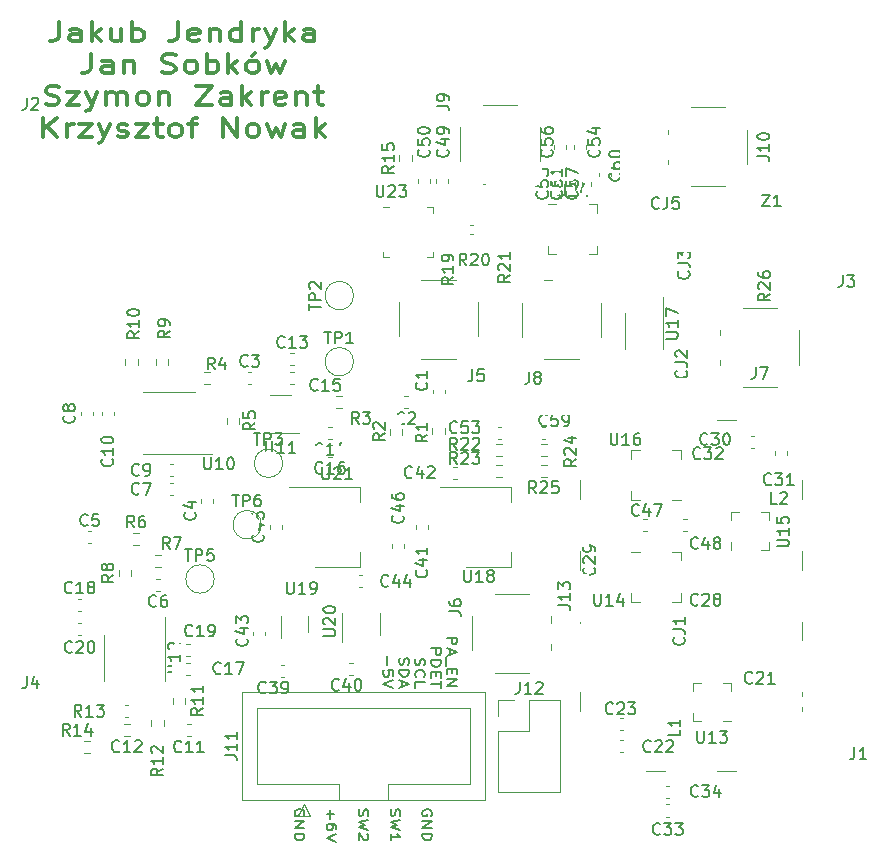
<source format=gto>
G04 #@! TF.GenerationSoftware,KiCad,Pcbnew,5.1.9*
G04 #@! TF.CreationDate,2021-04-28T13:54:20+02:00*
G04 #@! TF.ProjectId,Radar,52616461-722e-46b6-9963-61645f706362,rev?*
G04 #@! TF.SameCoordinates,Original*
G04 #@! TF.FileFunction,Legend,Top*
G04 #@! TF.FilePolarity,Positive*
%FSLAX46Y46*%
G04 Gerber Fmt 4.6, Leading zero omitted, Abs format (unit mm)*
G04 Created by KiCad (PCBNEW 5.1.9) date 2021-04-28 13:54:20*
%MOMM*%
%LPD*%
G01*
G04 APERTURE LIST*
%ADD10C,0.150000*%
%ADD11C,0.300000*%
%ADD12C,0.120000*%
%ADD13C,0.100000*%
%ADD14R,4.500000X1.300000*%
%ADD15R,4.500000X1.200000*%
%ADD16R,2.000000X1.500000*%
%ADD17R,2.000000X3.800000*%
%ADD18R,0.630000X0.630000*%
%ADD19O,1.700000X1.700000*%
%ADD20R,1.700000X1.700000*%
%ADD21C,2.000000*%
%ADD22R,4.550000X1.000000*%
%ADD23R,3.800000X1.000000*%
%ADD24R,1.000000X3.980000*%
%ADD25R,1.000000X3.800000*%
%ADD26R,1.000000X1.000000*%
%ADD27C,2.250000*%
%ADD28C,2.050000*%
%ADD29C,1.700000*%
%ADD30R,0.350000X0.350000*%
%ADD31R,7.050000X0.350000*%
%ADD32R,2.500000X2.500000*%
%ADD33R,2.600000X2.600000*%
%ADD34R,0.650000X1.560000*%
%ADD35R,0.400000X1.500000*%
%ADD36R,1.850000X1.730000*%
%ADD37R,1.450000X1.450000*%
%ADD38R,1.560000X0.650000*%
G04 APERTURE END LIST*
D10*
X144338095Y-79369166D02*
X145138095Y-79369166D01*
X145138095Y-79750119D01*
X145100000Y-79845357D01*
X145061904Y-79892976D01*
X144985714Y-79940595D01*
X144871428Y-79940595D01*
X144795238Y-79892976D01*
X144757142Y-79845357D01*
X144719047Y-79750119D01*
X144719047Y-79369166D01*
X144566666Y-80321547D02*
X144566666Y-80797738D01*
X144338095Y-80226309D02*
X145138095Y-80559642D01*
X144338095Y-80892976D01*
X144261904Y-80988214D02*
X144261904Y-81750119D01*
X144757142Y-81988214D02*
X144757142Y-82321547D01*
X144338095Y-82464404D02*
X144338095Y-81988214D01*
X145138095Y-81988214D01*
X145138095Y-82464404D01*
X144338095Y-82892976D02*
X145138095Y-82892976D01*
X144338095Y-83464404D01*
X145138095Y-83464404D01*
X142988095Y-80273928D02*
X143788095Y-80273928D01*
X143788095Y-80654880D01*
X143750000Y-80750119D01*
X143711904Y-80797738D01*
X143635714Y-80845357D01*
X143521428Y-80845357D01*
X143445238Y-80797738D01*
X143407142Y-80750119D01*
X143369047Y-80654880D01*
X143369047Y-80273928D01*
X142988095Y-81273928D02*
X143788095Y-81273928D01*
X143788095Y-81512023D01*
X143750000Y-81654880D01*
X143673809Y-81750119D01*
X143597619Y-81797738D01*
X143445238Y-81845357D01*
X143330952Y-81845357D01*
X143178571Y-81797738D01*
X143102380Y-81750119D01*
X143026190Y-81654880D01*
X142988095Y-81512023D01*
X142988095Y-81273928D01*
X143407142Y-82273928D02*
X143407142Y-82607261D01*
X142988095Y-82750119D02*
X142988095Y-82273928D01*
X143788095Y-82273928D01*
X143788095Y-82750119D01*
X143788095Y-83035833D02*
X143788095Y-83607261D01*
X142988095Y-83321547D02*
X143788095Y-83321547D01*
X141676190Y-81131071D02*
X141638095Y-81273928D01*
X141638095Y-81512023D01*
X141676190Y-81607261D01*
X141714285Y-81654880D01*
X141790476Y-81702500D01*
X141866666Y-81702500D01*
X141942857Y-81654880D01*
X141980952Y-81607261D01*
X142019047Y-81512023D01*
X142057142Y-81321547D01*
X142095238Y-81226309D01*
X142133333Y-81178690D01*
X142209523Y-81131071D01*
X142285714Y-81131071D01*
X142361904Y-81178690D01*
X142400000Y-81226309D01*
X142438095Y-81321547D01*
X142438095Y-81559642D01*
X142400000Y-81702500D01*
X141714285Y-82702500D02*
X141676190Y-82654880D01*
X141638095Y-82512023D01*
X141638095Y-82416785D01*
X141676190Y-82273928D01*
X141752380Y-82178690D01*
X141828571Y-82131071D01*
X141980952Y-82083452D01*
X142095238Y-82083452D01*
X142247619Y-82131071D01*
X142323809Y-82178690D01*
X142400000Y-82273928D01*
X142438095Y-82416785D01*
X142438095Y-82512023D01*
X142400000Y-82654880D01*
X142361904Y-82702500D01*
X141638095Y-83607261D02*
X141638095Y-83131071D01*
X142438095Y-83131071D01*
X140326190Y-81083452D02*
X140288095Y-81226309D01*
X140288095Y-81464404D01*
X140326190Y-81559642D01*
X140364285Y-81607261D01*
X140440476Y-81654880D01*
X140516666Y-81654880D01*
X140592857Y-81607261D01*
X140630952Y-81559642D01*
X140669047Y-81464404D01*
X140707142Y-81273928D01*
X140745238Y-81178690D01*
X140783333Y-81131071D01*
X140859523Y-81083452D01*
X140935714Y-81083452D01*
X141011904Y-81131071D01*
X141050000Y-81178690D01*
X141088095Y-81273928D01*
X141088095Y-81512023D01*
X141050000Y-81654880D01*
X140288095Y-82083452D02*
X141088095Y-82083452D01*
X141088095Y-82321547D01*
X141050000Y-82464404D01*
X140973809Y-82559642D01*
X140897619Y-82607261D01*
X140745238Y-82654880D01*
X140630952Y-82654880D01*
X140478571Y-82607261D01*
X140402380Y-82559642D01*
X140326190Y-82464404D01*
X140288095Y-82321547D01*
X140288095Y-82083452D01*
X140516666Y-83035833D02*
X140516666Y-83512023D01*
X140288095Y-82940595D02*
X141088095Y-83273928D01*
X140288095Y-83607261D01*
X139242857Y-80892976D02*
X139242857Y-81654880D01*
X139738095Y-82607261D02*
X139738095Y-82131071D01*
X139357142Y-82083452D01*
X139395238Y-82131071D01*
X139433333Y-82226309D01*
X139433333Y-82464404D01*
X139395238Y-82559642D01*
X139357142Y-82607261D01*
X139280952Y-82654880D01*
X139090476Y-82654880D01*
X139014285Y-82607261D01*
X138976190Y-82559642D01*
X138938095Y-82464404D01*
X138938095Y-82226309D01*
X138976190Y-82131071D01*
X139014285Y-82083452D01*
X139738095Y-82940595D02*
X138938095Y-83273928D01*
X139738095Y-83607261D01*
X143000000Y-94438095D02*
X143038095Y-94342857D01*
X143038095Y-94200000D01*
X143000000Y-94057142D01*
X142923809Y-93961904D01*
X142847619Y-93914285D01*
X142695238Y-93866666D01*
X142580952Y-93866666D01*
X142428571Y-93914285D01*
X142352380Y-93961904D01*
X142276190Y-94057142D01*
X142238095Y-94200000D01*
X142238095Y-94295238D01*
X142276190Y-94438095D01*
X142314285Y-94485714D01*
X142580952Y-94485714D01*
X142580952Y-94295238D01*
X142238095Y-94914285D02*
X143038095Y-94914285D01*
X142238095Y-95485714D01*
X143038095Y-95485714D01*
X142238095Y-95961904D02*
X143038095Y-95961904D01*
X143038095Y-96200000D01*
X143000000Y-96342857D01*
X142923809Y-96438095D01*
X142847619Y-96485714D01*
X142695238Y-96533333D01*
X142580952Y-96533333D01*
X142428571Y-96485714D01*
X142352380Y-96438095D01*
X142276190Y-96342857D01*
X142238095Y-96200000D01*
X142238095Y-95961904D01*
X139576190Y-93866666D02*
X139538095Y-94009523D01*
X139538095Y-94247619D01*
X139576190Y-94342857D01*
X139614285Y-94390476D01*
X139690476Y-94438095D01*
X139766666Y-94438095D01*
X139842857Y-94390476D01*
X139880952Y-94342857D01*
X139919047Y-94247619D01*
X139957142Y-94057142D01*
X139995238Y-93961904D01*
X140033333Y-93914285D01*
X140109523Y-93866666D01*
X140185714Y-93866666D01*
X140261904Y-93914285D01*
X140300000Y-93961904D01*
X140338095Y-94057142D01*
X140338095Y-94295238D01*
X140300000Y-94438095D01*
X140338095Y-94771428D02*
X139538095Y-95009523D01*
X140109523Y-95200000D01*
X139538095Y-95390476D01*
X140338095Y-95628571D01*
X139538095Y-96533333D02*
X139538095Y-95961904D01*
X139538095Y-96247619D02*
X140338095Y-96247619D01*
X140223809Y-96152380D01*
X140147619Y-96057142D01*
X140109523Y-95961904D01*
X136876190Y-93866666D02*
X136838095Y-94009523D01*
X136838095Y-94247619D01*
X136876190Y-94342857D01*
X136914285Y-94390476D01*
X136990476Y-94438095D01*
X137066666Y-94438095D01*
X137142857Y-94390476D01*
X137180952Y-94342857D01*
X137219047Y-94247619D01*
X137257142Y-94057142D01*
X137295238Y-93961904D01*
X137333333Y-93914285D01*
X137409523Y-93866666D01*
X137485714Y-93866666D01*
X137561904Y-93914285D01*
X137600000Y-93961904D01*
X137638095Y-94057142D01*
X137638095Y-94295238D01*
X137600000Y-94438095D01*
X137638095Y-94771428D02*
X136838095Y-95009523D01*
X137409523Y-95200000D01*
X136838095Y-95390476D01*
X137638095Y-95628571D01*
X137561904Y-95961904D02*
X137600000Y-96009523D01*
X137638095Y-96104761D01*
X137638095Y-96342857D01*
X137600000Y-96438095D01*
X137561904Y-96485714D01*
X137485714Y-96533333D01*
X137409523Y-96533333D01*
X137295238Y-96485714D01*
X136838095Y-95914285D01*
X136838095Y-96533333D01*
X134442857Y-93914285D02*
X134442857Y-94676190D01*
X134138095Y-94295238D02*
X134747619Y-94295238D01*
X134938095Y-95580952D02*
X134938095Y-95390476D01*
X134900000Y-95295238D01*
X134861904Y-95247619D01*
X134747619Y-95152380D01*
X134595238Y-95104761D01*
X134290476Y-95104761D01*
X134214285Y-95152380D01*
X134176190Y-95200000D01*
X134138095Y-95295238D01*
X134138095Y-95485714D01*
X134176190Y-95580952D01*
X134214285Y-95628571D01*
X134290476Y-95676190D01*
X134480952Y-95676190D01*
X134557142Y-95628571D01*
X134595238Y-95580952D01*
X134633333Y-95485714D01*
X134633333Y-95295238D01*
X134595238Y-95200000D01*
X134557142Y-95152380D01*
X134480952Y-95104761D01*
X134938095Y-95961904D02*
X134138095Y-96295238D01*
X134938095Y-96628571D01*
X132200000Y-94438095D02*
X132238095Y-94342857D01*
X132238095Y-94200000D01*
X132200000Y-94057142D01*
X132123809Y-93961904D01*
X132047619Y-93914285D01*
X131895238Y-93866666D01*
X131780952Y-93866666D01*
X131628571Y-93914285D01*
X131552380Y-93961904D01*
X131476190Y-94057142D01*
X131438095Y-94200000D01*
X131438095Y-94295238D01*
X131476190Y-94438095D01*
X131514285Y-94485714D01*
X131780952Y-94485714D01*
X131780952Y-94295238D01*
X131438095Y-94914285D02*
X132238095Y-94914285D01*
X131438095Y-95485714D01*
X132238095Y-95485714D01*
X131438095Y-95961904D02*
X132238095Y-95961904D01*
X132238095Y-96200000D01*
X132200000Y-96342857D01*
X132123809Y-96438095D01*
X132047619Y-96485714D01*
X131895238Y-96533333D01*
X131780952Y-96533333D01*
X131628571Y-96485714D01*
X131552380Y-96438095D01*
X131476190Y-96342857D01*
X131438095Y-96200000D01*
X131438095Y-95961904D01*
D11*
X111476190Y-27273809D02*
X111476190Y-28416666D01*
X111380952Y-28645238D01*
X111190476Y-28797619D01*
X110904761Y-28873809D01*
X110714285Y-28873809D01*
X113285714Y-28873809D02*
X113285714Y-28035714D01*
X113190476Y-27883333D01*
X113000000Y-27807142D01*
X112619047Y-27807142D01*
X112428571Y-27883333D01*
X113285714Y-28797619D02*
X113095238Y-28873809D01*
X112619047Y-28873809D01*
X112428571Y-28797619D01*
X112333333Y-28645238D01*
X112333333Y-28492857D01*
X112428571Y-28340476D01*
X112619047Y-28264285D01*
X113095238Y-28264285D01*
X113285714Y-28188095D01*
X114238095Y-28873809D02*
X114238095Y-27273809D01*
X114428571Y-28264285D02*
X115000000Y-28873809D01*
X115000000Y-27807142D02*
X114238095Y-28416666D01*
X116714285Y-27807142D02*
X116714285Y-28873809D01*
X115857142Y-27807142D02*
X115857142Y-28645238D01*
X115952380Y-28797619D01*
X116142857Y-28873809D01*
X116428571Y-28873809D01*
X116619047Y-28797619D01*
X116714285Y-28721428D01*
X117666666Y-28873809D02*
X117666666Y-27273809D01*
X117666666Y-27883333D02*
X117857142Y-27807142D01*
X118238095Y-27807142D01*
X118428571Y-27883333D01*
X118523809Y-27959523D01*
X118619047Y-28111904D01*
X118619047Y-28569047D01*
X118523809Y-28721428D01*
X118428571Y-28797619D01*
X118238095Y-28873809D01*
X117857142Y-28873809D01*
X117666666Y-28797619D01*
X121571428Y-27273809D02*
X121571428Y-28416666D01*
X121476190Y-28645238D01*
X121285714Y-28797619D01*
X121000000Y-28873809D01*
X120809523Y-28873809D01*
X123285714Y-28797619D02*
X123095238Y-28873809D01*
X122714285Y-28873809D01*
X122523809Y-28797619D01*
X122428571Y-28645238D01*
X122428571Y-28035714D01*
X122523809Y-27883333D01*
X122714285Y-27807142D01*
X123095238Y-27807142D01*
X123285714Y-27883333D01*
X123380952Y-28035714D01*
X123380952Y-28188095D01*
X122428571Y-28340476D01*
X124238095Y-27807142D02*
X124238095Y-28873809D01*
X124238095Y-27959523D02*
X124333333Y-27883333D01*
X124523809Y-27807142D01*
X124809523Y-27807142D01*
X125000000Y-27883333D01*
X125095238Y-28035714D01*
X125095238Y-28873809D01*
X126904761Y-28873809D02*
X126904761Y-27273809D01*
X126904761Y-28797619D02*
X126714285Y-28873809D01*
X126333333Y-28873809D01*
X126142857Y-28797619D01*
X126047619Y-28721428D01*
X125952380Y-28569047D01*
X125952380Y-28111904D01*
X126047619Y-27959523D01*
X126142857Y-27883333D01*
X126333333Y-27807142D01*
X126714285Y-27807142D01*
X126904761Y-27883333D01*
X127857142Y-28873809D02*
X127857142Y-27807142D01*
X127857142Y-28111904D02*
X127952380Y-27959523D01*
X128047619Y-27883333D01*
X128238095Y-27807142D01*
X128428571Y-27807142D01*
X128904761Y-27807142D02*
X129380952Y-28873809D01*
X129857142Y-27807142D02*
X129380952Y-28873809D01*
X129190476Y-29254761D01*
X129095238Y-29330952D01*
X128904761Y-29407142D01*
X130619047Y-28873809D02*
X130619047Y-27273809D01*
X130809523Y-28264285D02*
X131380952Y-28873809D01*
X131380952Y-27807142D02*
X130619047Y-28416666D01*
X133095238Y-28873809D02*
X133095238Y-28035714D01*
X133000000Y-27883333D01*
X132809523Y-27807142D01*
X132428571Y-27807142D01*
X132238095Y-27883333D01*
X133095238Y-28797619D02*
X132904761Y-28873809D01*
X132428571Y-28873809D01*
X132238095Y-28797619D01*
X132142857Y-28645238D01*
X132142857Y-28492857D01*
X132238095Y-28340476D01*
X132428571Y-28264285D01*
X132904761Y-28264285D01*
X133095238Y-28188095D01*
X114190476Y-29973809D02*
X114190476Y-31116666D01*
X114095238Y-31345238D01*
X113904761Y-31497619D01*
X113619047Y-31573809D01*
X113428571Y-31573809D01*
X116000000Y-31573809D02*
X116000000Y-30735714D01*
X115904761Y-30583333D01*
X115714285Y-30507142D01*
X115333333Y-30507142D01*
X115142857Y-30583333D01*
X116000000Y-31497619D02*
X115809523Y-31573809D01*
X115333333Y-31573809D01*
X115142857Y-31497619D01*
X115047619Y-31345238D01*
X115047619Y-31192857D01*
X115142857Y-31040476D01*
X115333333Y-30964285D01*
X115809523Y-30964285D01*
X116000000Y-30888095D01*
X116952380Y-30507142D02*
X116952380Y-31573809D01*
X116952380Y-30659523D02*
X117047619Y-30583333D01*
X117238095Y-30507142D01*
X117523809Y-30507142D01*
X117714285Y-30583333D01*
X117809523Y-30735714D01*
X117809523Y-31573809D01*
X120190476Y-31497619D02*
X120476190Y-31573809D01*
X120952380Y-31573809D01*
X121142857Y-31497619D01*
X121238095Y-31421428D01*
X121333333Y-31269047D01*
X121333333Y-31116666D01*
X121238095Y-30964285D01*
X121142857Y-30888095D01*
X120952380Y-30811904D01*
X120571428Y-30735714D01*
X120380952Y-30659523D01*
X120285714Y-30583333D01*
X120190476Y-30430952D01*
X120190476Y-30278571D01*
X120285714Y-30126190D01*
X120380952Y-30050000D01*
X120571428Y-29973809D01*
X121047619Y-29973809D01*
X121333333Y-30050000D01*
X122476190Y-31573809D02*
X122285714Y-31497619D01*
X122190476Y-31421428D01*
X122095238Y-31269047D01*
X122095238Y-30811904D01*
X122190476Y-30659523D01*
X122285714Y-30583333D01*
X122476190Y-30507142D01*
X122761904Y-30507142D01*
X122952380Y-30583333D01*
X123047619Y-30659523D01*
X123142857Y-30811904D01*
X123142857Y-31269047D01*
X123047619Y-31421428D01*
X122952380Y-31497619D01*
X122761904Y-31573809D01*
X122476190Y-31573809D01*
X124000000Y-31573809D02*
X124000000Y-29973809D01*
X124000000Y-30583333D02*
X124190476Y-30507142D01*
X124571428Y-30507142D01*
X124761904Y-30583333D01*
X124857142Y-30659523D01*
X124952380Y-30811904D01*
X124952380Y-31269047D01*
X124857142Y-31421428D01*
X124761904Y-31497619D01*
X124571428Y-31573809D01*
X124190476Y-31573809D01*
X124000000Y-31497619D01*
X125809523Y-31573809D02*
X125809523Y-29973809D01*
X126000000Y-30964285D02*
X126571428Y-31573809D01*
X126571428Y-30507142D02*
X125809523Y-31116666D01*
X127714285Y-31573809D02*
X127523809Y-31497619D01*
X127428571Y-31421428D01*
X127333333Y-31269047D01*
X127333333Y-30811904D01*
X127428571Y-30659523D01*
X127523809Y-30583333D01*
X127714285Y-30507142D01*
X128000000Y-30507142D01*
X128190476Y-30583333D01*
X128285714Y-30659523D01*
X128380952Y-30811904D01*
X128380952Y-31269047D01*
X128285714Y-31421428D01*
X128190476Y-31497619D01*
X128000000Y-31573809D01*
X127714285Y-31573809D01*
X128095238Y-29897619D02*
X127809523Y-30126190D01*
X129047619Y-30507142D02*
X129428571Y-31573809D01*
X129809523Y-30811904D01*
X130190476Y-31573809D01*
X130571428Y-30507142D01*
X110333333Y-34197619D02*
X110619047Y-34273809D01*
X111095238Y-34273809D01*
X111285714Y-34197619D01*
X111380952Y-34121428D01*
X111476190Y-33969047D01*
X111476190Y-33816666D01*
X111380952Y-33664285D01*
X111285714Y-33588095D01*
X111095238Y-33511904D01*
X110714285Y-33435714D01*
X110523809Y-33359523D01*
X110428571Y-33283333D01*
X110333333Y-33130952D01*
X110333333Y-32978571D01*
X110428571Y-32826190D01*
X110523809Y-32750000D01*
X110714285Y-32673809D01*
X111190476Y-32673809D01*
X111476190Y-32750000D01*
X112142857Y-33207142D02*
X113190476Y-33207142D01*
X112142857Y-34273809D01*
X113190476Y-34273809D01*
X113761904Y-33207142D02*
X114238095Y-34273809D01*
X114714285Y-33207142D02*
X114238095Y-34273809D01*
X114047619Y-34654761D01*
X113952380Y-34730952D01*
X113761904Y-34807142D01*
X115476190Y-34273809D02*
X115476190Y-33207142D01*
X115476190Y-33359523D02*
X115571428Y-33283333D01*
X115761904Y-33207142D01*
X116047619Y-33207142D01*
X116238095Y-33283333D01*
X116333333Y-33435714D01*
X116333333Y-34273809D01*
X116333333Y-33435714D02*
X116428571Y-33283333D01*
X116619047Y-33207142D01*
X116904761Y-33207142D01*
X117095238Y-33283333D01*
X117190476Y-33435714D01*
X117190476Y-34273809D01*
X118428571Y-34273809D02*
X118238095Y-34197619D01*
X118142857Y-34121428D01*
X118047619Y-33969047D01*
X118047619Y-33511904D01*
X118142857Y-33359523D01*
X118238095Y-33283333D01*
X118428571Y-33207142D01*
X118714285Y-33207142D01*
X118904761Y-33283333D01*
X119000000Y-33359523D01*
X119095238Y-33511904D01*
X119095238Y-33969047D01*
X119000000Y-34121428D01*
X118904761Y-34197619D01*
X118714285Y-34273809D01*
X118428571Y-34273809D01*
X119952380Y-33207142D02*
X119952380Y-34273809D01*
X119952380Y-33359523D02*
X120047619Y-33283333D01*
X120238095Y-33207142D01*
X120523809Y-33207142D01*
X120714285Y-33283333D01*
X120809523Y-33435714D01*
X120809523Y-34273809D01*
X123095238Y-32673809D02*
X124428571Y-32673809D01*
X123095238Y-34273809D01*
X124428571Y-34273809D01*
X126047619Y-34273809D02*
X126047619Y-33435714D01*
X125952380Y-33283333D01*
X125761904Y-33207142D01*
X125380952Y-33207142D01*
X125190476Y-33283333D01*
X126047619Y-34197619D02*
X125857142Y-34273809D01*
X125380952Y-34273809D01*
X125190476Y-34197619D01*
X125095238Y-34045238D01*
X125095238Y-33892857D01*
X125190476Y-33740476D01*
X125380952Y-33664285D01*
X125857142Y-33664285D01*
X126047619Y-33588095D01*
X127000000Y-34273809D02*
X127000000Y-32673809D01*
X127190476Y-33664285D02*
X127761904Y-34273809D01*
X127761904Y-33207142D02*
X127000000Y-33816666D01*
X128619047Y-34273809D02*
X128619047Y-33207142D01*
X128619047Y-33511904D02*
X128714285Y-33359523D01*
X128809523Y-33283333D01*
X129000000Y-33207142D01*
X129190476Y-33207142D01*
X130619047Y-34197619D02*
X130428571Y-34273809D01*
X130047619Y-34273809D01*
X129857142Y-34197619D01*
X129761904Y-34045238D01*
X129761904Y-33435714D01*
X129857142Y-33283333D01*
X130047619Y-33207142D01*
X130428571Y-33207142D01*
X130619047Y-33283333D01*
X130714285Y-33435714D01*
X130714285Y-33588095D01*
X129761904Y-33740476D01*
X131571428Y-33207142D02*
X131571428Y-34273809D01*
X131571428Y-33359523D02*
X131666666Y-33283333D01*
X131857142Y-33207142D01*
X132142857Y-33207142D01*
X132333333Y-33283333D01*
X132428571Y-33435714D01*
X132428571Y-34273809D01*
X133095238Y-33207142D02*
X133857142Y-33207142D01*
X133380952Y-32673809D02*
X133380952Y-34045238D01*
X133476190Y-34197619D01*
X133666666Y-34273809D01*
X133857142Y-34273809D01*
X110142857Y-36973809D02*
X110142857Y-35373809D01*
X111285714Y-36973809D02*
X110428571Y-36059523D01*
X111285714Y-35373809D02*
X110142857Y-36288095D01*
X112142857Y-36973809D02*
X112142857Y-35907142D01*
X112142857Y-36211904D02*
X112238095Y-36059523D01*
X112333333Y-35983333D01*
X112523809Y-35907142D01*
X112714285Y-35907142D01*
X113190476Y-35907142D02*
X114238095Y-35907142D01*
X113190476Y-36973809D01*
X114238095Y-36973809D01*
X114809523Y-35907142D02*
X115285714Y-36973809D01*
X115761904Y-35907142D02*
X115285714Y-36973809D01*
X115095238Y-37354761D01*
X115000000Y-37430952D01*
X114809523Y-37507142D01*
X116428571Y-36897619D02*
X116619047Y-36973809D01*
X117000000Y-36973809D01*
X117190476Y-36897619D01*
X117285714Y-36745238D01*
X117285714Y-36669047D01*
X117190476Y-36516666D01*
X117000000Y-36440476D01*
X116714285Y-36440476D01*
X116523809Y-36364285D01*
X116428571Y-36211904D01*
X116428571Y-36135714D01*
X116523809Y-35983333D01*
X116714285Y-35907142D01*
X117000000Y-35907142D01*
X117190476Y-35983333D01*
X117952380Y-35907142D02*
X119000000Y-35907142D01*
X117952380Y-36973809D01*
X119000000Y-36973809D01*
X119476190Y-35907142D02*
X120238095Y-35907142D01*
X119761904Y-35373809D02*
X119761904Y-36745238D01*
X119857142Y-36897619D01*
X120047619Y-36973809D01*
X120238095Y-36973809D01*
X121190476Y-36973809D02*
X121000000Y-36897619D01*
X120904761Y-36821428D01*
X120809523Y-36669047D01*
X120809523Y-36211904D01*
X120904761Y-36059523D01*
X121000000Y-35983333D01*
X121190476Y-35907142D01*
X121476190Y-35907142D01*
X121666666Y-35983333D01*
X121761904Y-36059523D01*
X121857142Y-36211904D01*
X121857142Y-36669047D01*
X121761904Y-36821428D01*
X121666666Y-36897619D01*
X121476190Y-36973809D01*
X121190476Y-36973809D01*
X122428571Y-35907142D02*
X123190476Y-35907142D01*
X122714285Y-36973809D02*
X122714285Y-35602380D01*
X122809523Y-35450000D01*
X123000000Y-35373809D01*
X123190476Y-35373809D01*
X125380952Y-36973809D02*
X125380952Y-35373809D01*
X126523809Y-36973809D01*
X126523809Y-35373809D01*
X127761904Y-36973809D02*
X127571428Y-36897619D01*
X127476190Y-36821428D01*
X127380952Y-36669047D01*
X127380952Y-36211904D01*
X127476190Y-36059523D01*
X127571428Y-35983333D01*
X127761904Y-35907142D01*
X128047619Y-35907142D01*
X128238095Y-35983333D01*
X128333333Y-36059523D01*
X128428571Y-36211904D01*
X128428571Y-36669047D01*
X128333333Y-36821428D01*
X128238095Y-36897619D01*
X128047619Y-36973809D01*
X127761904Y-36973809D01*
X129095238Y-35907142D02*
X129476190Y-36973809D01*
X129857142Y-36211904D01*
X130238095Y-36973809D01*
X130619047Y-35907142D01*
X132238095Y-36973809D02*
X132238095Y-36135714D01*
X132142857Y-35983333D01*
X131952380Y-35907142D01*
X131571428Y-35907142D01*
X131380952Y-35983333D01*
X132238095Y-36897619D02*
X132047619Y-36973809D01*
X131571428Y-36973809D01*
X131380952Y-36897619D01*
X131285714Y-36745238D01*
X131285714Y-36592857D01*
X131380952Y-36440476D01*
X131571428Y-36364285D01*
X132047619Y-36364285D01*
X132238095Y-36288095D01*
X133190476Y-36973809D02*
X133190476Y-35373809D01*
X133380952Y-36364285D02*
X133952380Y-36973809D01*
X133952380Y-35907142D02*
X133190476Y-36516666D01*
D12*
X155180000Y-41100121D02*
X155180000Y-40764879D01*
X154420000Y-41100121D02*
X154420000Y-40764879D01*
X156480000Y-41100121D02*
X156480000Y-40764879D01*
X155720000Y-41100121D02*
X155720000Y-40764879D01*
X153980000Y-41100121D02*
X153980000Y-40764879D01*
X153220000Y-41100121D02*
X153220000Y-40764879D01*
X130900000Y-66590000D02*
X136910000Y-66590000D01*
X133150000Y-73410000D02*
X136910000Y-73410000D01*
X136910000Y-66590000D02*
X136910000Y-67850000D01*
X136910000Y-73410000D02*
X136910000Y-72150000D01*
X170053733Y-62290000D02*
X170346267Y-62290000D01*
X170053733Y-63310000D02*
X170346267Y-63310000D01*
X121077500Y-84942224D02*
X121077500Y-84432776D01*
X122122500Y-84942224D02*
X122122500Y-84432776D01*
X115290000Y-81075000D02*
X115290000Y-83025000D01*
X115290000Y-81075000D02*
X115290000Y-79125000D01*
X120410000Y-81075000D02*
X120410000Y-83025000D01*
X120410000Y-81075000D02*
X120410000Y-77625000D01*
X148670000Y-84670000D02*
X150000000Y-84670000D01*
X148670000Y-86000000D02*
X148670000Y-84670000D01*
X151270000Y-84670000D02*
X153870000Y-84670000D01*
X151270000Y-87270000D02*
X151270000Y-84670000D01*
X148670000Y-87270000D02*
X151270000Y-87270000D01*
X153870000Y-84670000D02*
X153870000Y-92410000D01*
X148670000Y-87270000D02*
X148670000Y-92410000D01*
X148670000Y-92410000D02*
X153870000Y-92410000D01*
X124600000Y-74400000D02*
G75*
G03*
X124600000Y-74400000I-1200000J0D01*
G01*
X173110000Y-63591233D02*
X173110000Y-63883767D01*
X172090000Y-63591233D02*
X172090000Y-63883767D01*
X155550000Y-85600000D02*
X155550000Y-84000000D01*
X174350000Y-85600000D02*
X174350000Y-84000000D01*
X155550000Y-79600000D02*
X155550000Y-78000000D01*
X174350000Y-79600000D02*
X174350000Y-78000000D01*
X155550000Y-73600000D02*
X155550000Y-72000000D01*
X174350000Y-73600000D02*
X174350000Y-72000000D01*
X155550000Y-67600000D02*
X155550000Y-66000000D01*
X174350000Y-67600000D02*
X174350000Y-66000000D01*
X161150000Y-90630000D02*
X162750000Y-90630000D01*
X161150000Y-60970000D02*
X162750000Y-60970000D01*
X167150000Y-90630000D02*
X168750000Y-90630000D01*
X167150000Y-60970000D02*
X168750000Y-60970000D01*
X149710000Y-73410000D02*
X149710000Y-72150000D01*
X149710000Y-66590000D02*
X149710000Y-67850000D01*
X145950000Y-73410000D02*
X149710000Y-73410000D01*
X143700000Y-66590000D02*
X149710000Y-66590000D01*
X167850000Y-34445000D02*
X164950000Y-34445000D01*
X167850000Y-41155000D02*
X164950000Y-41155000D01*
X163045000Y-36350000D02*
X163045000Y-39250000D01*
X169755000Y-36350000D02*
X169755000Y-39250000D01*
X147350000Y-40955000D02*
X150250000Y-40955000D01*
X147350000Y-34245000D02*
X150250000Y-34245000D01*
X152155000Y-39050000D02*
X152155000Y-36150000D01*
X145445000Y-39050000D02*
X145445000Y-36150000D01*
X150645000Y-51000000D02*
X150645000Y-53900000D01*
X157355000Y-51000000D02*
X157355000Y-53900000D01*
X152550000Y-55805000D02*
X155450000Y-55805000D01*
X152550000Y-49095000D02*
X155450000Y-49095000D01*
X174155000Y-56250000D02*
X174155000Y-53350000D01*
X167445000Y-56250000D02*
X167445000Y-53350000D01*
X172250000Y-51445000D02*
X169350000Y-51445000D01*
X172250000Y-58155000D02*
X169350000Y-58155000D01*
X148350000Y-82355000D02*
X151250000Y-82355000D01*
X148350000Y-75645000D02*
X151250000Y-75645000D01*
X153155000Y-80450000D02*
X153155000Y-77550000D01*
X146445000Y-80450000D02*
X146445000Y-77550000D01*
X146955000Y-53860000D02*
X146955000Y-50960000D01*
X140245000Y-53860000D02*
X140245000Y-50960000D01*
X145050000Y-49055000D02*
X142150000Y-49055000D01*
X145050000Y-55765000D02*
X142150000Y-55765000D01*
X126970000Y-93090000D02*
X126970000Y-83970000D01*
X126970000Y-83970000D02*
X147550000Y-83970000D01*
X147550000Y-83970000D02*
X147550000Y-93090000D01*
X147550000Y-93090000D02*
X126970000Y-93090000D01*
X135210000Y-93090000D02*
X135210000Y-91780000D01*
X135210000Y-91780000D02*
X128270000Y-91780000D01*
X128270000Y-91780000D02*
X128270000Y-85280000D01*
X128270000Y-85280000D02*
X146250000Y-85280000D01*
X146250000Y-85280000D02*
X146250000Y-91780000D01*
X146250000Y-91780000D02*
X139310000Y-91780000D01*
X139310000Y-91780000D02*
X139310000Y-91780000D01*
X139310000Y-91780000D02*
X139310000Y-93090000D01*
X132180000Y-93480000D02*
X131680000Y-94480000D01*
X131680000Y-94480000D02*
X132680000Y-94480000D01*
X132680000Y-94480000D02*
X132180000Y-93480000D01*
X164316233Y-69290000D02*
X164608767Y-69290000D01*
X164316233Y-70310000D02*
X164608767Y-70310000D01*
X161208767Y-70310000D02*
X160916233Y-70310000D01*
X161208767Y-69290000D02*
X160916233Y-69290000D01*
X156322500Y-42690000D02*
X157047500Y-42690000D01*
X157047500Y-42690000D02*
X157047500Y-43415000D01*
X153552500Y-46910000D02*
X152827500Y-46910000D01*
X152827500Y-46910000D02*
X152827500Y-46185000D01*
X156322500Y-46910000D02*
X157047500Y-46910000D01*
X157047500Y-46910000D02*
X157047500Y-46185000D01*
X153552500Y-42690000D02*
X152827500Y-42690000D01*
X142635000Y-42940000D02*
X143110000Y-42940000D01*
X143110000Y-42940000D02*
X143110000Y-43415000D01*
X139365000Y-47160000D02*
X138890000Y-47160000D01*
X138890000Y-47160000D02*
X138890000Y-46685000D01*
X142635000Y-47160000D02*
X143110000Y-47160000D01*
X143110000Y-47160000D02*
X143110000Y-46685000D01*
X139365000Y-42940000D02*
X138890000Y-42940000D01*
X138610000Y-79100000D02*
X138610000Y-77300000D01*
X135390000Y-77300000D02*
X135390000Y-79750000D01*
X130240000Y-77500000D02*
X130240000Y-79400000D01*
X132560000Y-78900000D02*
X132560000Y-77500000D01*
X159390000Y-53400000D02*
X159390000Y-54900000D01*
X159390000Y-53400000D02*
X159390000Y-51900000D01*
X162610000Y-53400000D02*
X162610000Y-54900000D01*
X162610000Y-53400000D02*
X162610000Y-50525000D01*
X160615000Y-67710000D02*
X159890000Y-67710000D01*
X159890000Y-67710000D02*
X159890000Y-66985000D01*
X163385000Y-63490000D02*
X164110000Y-63490000D01*
X164110000Y-63490000D02*
X164110000Y-64215000D01*
X160615000Y-63490000D02*
X159890000Y-63490000D01*
X159890000Y-63490000D02*
X159890000Y-64215000D01*
X163385000Y-67710000D02*
X164110000Y-67710000D01*
X168390000Y-69442500D02*
X168390000Y-68752500D01*
X168390000Y-68752500D02*
X169080000Y-68752500D01*
X171610000Y-71282500D02*
X171610000Y-71972500D01*
X171610000Y-71972500D02*
X170920000Y-71972500D01*
X171610000Y-69442500D02*
X171610000Y-68752500D01*
X171610000Y-68752500D02*
X170920000Y-68752500D01*
X168390000Y-71282500D02*
X168390000Y-71972500D01*
X163385000Y-72090000D02*
X164110000Y-72090000D01*
X164110000Y-72090000D02*
X164110000Y-72815000D01*
X160615000Y-76310000D02*
X159890000Y-76310000D01*
X159890000Y-76310000D02*
X159890000Y-75585000D01*
X163385000Y-76310000D02*
X164110000Y-76310000D01*
X164110000Y-76310000D02*
X164110000Y-75585000D01*
X160615000Y-72090000D02*
X159890000Y-72090000D01*
X167660000Y-86410000D02*
X168350000Y-86410000D01*
X165130000Y-83190000D02*
X165130000Y-83880000D01*
X165820000Y-83190000D02*
X165130000Y-83190000D01*
X168350000Y-83190000D02*
X168350000Y-83880000D01*
X167660000Y-83190000D02*
X168350000Y-83190000D01*
X165130000Y-86410000D02*
X165130000Y-85720000D01*
X165820000Y-86410000D02*
X165130000Y-86410000D01*
X131100000Y-58790000D02*
X129300000Y-58790000D01*
X129300000Y-62010000D02*
X131750000Y-62010000D01*
X120800000Y-58590000D02*
X118600000Y-58590000D01*
X120800000Y-58590000D02*
X123000000Y-58590000D01*
X120800000Y-63810000D02*
X118600000Y-63810000D01*
X120800000Y-63810000D02*
X124400000Y-63810000D01*
X128600000Y-69800000D02*
G75*
G03*
X128600000Y-69800000I-1200000J0D01*
G01*
X130400000Y-64600000D02*
G75*
G03*
X130400000Y-64600000I-1200000J0D01*
G01*
X136400000Y-50400000D02*
G75*
G03*
X136400000Y-50400000I-1200000J0D01*
G01*
X136400000Y-56000000D02*
G75*
G03*
X136400000Y-56000000I-1200000J0D01*
G01*
X152754724Y-65772500D02*
X152245276Y-65772500D01*
X152754724Y-64727500D02*
X152245276Y-64727500D01*
X152245276Y-62977500D02*
X152754724Y-62977500D01*
X152245276Y-64022500D02*
X152754724Y-64022500D01*
X148495276Y-64727500D02*
X149004724Y-64727500D01*
X148495276Y-65772500D02*
X149004724Y-65772500D01*
X149004724Y-64022500D02*
X148495276Y-64022500D01*
X149004724Y-62977500D02*
X148495276Y-62977500D01*
X148380000Y-45136359D02*
X148380000Y-45443641D01*
X147620000Y-45136359D02*
X147620000Y-45443641D01*
X146553641Y-45180000D02*
X146246359Y-45180000D01*
X146553641Y-44420000D02*
X146246359Y-44420000D01*
X145180000Y-45156359D02*
X145180000Y-45463641D01*
X144420000Y-45156359D02*
X144420000Y-45463641D01*
X140277500Y-39042224D02*
X140277500Y-38532776D01*
X141322500Y-39042224D02*
X141322500Y-38532776D01*
X113557776Y-88077500D02*
X114067224Y-88077500D01*
X113557776Y-89122500D02*
X114067224Y-89122500D01*
X116945276Y-86677500D02*
X117454724Y-86677500D01*
X116945276Y-87722500D02*
X117454724Y-87722500D01*
X120322500Y-86345276D02*
X120322500Y-86854724D01*
X119277500Y-86345276D02*
X119277500Y-86854724D01*
X118122500Y-55745276D02*
X118122500Y-56254724D01*
X117077500Y-55745276D02*
X117077500Y-56254724D01*
X120722500Y-55745276D02*
X120722500Y-56254724D01*
X119677500Y-55745276D02*
X119677500Y-56254724D01*
X116527500Y-74129724D02*
X116527500Y-73620276D01*
X117572500Y-74129724D02*
X117572500Y-73620276D01*
X119595276Y-72352500D02*
X120104724Y-72352500D01*
X119595276Y-73397500D02*
X120104724Y-73397500D01*
X117745276Y-70477500D02*
X118254724Y-70477500D01*
X117745276Y-71522500D02*
X118254724Y-71522500D01*
X126722500Y-60745276D02*
X126722500Y-61254724D01*
X125677500Y-60745276D02*
X125677500Y-61254724D01*
X124254724Y-57922500D02*
X123745276Y-57922500D01*
X124254724Y-56877500D02*
X123745276Y-56877500D01*
X134945276Y-58877500D02*
X135454724Y-58877500D01*
X134945276Y-59922500D02*
X135454724Y-59922500D01*
X140522500Y-61657776D02*
X140522500Y-62167224D01*
X139477500Y-61657776D02*
X139477500Y-62167224D01*
X144122500Y-61632776D02*
X144122500Y-62142224D01*
X143077500Y-61632776D02*
X143077500Y-62142224D01*
X157190000Y-40283767D02*
X157190000Y-39991233D01*
X158210000Y-40283767D02*
X158210000Y-39991233D01*
X152353733Y-61490000D02*
X152646267Y-61490000D01*
X152353733Y-62510000D02*
X152646267Y-62510000D01*
X153390000Y-37983767D02*
X153390000Y-37691233D01*
X154410000Y-37983767D02*
X154410000Y-37691233D01*
X155090000Y-37983767D02*
X155090000Y-37691233D01*
X156110000Y-37983767D02*
X156110000Y-37691233D01*
X148896267Y-62510000D02*
X148603733Y-62510000D01*
X148896267Y-61490000D02*
X148603733Y-61490000D01*
X141890000Y-40846267D02*
X141890000Y-40553733D01*
X142910000Y-40846267D02*
X142910000Y-40553733D01*
X143360000Y-40846267D02*
X143360000Y-40553733D01*
X144380000Y-40846267D02*
X144380000Y-40553733D01*
X139690000Y-71746267D02*
X139690000Y-71453733D01*
X140710000Y-71746267D02*
X140710000Y-71453733D01*
X129290000Y-70146267D02*
X129290000Y-69853733D01*
X130310000Y-70146267D02*
X130310000Y-69853733D01*
X136853733Y-74090000D02*
X137146267Y-74090000D01*
X136853733Y-75110000D02*
X137146267Y-75110000D01*
X128910000Y-78853733D02*
X128910000Y-79146267D01*
X127890000Y-78853733D02*
X127890000Y-79146267D01*
X145146267Y-65910000D02*
X144853733Y-65910000D01*
X145146267Y-64890000D02*
X144853733Y-64890000D01*
X141690000Y-70146267D02*
X141690000Y-69853733D01*
X142710000Y-70146267D02*
X142710000Y-69853733D01*
X136053733Y-81490000D02*
X136346267Y-81490000D01*
X136053733Y-82510000D02*
X136346267Y-82510000D01*
X130546267Y-82710000D02*
X130253733Y-82710000D01*
X130546267Y-81690000D02*
X130253733Y-81690000D01*
X162853733Y-93490000D02*
X163146267Y-93490000D01*
X162853733Y-94510000D02*
X163146267Y-94510000D01*
X163146267Y-92910000D02*
X162853733Y-92910000D01*
X163146267Y-91890000D02*
X162853733Y-91890000D01*
X158966233Y-87210000D02*
X159258767Y-87210000D01*
X158966233Y-86190000D02*
X159258767Y-86190000D01*
X158966233Y-89010000D02*
X159258767Y-89010000D01*
X158966233Y-87990000D02*
X159258767Y-87990000D01*
X113053733Y-78090000D02*
X113346267Y-78090000D01*
X113053733Y-79110000D02*
X113346267Y-79110000D01*
X122253733Y-79890000D02*
X122546267Y-79890000D01*
X122253733Y-80910000D02*
X122546267Y-80910000D01*
X113053733Y-76090000D02*
X113346267Y-76090000D01*
X113053733Y-77110000D02*
X113346267Y-77110000D01*
X122253733Y-81490000D02*
X122546267Y-81490000D01*
X122253733Y-82510000D02*
X122546267Y-82510000D01*
X134546267Y-64110000D02*
X134253733Y-64110000D01*
X134546267Y-63090000D02*
X134253733Y-63090000D01*
X131053733Y-56890000D02*
X131346267Y-56890000D01*
X131053733Y-57910000D02*
X131346267Y-57910000D01*
X134546267Y-62510000D02*
X134253733Y-62510000D01*
X134546267Y-61490000D02*
X134253733Y-61490000D01*
X131053733Y-55290000D02*
X131346267Y-55290000D01*
X131053733Y-56310000D02*
X131346267Y-56310000D01*
X117346267Y-86110000D02*
X117053733Y-86110000D01*
X117346267Y-85090000D02*
X117053733Y-85090000D01*
X122608767Y-87710000D02*
X122316233Y-87710000D01*
X122608767Y-86690000D02*
X122316233Y-86690000D01*
X115090000Y-60546267D02*
X115090000Y-60253733D01*
X116110000Y-60546267D02*
X116110000Y-60253733D01*
X121146267Y-65710000D02*
X120853733Y-65710000D01*
X121146267Y-64690000D02*
X120853733Y-64690000D01*
X113290000Y-60546267D02*
X113290000Y-60253733D01*
X114310000Y-60546267D02*
X114310000Y-60253733D01*
X121146267Y-67310000D02*
X120853733Y-67310000D01*
X121146267Y-66290000D02*
X120853733Y-66290000D01*
X119996267Y-75385000D02*
X119703733Y-75385000D01*
X119996267Y-74365000D02*
X119703733Y-74365000D01*
X113903733Y-70365000D02*
X114196267Y-70365000D01*
X113903733Y-71385000D02*
X114196267Y-71385000D01*
X123490000Y-67946267D02*
X123490000Y-67653733D01*
X124510000Y-67946267D02*
X124510000Y-67653733D01*
X127453733Y-56890000D02*
X127746267Y-56890000D01*
X127453733Y-57910000D02*
X127746267Y-57910000D01*
X141008767Y-59910000D02*
X140716233Y-59910000D01*
X141008767Y-58890000D02*
X140716233Y-58890000D01*
X143090000Y-58683767D02*
X143090000Y-58391233D01*
X144110000Y-58683767D02*
X144110000Y-58391233D01*
D10*
X153987142Y-41575357D02*
X154034761Y-41622976D01*
X154082380Y-41765833D01*
X154082380Y-41861071D01*
X154034761Y-42003928D01*
X153939523Y-42099166D01*
X153844285Y-42146785D01*
X153653809Y-42194404D01*
X153510952Y-42194404D01*
X153320476Y-42146785D01*
X153225238Y-42099166D01*
X153130000Y-42003928D01*
X153082380Y-41861071D01*
X153082380Y-41765833D01*
X153130000Y-41622976D01*
X153177619Y-41575357D01*
X153082380Y-40718214D02*
X153082380Y-40908690D01*
X153130000Y-41003928D01*
X153177619Y-41051547D01*
X153320476Y-41146785D01*
X153510952Y-41194404D01*
X153891904Y-41194404D01*
X153987142Y-41146785D01*
X154034761Y-41099166D01*
X154082380Y-41003928D01*
X154082380Y-40813452D01*
X154034761Y-40718214D01*
X153987142Y-40670595D01*
X153891904Y-40622976D01*
X153653809Y-40622976D01*
X153558571Y-40670595D01*
X153510952Y-40718214D01*
X153463333Y-40813452D01*
X153463333Y-41003928D01*
X153510952Y-41099166D01*
X153558571Y-41146785D01*
X153653809Y-41194404D01*
X154082380Y-39670595D02*
X154082380Y-40242023D01*
X154082380Y-39956309D02*
X153082380Y-39956309D01*
X153225238Y-40051547D01*
X153320476Y-40146785D01*
X153368095Y-40242023D01*
X155287142Y-41575357D02*
X155334761Y-41622976D01*
X155382380Y-41765833D01*
X155382380Y-41861071D01*
X155334761Y-42003928D01*
X155239523Y-42099166D01*
X155144285Y-42146785D01*
X154953809Y-42194404D01*
X154810952Y-42194404D01*
X154620476Y-42146785D01*
X154525238Y-42099166D01*
X154430000Y-42003928D01*
X154382380Y-41861071D01*
X154382380Y-41765833D01*
X154430000Y-41622976D01*
X154477619Y-41575357D01*
X154382380Y-40670595D02*
X154382380Y-41146785D01*
X154858571Y-41194404D01*
X154810952Y-41146785D01*
X154763333Y-41051547D01*
X154763333Y-40813452D01*
X154810952Y-40718214D01*
X154858571Y-40670595D01*
X154953809Y-40622976D01*
X155191904Y-40622976D01*
X155287142Y-40670595D01*
X155334761Y-40718214D01*
X155382380Y-40813452D01*
X155382380Y-41051547D01*
X155334761Y-41146785D01*
X155287142Y-41194404D01*
X154382380Y-40289642D02*
X154382380Y-39622976D01*
X155382380Y-40051547D01*
X152787142Y-41575357D02*
X152834761Y-41622976D01*
X152882380Y-41765833D01*
X152882380Y-41861071D01*
X152834761Y-42003928D01*
X152739523Y-42099166D01*
X152644285Y-42146785D01*
X152453809Y-42194404D01*
X152310952Y-42194404D01*
X152120476Y-42146785D01*
X152025238Y-42099166D01*
X151930000Y-42003928D01*
X151882380Y-41861071D01*
X151882380Y-41765833D01*
X151930000Y-41622976D01*
X151977619Y-41575357D01*
X151882380Y-40670595D02*
X151882380Y-41146785D01*
X152358571Y-41194404D01*
X152310952Y-41146785D01*
X152263333Y-41051547D01*
X152263333Y-40813452D01*
X152310952Y-40718214D01*
X152358571Y-40670595D01*
X152453809Y-40622976D01*
X152691904Y-40622976D01*
X152787142Y-40670595D01*
X152834761Y-40718214D01*
X152882380Y-40813452D01*
X152882380Y-41051547D01*
X152834761Y-41146785D01*
X152787142Y-41194404D01*
X151882380Y-39718214D02*
X151882380Y-40194404D01*
X152358571Y-40242023D01*
X152310952Y-40194404D01*
X152263333Y-40099166D01*
X152263333Y-39861071D01*
X152310952Y-39765833D01*
X152358571Y-39718214D01*
X152453809Y-39670595D01*
X152691904Y-39670595D01*
X152787142Y-39718214D01*
X152834761Y-39765833D01*
X152882380Y-39861071D01*
X152882380Y-40099166D01*
X152834761Y-40194404D01*
X152787142Y-40242023D01*
X178816666Y-88652380D02*
X178816666Y-89366666D01*
X178769047Y-89509523D01*
X178673809Y-89604761D01*
X178530952Y-89652380D01*
X178435714Y-89652380D01*
X179816666Y-89652380D02*
X179245238Y-89652380D01*
X179530952Y-89652380D02*
X179530952Y-88652380D01*
X179435714Y-88795238D01*
X179340476Y-88890476D01*
X179245238Y-88938095D01*
X108716666Y-82652380D02*
X108716666Y-83366666D01*
X108669047Y-83509523D01*
X108573809Y-83604761D01*
X108430952Y-83652380D01*
X108335714Y-83652380D01*
X109621428Y-82985714D02*
X109621428Y-83652380D01*
X109383333Y-82604761D02*
X109145238Y-83319047D01*
X109764285Y-83319047D01*
X177816666Y-48652380D02*
X177816666Y-49366666D01*
X177769047Y-49509523D01*
X177673809Y-49604761D01*
X177530952Y-49652380D01*
X177435714Y-49652380D01*
X178197619Y-48652380D02*
X178816666Y-48652380D01*
X178483333Y-49033333D01*
X178626190Y-49033333D01*
X178721428Y-49080952D01*
X178769047Y-49128571D01*
X178816666Y-49223809D01*
X178816666Y-49461904D01*
X178769047Y-49557142D01*
X178721428Y-49604761D01*
X178626190Y-49652380D01*
X178340476Y-49652380D01*
X178245238Y-49604761D01*
X178197619Y-49557142D01*
X108716666Y-33652380D02*
X108716666Y-34366666D01*
X108669047Y-34509523D01*
X108573809Y-34604761D01*
X108430952Y-34652380D01*
X108335714Y-34652380D01*
X109145238Y-33747619D02*
X109192857Y-33700000D01*
X109288095Y-33652380D01*
X109526190Y-33652380D01*
X109621428Y-33700000D01*
X109669047Y-33747619D01*
X109716666Y-33842857D01*
X109716666Y-33938095D01*
X109669047Y-34080952D01*
X109097619Y-34652380D01*
X109716666Y-34652380D01*
X133761904Y-64952380D02*
X133761904Y-65761904D01*
X133809523Y-65857142D01*
X133857142Y-65904761D01*
X133952380Y-65952380D01*
X134142857Y-65952380D01*
X134238095Y-65904761D01*
X134285714Y-65857142D01*
X134333333Y-65761904D01*
X134333333Y-64952380D01*
X134761904Y-65047619D02*
X134809523Y-65000000D01*
X134904761Y-64952380D01*
X135142857Y-64952380D01*
X135238095Y-65000000D01*
X135285714Y-65047619D01*
X135333333Y-65142857D01*
X135333333Y-65238095D01*
X135285714Y-65380952D01*
X134714285Y-65952380D01*
X135333333Y-65952380D01*
X136285714Y-65952380D02*
X135714285Y-65952380D01*
X136000000Y-65952380D02*
X136000000Y-64952380D01*
X135904761Y-65095238D01*
X135809523Y-65190476D01*
X135714285Y-65238095D01*
X166357142Y-62957142D02*
X166309523Y-63004761D01*
X166166666Y-63052380D01*
X166071428Y-63052380D01*
X165928571Y-63004761D01*
X165833333Y-62909523D01*
X165785714Y-62814285D01*
X165738095Y-62623809D01*
X165738095Y-62480952D01*
X165785714Y-62290476D01*
X165833333Y-62195238D01*
X165928571Y-62100000D01*
X166071428Y-62052380D01*
X166166666Y-62052380D01*
X166309523Y-62100000D01*
X166357142Y-62147619D01*
X166690476Y-62052380D02*
X167309523Y-62052380D01*
X166976190Y-62433333D01*
X167119047Y-62433333D01*
X167214285Y-62480952D01*
X167261904Y-62528571D01*
X167309523Y-62623809D01*
X167309523Y-62861904D01*
X167261904Y-62957142D01*
X167214285Y-63004761D01*
X167119047Y-63052380D01*
X166833333Y-63052380D01*
X166738095Y-63004761D01*
X166690476Y-62957142D01*
X167928571Y-62052380D02*
X168023809Y-62052380D01*
X168119047Y-62100000D01*
X168166666Y-62147619D01*
X168214285Y-62242857D01*
X168261904Y-62433333D01*
X168261904Y-62671428D01*
X168214285Y-62861904D01*
X168166666Y-62957142D01*
X168119047Y-63004761D01*
X168023809Y-63052380D01*
X167928571Y-63052380D01*
X167833333Y-63004761D01*
X167785714Y-62957142D01*
X167738095Y-62861904D01*
X167690476Y-62671428D01*
X167690476Y-62433333D01*
X167738095Y-62242857D01*
X167785714Y-62147619D01*
X167833333Y-62100000D01*
X167928571Y-62052380D01*
X148452380Y-41957142D02*
X148404761Y-42004761D01*
X148261904Y-42052380D01*
X148166666Y-42052380D01*
X148023809Y-42004761D01*
X147928571Y-41909523D01*
X147880952Y-41814285D01*
X147833333Y-41623809D01*
X147833333Y-41480952D01*
X147880952Y-41290476D01*
X147928571Y-41195238D01*
X148023809Y-41100000D01*
X148166666Y-41052380D01*
X148261904Y-41052380D01*
X148404761Y-41100000D01*
X148452380Y-41147619D01*
X149166666Y-41052380D02*
X149166666Y-41766666D01*
X149119047Y-41909523D01*
X149023809Y-42004761D01*
X148880952Y-42052380D01*
X148785714Y-42052380D01*
X150071428Y-41385714D02*
X150071428Y-42052380D01*
X149833333Y-41004761D02*
X149595238Y-41719047D01*
X150214285Y-41719047D01*
X123652380Y-85330357D02*
X123176190Y-85663690D01*
X123652380Y-85901785D02*
X122652380Y-85901785D01*
X122652380Y-85520833D01*
X122700000Y-85425595D01*
X122747619Y-85377976D01*
X122842857Y-85330357D01*
X122985714Y-85330357D01*
X123080952Y-85377976D01*
X123128571Y-85425595D01*
X123176190Y-85520833D01*
X123176190Y-85901785D01*
X123652380Y-84377976D02*
X123652380Y-84949404D01*
X123652380Y-84663690D02*
X122652380Y-84663690D01*
X122795238Y-84758928D01*
X122890476Y-84854166D01*
X122938095Y-84949404D01*
X123652380Y-83425595D02*
X123652380Y-83997023D01*
X123652380Y-83711309D02*
X122652380Y-83711309D01*
X122795238Y-83806547D01*
X122890476Y-83901785D01*
X122938095Y-83997023D01*
X120702380Y-82313095D02*
X121511904Y-82313095D01*
X121607142Y-82265476D01*
X121654761Y-82217857D01*
X121702380Y-82122619D01*
X121702380Y-81932142D01*
X121654761Y-81836904D01*
X121607142Y-81789285D01*
X121511904Y-81741666D01*
X120702380Y-81741666D01*
X121702380Y-80741666D02*
X121702380Y-81313095D01*
X121702380Y-81027380D02*
X120702380Y-81027380D01*
X120845238Y-81122619D01*
X120940476Y-81217857D01*
X120988095Y-81313095D01*
X120797619Y-80360714D02*
X120750000Y-80313095D01*
X120702380Y-80217857D01*
X120702380Y-79979761D01*
X120750000Y-79884523D01*
X120797619Y-79836904D01*
X120892857Y-79789285D01*
X120988095Y-79789285D01*
X121130952Y-79836904D01*
X121702380Y-80408333D01*
X121702380Y-79789285D01*
X150460476Y-83122380D02*
X150460476Y-83836666D01*
X150412857Y-83979523D01*
X150317619Y-84074761D01*
X150174761Y-84122380D01*
X150079523Y-84122380D01*
X151460476Y-84122380D02*
X150889047Y-84122380D01*
X151174761Y-84122380D02*
X151174761Y-83122380D01*
X151079523Y-83265238D01*
X150984285Y-83360476D01*
X150889047Y-83408095D01*
X151841428Y-83217619D02*
X151889047Y-83170000D01*
X151984285Y-83122380D01*
X152222380Y-83122380D01*
X152317619Y-83170000D01*
X152365238Y-83217619D01*
X152412857Y-83312857D01*
X152412857Y-83408095D01*
X152365238Y-83550952D01*
X151793809Y-84122380D01*
X152412857Y-84122380D01*
X122138095Y-71854380D02*
X122709523Y-71854380D01*
X122423809Y-72854380D02*
X122423809Y-71854380D01*
X123042857Y-72854380D02*
X123042857Y-71854380D01*
X123423809Y-71854380D01*
X123519047Y-71902000D01*
X123566666Y-71949619D01*
X123614285Y-72044857D01*
X123614285Y-72187714D01*
X123566666Y-72282952D01*
X123519047Y-72330571D01*
X123423809Y-72378190D01*
X123042857Y-72378190D01*
X124519047Y-71854380D02*
X124042857Y-71854380D01*
X123995238Y-72330571D01*
X124042857Y-72282952D01*
X124138095Y-72235333D01*
X124376190Y-72235333D01*
X124471428Y-72282952D01*
X124519047Y-72330571D01*
X124566666Y-72425809D01*
X124566666Y-72663904D01*
X124519047Y-72759142D01*
X124471428Y-72806761D01*
X124376190Y-72854380D01*
X124138095Y-72854380D01*
X124042857Y-72806761D01*
X123995238Y-72759142D01*
X164357142Y-79347619D02*
X164404761Y-79395238D01*
X164452380Y-79538095D01*
X164452380Y-79633333D01*
X164404761Y-79776190D01*
X164309523Y-79871428D01*
X164214285Y-79919047D01*
X164023809Y-79966666D01*
X163880952Y-79966666D01*
X163690476Y-79919047D01*
X163595238Y-79871428D01*
X163500000Y-79776190D01*
X163452380Y-79633333D01*
X163452380Y-79538095D01*
X163500000Y-79395238D01*
X163547619Y-79347619D01*
X163452380Y-78633333D02*
X164166666Y-78633333D01*
X164309523Y-78680952D01*
X164404761Y-78776190D01*
X164452380Y-78919047D01*
X164452380Y-79014285D01*
X164452380Y-77633333D02*
X164452380Y-78204761D01*
X164452380Y-77919047D02*
X163452380Y-77919047D01*
X163595238Y-78014285D01*
X163690476Y-78109523D01*
X163738095Y-78204761D01*
X171757142Y-66357142D02*
X171709523Y-66404761D01*
X171566666Y-66452380D01*
X171471428Y-66452380D01*
X171328571Y-66404761D01*
X171233333Y-66309523D01*
X171185714Y-66214285D01*
X171138095Y-66023809D01*
X171138095Y-65880952D01*
X171185714Y-65690476D01*
X171233333Y-65595238D01*
X171328571Y-65500000D01*
X171471428Y-65452380D01*
X171566666Y-65452380D01*
X171709523Y-65500000D01*
X171757142Y-65547619D01*
X172090476Y-65452380D02*
X172709523Y-65452380D01*
X172376190Y-65833333D01*
X172519047Y-65833333D01*
X172614285Y-65880952D01*
X172661904Y-65928571D01*
X172709523Y-66023809D01*
X172709523Y-66261904D01*
X172661904Y-66357142D01*
X172614285Y-66404761D01*
X172519047Y-66452380D01*
X172233333Y-66452380D01*
X172138095Y-66404761D01*
X172090476Y-66357142D01*
X173661904Y-66452380D02*
X173090476Y-66452380D01*
X173376190Y-66452380D02*
X173376190Y-65452380D01*
X173280952Y-65595238D01*
X173185714Y-65690476D01*
X173090476Y-65738095D01*
X153752380Y-76609523D02*
X154466666Y-76609523D01*
X154609523Y-76657142D01*
X154704761Y-76752380D01*
X154752380Y-76895238D01*
X154752380Y-76990476D01*
X154752380Y-75609523D02*
X154752380Y-76180952D01*
X154752380Y-75895238D02*
X153752380Y-75895238D01*
X153895238Y-75990476D01*
X153990476Y-76085714D01*
X154038095Y-76180952D01*
X153752380Y-75276190D02*
X153752380Y-74657142D01*
X154133333Y-74990476D01*
X154133333Y-74847619D01*
X154180952Y-74752380D01*
X154228571Y-74704761D01*
X154323809Y-74657142D01*
X154561904Y-74657142D01*
X154657142Y-74704761D01*
X154704761Y-74752380D01*
X154752380Y-74847619D01*
X154752380Y-75133333D01*
X154704761Y-75228571D01*
X154657142Y-75276190D01*
X156757142Y-73442857D02*
X156804761Y-73490476D01*
X156852380Y-73633333D01*
X156852380Y-73728571D01*
X156804761Y-73871428D01*
X156709523Y-73966666D01*
X156614285Y-74014285D01*
X156423809Y-74061904D01*
X156280952Y-74061904D01*
X156090476Y-74014285D01*
X155995238Y-73966666D01*
X155900000Y-73871428D01*
X155852380Y-73728571D01*
X155852380Y-73633333D01*
X155900000Y-73490476D01*
X155947619Y-73442857D01*
X155947619Y-73061904D02*
X155900000Y-73014285D01*
X155852380Y-72919047D01*
X155852380Y-72680952D01*
X155900000Y-72585714D01*
X155947619Y-72538095D01*
X156042857Y-72490476D01*
X156138095Y-72490476D01*
X156280952Y-72538095D01*
X156852380Y-73109523D01*
X156852380Y-72490476D01*
X156852380Y-72014285D02*
X156852380Y-71823809D01*
X156804761Y-71728571D01*
X156757142Y-71680952D01*
X156614285Y-71585714D01*
X156423809Y-71538095D01*
X156042857Y-71538095D01*
X155947619Y-71585714D01*
X155900000Y-71633333D01*
X155852380Y-71728571D01*
X155852380Y-71919047D01*
X155900000Y-72014285D01*
X155947619Y-72061904D01*
X156042857Y-72109523D01*
X156280952Y-72109523D01*
X156376190Y-72061904D01*
X156423809Y-72014285D01*
X156471428Y-71919047D01*
X156471428Y-71728571D01*
X156423809Y-71633333D01*
X156376190Y-71585714D01*
X156280952Y-71538095D01*
X165557142Y-76557142D02*
X165509523Y-76604761D01*
X165366666Y-76652380D01*
X165271428Y-76652380D01*
X165128571Y-76604761D01*
X165033333Y-76509523D01*
X164985714Y-76414285D01*
X164938095Y-76223809D01*
X164938095Y-76080952D01*
X164985714Y-75890476D01*
X165033333Y-75795238D01*
X165128571Y-75700000D01*
X165271428Y-75652380D01*
X165366666Y-75652380D01*
X165509523Y-75700000D01*
X165557142Y-75747619D01*
X165938095Y-75747619D02*
X165985714Y-75700000D01*
X166080952Y-75652380D01*
X166319047Y-75652380D01*
X166414285Y-75700000D01*
X166461904Y-75747619D01*
X166509523Y-75842857D01*
X166509523Y-75938095D01*
X166461904Y-76080952D01*
X165890476Y-76652380D01*
X166509523Y-76652380D01*
X167080952Y-76080952D02*
X166985714Y-76033333D01*
X166938095Y-75985714D01*
X166890476Y-75890476D01*
X166890476Y-75842857D01*
X166938095Y-75747619D01*
X166985714Y-75700000D01*
X167080952Y-75652380D01*
X167271428Y-75652380D01*
X167366666Y-75700000D01*
X167414285Y-75747619D01*
X167461904Y-75842857D01*
X167461904Y-75890476D01*
X167414285Y-75985714D01*
X167366666Y-76033333D01*
X167271428Y-76080952D01*
X167080952Y-76080952D01*
X166985714Y-76128571D01*
X166938095Y-76176190D01*
X166890476Y-76271428D01*
X166890476Y-76461904D01*
X166938095Y-76557142D01*
X166985714Y-76604761D01*
X167080952Y-76652380D01*
X167271428Y-76652380D01*
X167366666Y-76604761D01*
X167414285Y-76557142D01*
X167461904Y-76461904D01*
X167461904Y-76271428D01*
X167414285Y-76176190D01*
X167366666Y-76128571D01*
X167271428Y-76080952D01*
X145761904Y-73652380D02*
X145761904Y-74461904D01*
X145809523Y-74557142D01*
X145857142Y-74604761D01*
X145952380Y-74652380D01*
X146142857Y-74652380D01*
X146238095Y-74604761D01*
X146285714Y-74557142D01*
X146333333Y-74461904D01*
X146333333Y-73652380D01*
X147333333Y-74652380D02*
X146761904Y-74652380D01*
X147047619Y-74652380D02*
X147047619Y-73652380D01*
X146952380Y-73795238D01*
X146857142Y-73890476D01*
X146761904Y-73938095D01*
X147904761Y-74080952D02*
X147809523Y-74033333D01*
X147761904Y-73985714D01*
X147714285Y-73890476D01*
X147714285Y-73842857D01*
X147761904Y-73747619D01*
X147809523Y-73700000D01*
X147904761Y-73652380D01*
X148095238Y-73652380D01*
X148190476Y-73700000D01*
X148238095Y-73747619D01*
X148285714Y-73842857D01*
X148285714Y-73890476D01*
X148238095Y-73985714D01*
X148190476Y-74033333D01*
X148095238Y-74080952D01*
X147904761Y-74080952D01*
X147809523Y-74128571D01*
X147761904Y-74176190D01*
X147714285Y-74271428D01*
X147714285Y-74461904D01*
X147761904Y-74557142D01*
X147809523Y-74604761D01*
X147904761Y-74652380D01*
X148095238Y-74652380D01*
X148190476Y-74604761D01*
X148238095Y-74557142D01*
X148285714Y-74461904D01*
X148285714Y-74271428D01*
X148238095Y-74176190D01*
X148190476Y-74128571D01*
X148095238Y-74080952D01*
X170602380Y-38609523D02*
X171316666Y-38609523D01*
X171459523Y-38657142D01*
X171554761Y-38752380D01*
X171602380Y-38895238D01*
X171602380Y-38990476D01*
X171602380Y-37609523D02*
X171602380Y-38180952D01*
X171602380Y-37895238D02*
X170602380Y-37895238D01*
X170745238Y-37990476D01*
X170840476Y-38085714D01*
X170888095Y-38180952D01*
X170602380Y-36990476D02*
X170602380Y-36895238D01*
X170650000Y-36800000D01*
X170697619Y-36752380D01*
X170792857Y-36704761D01*
X170983333Y-36657142D01*
X171221428Y-36657142D01*
X171411904Y-36704761D01*
X171507142Y-36752380D01*
X171554761Y-36800000D01*
X171602380Y-36895238D01*
X171602380Y-36990476D01*
X171554761Y-37085714D01*
X171507142Y-37133333D01*
X171411904Y-37180952D01*
X171221428Y-37228571D01*
X170983333Y-37228571D01*
X170792857Y-37180952D01*
X170697619Y-37133333D01*
X170650000Y-37085714D01*
X170602380Y-36990476D01*
X143452380Y-34333333D02*
X144166666Y-34333333D01*
X144309523Y-34380952D01*
X144404761Y-34476190D01*
X144452380Y-34619047D01*
X144452380Y-34714285D01*
X144452380Y-33809523D02*
X144452380Y-33619047D01*
X144404761Y-33523809D01*
X144357142Y-33476190D01*
X144214285Y-33380952D01*
X144023809Y-33333333D01*
X143642857Y-33333333D01*
X143547619Y-33380952D01*
X143500000Y-33428571D01*
X143452380Y-33523809D01*
X143452380Y-33714285D01*
X143500000Y-33809523D01*
X143547619Y-33857142D01*
X143642857Y-33904761D01*
X143880952Y-33904761D01*
X143976190Y-33857142D01*
X144023809Y-33809523D01*
X144071428Y-33714285D01*
X144071428Y-33523809D01*
X144023809Y-33428571D01*
X143976190Y-33380952D01*
X143880952Y-33333333D01*
X151266666Y-56852380D02*
X151266666Y-57566666D01*
X151219047Y-57709523D01*
X151123809Y-57804761D01*
X150980952Y-57852380D01*
X150885714Y-57852380D01*
X151885714Y-57280952D02*
X151790476Y-57233333D01*
X151742857Y-57185714D01*
X151695238Y-57090476D01*
X151695238Y-57042857D01*
X151742857Y-56947619D01*
X151790476Y-56900000D01*
X151885714Y-56852380D01*
X152076190Y-56852380D01*
X152171428Y-56900000D01*
X152219047Y-56947619D01*
X152266666Y-57042857D01*
X152266666Y-57090476D01*
X152219047Y-57185714D01*
X152171428Y-57233333D01*
X152076190Y-57280952D01*
X151885714Y-57280952D01*
X151790476Y-57328571D01*
X151742857Y-57376190D01*
X151695238Y-57471428D01*
X151695238Y-57661904D01*
X151742857Y-57757142D01*
X151790476Y-57804761D01*
X151885714Y-57852380D01*
X152076190Y-57852380D01*
X152171428Y-57804761D01*
X152219047Y-57757142D01*
X152266666Y-57661904D01*
X152266666Y-57471428D01*
X152219047Y-57376190D01*
X152171428Y-57328571D01*
X152076190Y-57280952D01*
X170466666Y-56452380D02*
X170466666Y-57166666D01*
X170419047Y-57309523D01*
X170323809Y-57404761D01*
X170180952Y-57452380D01*
X170085714Y-57452380D01*
X170847619Y-56452380D02*
X171514285Y-56452380D01*
X171085714Y-57452380D01*
X144502380Y-77133333D02*
X145216666Y-77133333D01*
X145359523Y-77180952D01*
X145454761Y-77276190D01*
X145502380Y-77419047D01*
X145502380Y-77514285D01*
X144502380Y-76228571D02*
X144502380Y-76419047D01*
X144550000Y-76514285D01*
X144597619Y-76561904D01*
X144740476Y-76657142D01*
X144930952Y-76704761D01*
X145311904Y-76704761D01*
X145407142Y-76657142D01*
X145454761Y-76609523D01*
X145502380Y-76514285D01*
X145502380Y-76323809D01*
X145454761Y-76228571D01*
X145407142Y-76180952D01*
X145311904Y-76133333D01*
X145073809Y-76133333D01*
X144978571Y-76180952D01*
X144930952Y-76228571D01*
X144883333Y-76323809D01*
X144883333Y-76514285D01*
X144930952Y-76609523D01*
X144978571Y-76657142D01*
X145073809Y-76704761D01*
X146466666Y-56652380D02*
X146466666Y-57366666D01*
X146419047Y-57509523D01*
X146323809Y-57604761D01*
X146180952Y-57652380D01*
X146085714Y-57652380D01*
X147419047Y-56652380D02*
X146942857Y-56652380D01*
X146895238Y-57128571D01*
X146942857Y-57080952D01*
X147038095Y-57033333D01*
X147276190Y-57033333D01*
X147371428Y-57080952D01*
X147419047Y-57128571D01*
X147466666Y-57223809D01*
X147466666Y-57461904D01*
X147419047Y-57557142D01*
X147371428Y-57604761D01*
X147276190Y-57652380D01*
X147038095Y-57652380D01*
X146942857Y-57604761D01*
X146895238Y-57557142D01*
X125532380Y-89339523D02*
X126246666Y-89339523D01*
X126389523Y-89387142D01*
X126484761Y-89482380D01*
X126532380Y-89625238D01*
X126532380Y-89720476D01*
X126532380Y-88339523D02*
X126532380Y-88910952D01*
X126532380Y-88625238D02*
X125532380Y-88625238D01*
X125675238Y-88720476D01*
X125770476Y-88815714D01*
X125818095Y-88910952D01*
X126532380Y-87387142D02*
X126532380Y-87958571D01*
X126532380Y-87672857D02*
X125532380Y-87672857D01*
X125675238Y-87768095D01*
X125770476Y-87863333D01*
X125818095Y-87958571D01*
X171652380Y-50242857D02*
X171176190Y-50576190D01*
X171652380Y-50814285D02*
X170652380Y-50814285D01*
X170652380Y-50433333D01*
X170700000Y-50338095D01*
X170747619Y-50290476D01*
X170842857Y-50242857D01*
X170985714Y-50242857D01*
X171080952Y-50290476D01*
X171128571Y-50338095D01*
X171176190Y-50433333D01*
X171176190Y-50814285D01*
X170747619Y-49861904D02*
X170700000Y-49814285D01*
X170652380Y-49719047D01*
X170652380Y-49480952D01*
X170700000Y-49385714D01*
X170747619Y-49338095D01*
X170842857Y-49290476D01*
X170938095Y-49290476D01*
X171080952Y-49338095D01*
X171652380Y-49909523D01*
X171652380Y-49290476D01*
X170652380Y-48433333D02*
X170652380Y-48623809D01*
X170700000Y-48719047D01*
X170747619Y-48766666D01*
X170890476Y-48861904D01*
X171080952Y-48909523D01*
X171461904Y-48909523D01*
X171557142Y-48861904D01*
X171604761Y-48814285D01*
X171652380Y-48719047D01*
X171652380Y-48528571D01*
X171604761Y-48433333D01*
X171557142Y-48385714D01*
X171461904Y-48338095D01*
X171223809Y-48338095D01*
X171128571Y-48385714D01*
X171080952Y-48433333D01*
X171033333Y-48528571D01*
X171033333Y-48719047D01*
X171080952Y-48814285D01*
X171128571Y-48861904D01*
X171223809Y-48909523D01*
X162252380Y-42957142D02*
X162204761Y-43004761D01*
X162061904Y-43052380D01*
X161966666Y-43052380D01*
X161823809Y-43004761D01*
X161728571Y-42909523D01*
X161680952Y-42814285D01*
X161633333Y-42623809D01*
X161633333Y-42480952D01*
X161680952Y-42290476D01*
X161728571Y-42195238D01*
X161823809Y-42100000D01*
X161966666Y-42052380D01*
X162061904Y-42052380D01*
X162204761Y-42100000D01*
X162252380Y-42147619D01*
X162966666Y-42052380D02*
X162966666Y-42766666D01*
X162919047Y-42909523D01*
X162823809Y-43004761D01*
X162680952Y-43052380D01*
X162585714Y-43052380D01*
X163919047Y-42052380D02*
X163442857Y-42052380D01*
X163395238Y-42528571D01*
X163442857Y-42480952D01*
X163538095Y-42433333D01*
X163776190Y-42433333D01*
X163871428Y-42480952D01*
X163919047Y-42528571D01*
X163966666Y-42623809D01*
X163966666Y-42861904D01*
X163919047Y-42957142D01*
X163871428Y-43004761D01*
X163776190Y-43052380D01*
X163538095Y-43052380D01*
X163442857Y-43004761D01*
X163395238Y-42957142D01*
X164757142Y-48347619D02*
X164804761Y-48395238D01*
X164852380Y-48538095D01*
X164852380Y-48633333D01*
X164804761Y-48776190D01*
X164709523Y-48871428D01*
X164614285Y-48919047D01*
X164423809Y-48966666D01*
X164280952Y-48966666D01*
X164090476Y-48919047D01*
X163995238Y-48871428D01*
X163900000Y-48776190D01*
X163852380Y-48633333D01*
X163852380Y-48538095D01*
X163900000Y-48395238D01*
X163947619Y-48347619D01*
X163852380Y-47633333D02*
X164566666Y-47633333D01*
X164709523Y-47680952D01*
X164804761Y-47776190D01*
X164852380Y-47919047D01*
X164852380Y-48014285D01*
X163852380Y-47252380D02*
X163852380Y-46633333D01*
X164233333Y-46966666D01*
X164233333Y-46823809D01*
X164280952Y-46728571D01*
X164328571Y-46680952D01*
X164423809Y-46633333D01*
X164661904Y-46633333D01*
X164757142Y-46680952D01*
X164804761Y-46728571D01*
X164852380Y-46823809D01*
X164852380Y-47109523D01*
X164804761Y-47204761D01*
X164757142Y-47252380D01*
X164557142Y-56747619D02*
X164604761Y-56795238D01*
X164652380Y-56938095D01*
X164652380Y-57033333D01*
X164604761Y-57176190D01*
X164509523Y-57271428D01*
X164414285Y-57319047D01*
X164223809Y-57366666D01*
X164080952Y-57366666D01*
X163890476Y-57319047D01*
X163795238Y-57271428D01*
X163700000Y-57176190D01*
X163652380Y-57033333D01*
X163652380Y-56938095D01*
X163700000Y-56795238D01*
X163747619Y-56747619D01*
X163652380Y-56033333D02*
X164366666Y-56033333D01*
X164509523Y-56080952D01*
X164604761Y-56176190D01*
X164652380Y-56319047D01*
X164652380Y-56414285D01*
X163747619Y-55604761D02*
X163700000Y-55557142D01*
X163652380Y-55461904D01*
X163652380Y-55223809D01*
X163700000Y-55128571D01*
X163747619Y-55080952D01*
X163842857Y-55033333D01*
X163938095Y-55033333D01*
X164080952Y-55080952D01*
X164652380Y-55652380D01*
X164652380Y-55033333D01*
X165757142Y-64157142D02*
X165709523Y-64204761D01*
X165566666Y-64252380D01*
X165471428Y-64252380D01*
X165328571Y-64204761D01*
X165233333Y-64109523D01*
X165185714Y-64014285D01*
X165138095Y-63823809D01*
X165138095Y-63680952D01*
X165185714Y-63490476D01*
X165233333Y-63395238D01*
X165328571Y-63300000D01*
X165471428Y-63252380D01*
X165566666Y-63252380D01*
X165709523Y-63300000D01*
X165757142Y-63347619D01*
X166090476Y-63252380D02*
X166709523Y-63252380D01*
X166376190Y-63633333D01*
X166519047Y-63633333D01*
X166614285Y-63680952D01*
X166661904Y-63728571D01*
X166709523Y-63823809D01*
X166709523Y-64061904D01*
X166661904Y-64157142D01*
X166614285Y-64204761D01*
X166519047Y-64252380D01*
X166233333Y-64252380D01*
X166138095Y-64204761D01*
X166090476Y-64157142D01*
X167090476Y-63347619D02*
X167138095Y-63300000D01*
X167233333Y-63252380D01*
X167471428Y-63252380D01*
X167566666Y-63300000D01*
X167614285Y-63347619D01*
X167661904Y-63442857D01*
X167661904Y-63538095D01*
X167614285Y-63680952D01*
X167042857Y-64252380D01*
X167661904Y-64252380D01*
X170157142Y-83157142D02*
X170109523Y-83204761D01*
X169966666Y-83252380D01*
X169871428Y-83252380D01*
X169728571Y-83204761D01*
X169633333Y-83109523D01*
X169585714Y-83014285D01*
X169538095Y-82823809D01*
X169538095Y-82680952D01*
X169585714Y-82490476D01*
X169633333Y-82395238D01*
X169728571Y-82300000D01*
X169871428Y-82252380D01*
X169966666Y-82252380D01*
X170109523Y-82300000D01*
X170157142Y-82347619D01*
X170538095Y-82347619D02*
X170585714Y-82300000D01*
X170680952Y-82252380D01*
X170919047Y-82252380D01*
X171014285Y-82300000D01*
X171061904Y-82347619D01*
X171109523Y-82442857D01*
X171109523Y-82538095D01*
X171061904Y-82680952D01*
X170490476Y-83252380D01*
X171109523Y-83252380D01*
X172061904Y-83252380D02*
X171490476Y-83252380D01*
X171776190Y-83252380D02*
X171776190Y-82252380D01*
X171680952Y-82395238D01*
X171585714Y-82490476D01*
X171490476Y-82538095D01*
X165557142Y-71757142D02*
X165509523Y-71804761D01*
X165366666Y-71852380D01*
X165271428Y-71852380D01*
X165128571Y-71804761D01*
X165033333Y-71709523D01*
X164985714Y-71614285D01*
X164938095Y-71423809D01*
X164938095Y-71280952D01*
X164985714Y-71090476D01*
X165033333Y-70995238D01*
X165128571Y-70900000D01*
X165271428Y-70852380D01*
X165366666Y-70852380D01*
X165509523Y-70900000D01*
X165557142Y-70947619D01*
X166414285Y-71185714D02*
X166414285Y-71852380D01*
X166176190Y-70804761D02*
X165938095Y-71519047D01*
X166557142Y-71519047D01*
X167080952Y-71280952D02*
X166985714Y-71233333D01*
X166938095Y-71185714D01*
X166890476Y-71090476D01*
X166890476Y-71042857D01*
X166938095Y-70947619D01*
X166985714Y-70900000D01*
X167080952Y-70852380D01*
X167271428Y-70852380D01*
X167366666Y-70900000D01*
X167414285Y-70947619D01*
X167461904Y-71042857D01*
X167461904Y-71090476D01*
X167414285Y-71185714D01*
X167366666Y-71233333D01*
X167271428Y-71280952D01*
X167080952Y-71280952D01*
X166985714Y-71328571D01*
X166938095Y-71376190D01*
X166890476Y-71471428D01*
X166890476Y-71661904D01*
X166938095Y-71757142D01*
X166985714Y-71804761D01*
X167080952Y-71852380D01*
X167271428Y-71852380D01*
X167366666Y-71804761D01*
X167414285Y-71757142D01*
X167461904Y-71661904D01*
X167461904Y-71471428D01*
X167414285Y-71376190D01*
X167366666Y-71328571D01*
X167271428Y-71280952D01*
X160557142Y-68957142D02*
X160509523Y-69004761D01*
X160366666Y-69052380D01*
X160271428Y-69052380D01*
X160128571Y-69004761D01*
X160033333Y-68909523D01*
X159985714Y-68814285D01*
X159938095Y-68623809D01*
X159938095Y-68480952D01*
X159985714Y-68290476D01*
X160033333Y-68195238D01*
X160128571Y-68100000D01*
X160271428Y-68052380D01*
X160366666Y-68052380D01*
X160509523Y-68100000D01*
X160557142Y-68147619D01*
X161414285Y-68385714D02*
X161414285Y-69052380D01*
X161176190Y-68004761D02*
X160938095Y-68719047D01*
X161557142Y-68719047D01*
X161842857Y-68052380D02*
X162509523Y-68052380D01*
X162080952Y-69052380D01*
X170990476Y-41852380D02*
X171657142Y-41852380D01*
X170990476Y-42852380D01*
X171657142Y-42852380D01*
X172561904Y-42852380D02*
X171990476Y-42852380D01*
X172276190Y-42852380D02*
X172276190Y-41852380D01*
X172180952Y-41995238D01*
X172085714Y-42090476D01*
X171990476Y-42138095D01*
X153699404Y-40952380D02*
X153699404Y-41761904D01*
X153747023Y-41857142D01*
X153794642Y-41904761D01*
X153889880Y-41952380D01*
X154080357Y-41952380D01*
X154175595Y-41904761D01*
X154223214Y-41857142D01*
X154270833Y-41761904D01*
X154270833Y-40952380D01*
X154699404Y-41047619D02*
X154747023Y-41000000D01*
X154842261Y-40952380D01*
X155080357Y-40952380D01*
X155175595Y-41000000D01*
X155223214Y-41047619D01*
X155270833Y-41142857D01*
X155270833Y-41238095D01*
X155223214Y-41380952D01*
X154651785Y-41952380D01*
X155270833Y-41952380D01*
X156127976Y-41285714D02*
X156127976Y-41952380D01*
X155889880Y-40904761D02*
X155651785Y-41619047D01*
X156270833Y-41619047D01*
X138361904Y-41052380D02*
X138361904Y-41861904D01*
X138409523Y-41957142D01*
X138457142Y-42004761D01*
X138552380Y-42052380D01*
X138742857Y-42052380D01*
X138838095Y-42004761D01*
X138885714Y-41957142D01*
X138933333Y-41861904D01*
X138933333Y-41052380D01*
X139361904Y-41147619D02*
X139409523Y-41100000D01*
X139504761Y-41052380D01*
X139742857Y-41052380D01*
X139838095Y-41100000D01*
X139885714Y-41147619D01*
X139933333Y-41242857D01*
X139933333Y-41338095D01*
X139885714Y-41480952D01*
X139314285Y-42052380D01*
X139933333Y-42052380D01*
X140266666Y-41052380D02*
X140885714Y-41052380D01*
X140552380Y-41433333D01*
X140695238Y-41433333D01*
X140790476Y-41480952D01*
X140838095Y-41528571D01*
X140885714Y-41623809D01*
X140885714Y-41861904D01*
X140838095Y-41957142D01*
X140790476Y-42004761D01*
X140695238Y-42052380D01*
X140409523Y-42052380D01*
X140314285Y-42004761D01*
X140266666Y-41957142D01*
X133852380Y-79238095D02*
X134661904Y-79238095D01*
X134757142Y-79190476D01*
X134804761Y-79142857D01*
X134852380Y-79047619D01*
X134852380Y-78857142D01*
X134804761Y-78761904D01*
X134757142Y-78714285D01*
X134661904Y-78666666D01*
X133852380Y-78666666D01*
X133947619Y-78238095D02*
X133900000Y-78190476D01*
X133852380Y-78095238D01*
X133852380Y-77857142D01*
X133900000Y-77761904D01*
X133947619Y-77714285D01*
X134042857Y-77666666D01*
X134138095Y-77666666D01*
X134280952Y-77714285D01*
X134852380Y-78285714D01*
X134852380Y-77666666D01*
X133852380Y-77047619D02*
X133852380Y-76952380D01*
X133900000Y-76857142D01*
X133947619Y-76809523D01*
X134042857Y-76761904D01*
X134233333Y-76714285D01*
X134471428Y-76714285D01*
X134661904Y-76761904D01*
X134757142Y-76809523D01*
X134804761Y-76857142D01*
X134852380Y-76952380D01*
X134852380Y-77047619D01*
X134804761Y-77142857D01*
X134757142Y-77190476D01*
X134661904Y-77238095D01*
X134471428Y-77285714D01*
X134233333Y-77285714D01*
X134042857Y-77238095D01*
X133947619Y-77190476D01*
X133900000Y-77142857D01*
X133852380Y-77047619D01*
X130761904Y-74652380D02*
X130761904Y-75461904D01*
X130809523Y-75557142D01*
X130857142Y-75604761D01*
X130952380Y-75652380D01*
X131142857Y-75652380D01*
X131238095Y-75604761D01*
X131285714Y-75557142D01*
X131333333Y-75461904D01*
X131333333Y-74652380D01*
X132333333Y-75652380D02*
X131761904Y-75652380D01*
X132047619Y-75652380D02*
X132047619Y-74652380D01*
X131952380Y-74795238D01*
X131857142Y-74890476D01*
X131761904Y-74938095D01*
X132809523Y-75652380D02*
X133000000Y-75652380D01*
X133095238Y-75604761D01*
X133142857Y-75557142D01*
X133238095Y-75414285D01*
X133285714Y-75223809D01*
X133285714Y-74842857D01*
X133238095Y-74747619D01*
X133190476Y-74700000D01*
X133095238Y-74652380D01*
X132904761Y-74652380D01*
X132809523Y-74700000D01*
X132761904Y-74747619D01*
X132714285Y-74842857D01*
X132714285Y-75080952D01*
X132761904Y-75176190D01*
X132809523Y-75223809D01*
X132904761Y-75271428D01*
X133095238Y-75271428D01*
X133190476Y-75223809D01*
X133238095Y-75176190D01*
X133285714Y-75080952D01*
X162852380Y-54038095D02*
X163661904Y-54038095D01*
X163757142Y-53990476D01*
X163804761Y-53942857D01*
X163852380Y-53847619D01*
X163852380Y-53657142D01*
X163804761Y-53561904D01*
X163757142Y-53514285D01*
X163661904Y-53466666D01*
X162852380Y-53466666D01*
X163852380Y-52466666D02*
X163852380Y-53038095D01*
X163852380Y-52752380D02*
X162852380Y-52752380D01*
X162995238Y-52847619D01*
X163090476Y-52942857D01*
X163138095Y-53038095D01*
X162852380Y-52133333D02*
X162852380Y-51466666D01*
X163852380Y-51895238D01*
X158161904Y-62052380D02*
X158161904Y-62861904D01*
X158209523Y-62957142D01*
X158257142Y-63004761D01*
X158352380Y-63052380D01*
X158542857Y-63052380D01*
X158638095Y-63004761D01*
X158685714Y-62957142D01*
X158733333Y-62861904D01*
X158733333Y-62052380D01*
X159733333Y-63052380D02*
X159161904Y-63052380D01*
X159447619Y-63052380D02*
X159447619Y-62052380D01*
X159352380Y-62195238D01*
X159257142Y-62290476D01*
X159161904Y-62338095D01*
X160590476Y-62052380D02*
X160400000Y-62052380D01*
X160304761Y-62100000D01*
X160257142Y-62147619D01*
X160161904Y-62290476D01*
X160114285Y-62480952D01*
X160114285Y-62861904D01*
X160161904Y-62957142D01*
X160209523Y-63004761D01*
X160304761Y-63052380D01*
X160495238Y-63052380D01*
X160590476Y-63004761D01*
X160638095Y-62957142D01*
X160685714Y-62861904D01*
X160685714Y-62623809D01*
X160638095Y-62528571D01*
X160590476Y-62480952D01*
X160495238Y-62433333D01*
X160304761Y-62433333D01*
X160209523Y-62480952D01*
X160161904Y-62528571D01*
X160114285Y-62623809D01*
X172252380Y-71638095D02*
X173061904Y-71638095D01*
X173157142Y-71590476D01*
X173204761Y-71542857D01*
X173252380Y-71447619D01*
X173252380Y-71257142D01*
X173204761Y-71161904D01*
X173157142Y-71114285D01*
X173061904Y-71066666D01*
X172252380Y-71066666D01*
X173252380Y-70066666D02*
X173252380Y-70638095D01*
X173252380Y-70352380D02*
X172252380Y-70352380D01*
X172395238Y-70447619D01*
X172490476Y-70542857D01*
X172538095Y-70638095D01*
X172252380Y-69161904D02*
X172252380Y-69638095D01*
X172728571Y-69685714D01*
X172680952Y-69638095D01*
X172633333Y-69542857D01*
X172633333Y-69304761D01*
X172680952Y-69209523D01*
X172728571Y-69161904D01*
X172823809Y-69114285D01*
X173061904Y-69114285D01*
X173157142Y-69161904D01*
X173204761Y-69209523D01*
X173252380Y-69304761D01*
X173252380Y-69542857D01*
X173204761Y-69638095D01*
X173157142Y-69685714D01*
X156761904Y-75652380D02*
X156761904Y-76461904D01*
X156809523Y-76557142D01*
X156857142Y-76604761D01*
X156952380Y-76652380D01*
X157142857Y-76652380D01*
X157238095Y-76604761D01*
X157285714Y-76557142D01*
X157333333Y-76461904D01*
X157333333Y-75652380D01*
X158333333Y-76652380D02*
X157761904Y-76652380D01*
X158047619Y-76652380D02*
X158047619Y-75652380D01*
X157952380Y-75795238D01*
X157857142Y-75890476D01*
X157761904Y-75938095D01*
X159190476Y-75985714D02*
X159190476Y-76652380D01*
X158952380Y-75604761D02*
X158714285Y-76319047D01*
X159333333Y-76319047D01*
X165501904Y-87252380D02*
X165501904Y-88061904D01*
X165549523Y-88157142D01*
X165597142Y-88204761D01*
X165692380Y-88252380D01*
X165882857Y-88252380D01*
X165978095Y-88204761D01*
X166025714Y-88157142D01*
X166073333Y-88061904D01*
X166073333Y-87252380D01*
X167073333Y-88252380D02*
X166501904Y-88252380D01*
X166787619Y-88252380D02*
X166787619Y-87252380D01*
X166692380Y-87395238D01*
X166597142Y-87490476D01*
X166501904Y-87538095D01*
X167406666Y-87252380D02*
X168025714Y-87252380D01*
X167692380Y-87633333D01*
X167835238Y-87633333D01*
X167930476Y-87680952D01*
X167978095Y-87728571D01*
X168025714Y-87823809D01*
X168025714Y-88061904D01*
X167978095Y-88157142D01*
X167930476Y-88204761D01*
X167835238Y-88252380D01*
X167549523Y-88252380D01*
X167454285Y-88204761D01*
X167406666Y-88157142D01*
X128961904Y-62752380D02*
X128961904Y-63561904D01*
X129009523Y-63657142D01*
X129057142Y-63704761D01*
X129152380Y-63752380D01*
X129342857Y-63752380D01*
X129438095Y-63704761D01*
X129485714Y-63657142D01*
X129533333Y-63561904D01*
X129533333Y-62752380D01*
X130533333Y-63752380D02*
X129961904Y-63752380D01*
X130247619Y-63752380D02*
X130247619Y-62752380D01*
X130152380Y-62895238D01*
X130057142Y-62990476D01*
X129961904Y-63038095D01*
X131485714Y-63752380D02*
X130914285Y-63752380D01*
X131200000Y-63752380D02*
X131200000Y-62752380D01*
X131104761Y-62895238D01*
X131009523Y-62990476D01*
X130914285Y-63038095D01*
X123761904Y-64102380D02*
X123761904Y-64911904D01*
X123809523Y-65007142D01*
X123857142Y-65054761D01*
X123952380Y-65102380D01*
X124142857Y-65102380D01*
X124238095Y-65054761D01*
X124285714Y-65007142D01*
X124333333Y-64911904D01*
X124333333Y-64102380D01*
X125333333Y-65102380D02*
X124761904Y-65102380D01*
X125047619Y-65102380D02*
X125047619Y-64102380D01*
X124952380Y-64245238D01*
X124857142Y-64340476D01*
X124761904Y-64388095D01*
X125952380Y-64102380D02*
X126047619Y-64102380D01*
X126142857Y-64150000D01*
X126190476Y-64197619D01*
X126238095Y-64292857D01*
X126285714Y-64483333D01*
X126285714Y-64721428D01*
X126238095Y-64911904D01*
X126190476Y-65007142D01*
X126142857Y-65054761D01*
X126047619Y-65102380D01*
X125952380Y-65102380D01*
X125857142Y-65054761D01*
X125809523Y-65007142D01*
X125761904Y-64911904D01*
X125714285Y-64721428D01*
X125714285Y-64483333D01*
X125761904Y-64292857D01*
X125809523Y-64197619D01*
X125857142Y-64150000D01*
X125952380Y-64102380D01*
X126138095Y-67254380D02*
X126709523Y-67254380D01*
X126423809Y-68254380D02*
X126423809Y-67254380D01*
X127042857Y-68254380D02*
X127042857Y-67254380D01*
X127423809Y-67254380D01*
X127519047Y-67302000D01*
X127566666Y-67349619D01*
X127614285Y-67444857D01*
X127614285Y-67587714D01*
X127566666Y-67682952D01*
X127519047Y-67730571D01*
X127423809Y-67778190D01*
X127042857Y-67778190D01*
X128471428Y-67254380D02*
X128280952Y-67254380D01*
X128185714Y-67302000D01*
X128138095Y-67349619D01*
X128042857Y-67492476D01*
X127995238Y-67682952D01*
X127995238Y-68063904D01*
X128042857Y-68159142D01*
X128090476Y-68206761D01*
X128185714Y-68254380D01*
X128376190Y-68254380D01*
X128471428Y-68206761D01*
X128519047Y-68159142D01*
X128566666Y-68063904D01*
X128566666Y-67825809D01*
X128519047Y-67730571D01*
X128471428Y-67682952D01*
X128376190Y-67635333D01*
X128185714Y-67635333D01*
X128090476Y-67682952D01*
X128042857Y-67730571D01*
X127995238Y-67825809D01*
X127938095Y-62054380D02*
X128509523Y-62054380D01*
X128223809Y-63054380D02*
X128223809Y-62054380D01*
X128842857Y-63054380D02*
X128842857Y-62054380D01*
X129223809Y-62054380D01*
X129319047Y-62102000D01*
X129366666Y-62149619D01*
X129414285Y-62244857D01*
X129414285Y-62387714D01*
X129366666Y-62482952D01*
X129319047Y-62530571D01*
X129223809Y-62578190D01*
X128842857Y-62578190D01*
X129747619Y-62054380D02*
X130366666Y-62054380D01*
X130033333Y-62435333D01*
X130176190Y-62435333D01*
X130271428Y-62482952D01*
X130319047Y-62530571D01*
X130366666Y-62625809D01*
X130366666Y-62863904D01*
X130319047Y-62959142D01*
X130271428Y-63006761D01*
X130176190Y-63054380D01*
X129890476Y-63054380D01*
X129795238Y-63006761D01*
X129747619Y-62959142D01*
X132654380Y-51661904D02*
X132654380Y-51090476D01*
X133654380Y-51376190D02*
X132654380Y-51376190D01*
X133654380Y-50757142D02*
X132654380Y-50757142D01*
X132654380Y-50376190D01*
X132702000Y-50280952D01*
X132749619Y-50233333D01*
X132844857Y-50185714D01*
X132987714Y-50185714D01*
X133082952Y-50233333D01*
X133130571Y-50280952D01*
X133178190Y-50376190D01*
X133178190Y-50757142D01*
X132749619Y-49804761D02*
X132702000Y-49757142D01*
X132654380Y-49661904D01*
X132654380Y-49423809D01*
X132702000Y-49328571D01*
X132749619Y-49280952D01*
X132844857Y-49233333D01*
X132940095Y-49233333D01*
X133082952Y-49280952D01*
X133654380Y-49852380D01*
X133654380Y-49233333D01*
X133938095Y-53454380D02*
X134509523Y-53454380D01*
X134223809Y-54454380D02*
X134223809Y-53454380D01*
X134842857Y-54454380D02*
X134842857Y-53454380D01*
X135223809Y-53454380D01*
X135319047Y-53502000D01*
X135366666Y-53549619D01*
X135414285Y-53644857D01*
X135414285Y-53787714D01*
X135366666Y-53882952D01*
X135319047Y-53930571D01*
X135223809Y-53978190D01*
X134842857Y-53978190D01*
X136366666Y-54454380D02*
X135795238Y-54454380D01*
X136080952Y-54454380D02*
X136080952Y-53454380D01*
X135985714Y-53597238D01*
X135890476Y-53692476D01*
X135795238Y-53740095D01*
X151857142Y-67132380D02*
X151523809Y-66656190D01*
X151285714Y-67132380D02*
X151285714Y-66132380D01*
X151666666Y-66132380D01*
X151761904Y-66180000D01*
X151809523Y-66227619D01*
X151857142Y-66322857D01*
X151857142Y-66465714D01*
X151809523Y-66560952D01*
X151761904Y-66608571D01*
X151666666Y-66656190D01*
X151285714Y-66656190D01*
X152238095Y-66227619D02*
X152285714Y-66180000D01*
X152380952Y-66132380D01*
X152619047Y-66132380D01*
X152714285Y-66180000D01*
X152761904Y-66227619D01*
X152809523Y-66322857D01*
X152809523Y-66418095D01*
X152761904Y-66560952D01*
X152190476Y-67132380D01*
X152809523Y-67132380D01*
X153714285Y-66132380D02*
X153238095Y-66132380D01*
X153190476Y-66608571D01*
X153238095Y-66560952D01*
X153333333Y-66513333D01*
X153571428Y-66513333D01*
X153666666Y-66560952D01*
X153714285Y-66608571D01*
X153761904Y-66703809D01*
X153761904Y-66941904D01*
X153714285Y-67037142D01*
X153666666Y-67084761D01*
X153571428Y-67132380D01*
X153333333Y-67132380D01*
X153238095Y-67084761D01*
X153190476Y-67037142D01*
X155252380Y-64242857D02*
X154776190Y-64576190D01*
X155252380Y-64814285D02*
X154252380Y-64814285D01*
X154252380Y-64433333D01*
X154300000Y-64338095D01*
X154347619Y-64290476D01*
X154442857Y-64242857D01*
X154585714Y-64242857D01*
X154680952Y-64290476D01*
X154728571Y-64338095D01*
X154776190Y-64433333D01*
X154776190Y-64814285D01*
X154347619Y-63861904D02*
X154300000Y-63814285D01*
X154252380Y-63719047D01*
X154252380Y-63480952D01*
X154300000Y-63385714D01*
X154347619Y-63338095D01*
X154442857Y-63290476D01*
X154538095Y-63290476D01*
X154680952Y-63338095D01*
X155252380Y-63909523D01*
X155252380Y-63290476D01*
X154585714Y-62433333D02*
X155252380Y-62433333D01*
X154204761Y-62671428D02*
X154919047Y-62909523D01*
X154919047Y-62290476D01*
X145157142Y-64652380D02*
X144823809Y-64176190D01*
X144585714Y-64652380D02*
X144585714Y-63652380D01*
X144966666Y-63652380D01*
X145061904Y-63700000D01*
X145109523Y-63747619D01*
X145157142Y-63842857D01*
X145157142Y-63985714D01*
X145109523Y-64080952D01*
X145061904Y-64128571D01*
X144966666Y-64176190D01*
X144585714Y-64176190D01*
X145538095Y-63747619D02*
X145585714Y-63700000D01*
X145680952Y-63652380D01*
X145919047Y-63652380D01*
X146014285Y-63700000D01*
X146061904Y-63747619D01*
X146109523Y-63842857D01*
X146109523Y-63938095D01*
X146061904Y-64080952D01*
X145490476Y-64652380D01*
X146109523Y-64652380D01*
X146442857Y-63652380D02*
X147061904Y-63652380D01*
X146728571Y-64033333D01*
X146871428Y-64033333D01*
X146966666Y-64080952D01*
X147014285Y-64128571D01*
X147061904Y-64223809D01*
X147061904Y-64461904D01*
X147014285Y-64557142D01*
X146966666Y-64604761D01*
X146871428Y-64652380D01*
X146585714Y-64652380D01*
X146490476Y-64604761D01*
X146442857Y-64557142D01*
X145157142Y-63452380D02*
X144823809Y-62976190D01*
X144585714Y-63452380D02*
X144585714Y-62452380D01*
X144966666Y-62452380D01*
X145061904Y-62500000D01*
X145109523Y-62547619D01*
X145157142Y-62642857D01*
X145157142Y-62785714D01*
X145109523Y-62880952D01*
X145061904Y-62928571D01*
X144966666Y-62976190D01*
X144585714Y-62976190D01*
X145538095Y-62547619D02*
X145585714Y-62500000D01*
X145680952Y-62452380D01*
X145919047Y-62452380D01*
X146014285Y-62500000D01*
X146061904Y-62547619D01*
X146109523Y-62642857D01*
X146109523Y-62738095D01*
X146061904Y-62880952D01*
X145490476Y-63452380D01*
X146109523Y-63452380D01*
X146490476Y-62547619D02*
X146538095Y-62500000D01*
X146633333Y-62452380D01*
X146871428Y-62452380D01*
X146966666Y-62500000D01*
X147014285Y-62547619D01*
X147061904Y-62642857D01*
X147061904Y-62738095D01*
X147014285Y-62880952D01*
X146442857Y-63452380D01*
X147061904Y-63452380D01*
X149652380Y-48642857D02*
X149176190Y-48976190D01*
X149652380Y-49214285D02*
X148652380Y-49214285D01*
X148652380Y-48833333D01*
X148700000Y-48738095D01*
X148747619Y-48690476D01*
X148842857Y-48642857D01*
X148985714Y-48642857D01*
X149080952Y-48690476D01*
X149128571Y-48738095D01*
X149176190Y-48833333D01*
X149176190Y-49214285D01*
X148747619Y-48261904D02*
X148700000Y-48214285D01*
X148652380Y-48119047D01*
X148652380Y-47880952D01*
X148700000Y-47785714D01*
X148747619Y-47738095D01*
X148842857Y-47690476D01*
X148938095Y-47690476D01*
X149080952Y-47738095D01*
X149652380Y-48309523D01*
X149652380Y-47690476D01*
X149652380Y-46738095D02*
X149652380Y-47309523D01*
X149652380Y-47023809D02*
X148652380Y-47023809D01*
X148795238Y-47119047D01*
X148890476Y-47214285D01*
X148938095Y-47309523D01*
X145957142Y-47852380D02*
X145623809Y-47376190D01*
X145385714Y-47852380D02*
X145385714Y-46852380D01*
X145766666Y-46852380D01*
X145861904Y-46900000D01*
X145909523Y-46947619D01*
X145957142Y-47042857D01*
X145957142Y-47185714D01*
X145909523Y-47280952D01*
X145861904Y-47328571D01*
X145766666Y-47376190D01*
X145385714Y-47376190D01*
X146338095Y-46947619D02*
X146385714Y-46900000D01*
X146480952Y-46852380D01*
X146719047Y-46852380D01*
X146814285Y-46900000D01*
X146861904Y-46947619D01*
X146909523Y-47042857D01*
X146909523Y-47138095D01*
X146861904Y-47280952D01*
X146290476Y-47852380D01*
X146909523Y-47852380D01*
X147528571Y-46852380D02*
X147623809Y-46852380D01*
X147719047Y-46900000D01*
X147766666Y-46947619D01*
X147814285Y-47042857D01*
X147861904Y-47233333D01*
X147861904Y-47471428D01*
X147814285Y-47661904D01*
X147766666Y-47757142D01*
X147719047Y-47804761D01*
X147623809Y-47852380D01*
X147528571Y-47852380D01*
X147433333Y-47804761D01*
X147385714Y-47757142D01*
X147338095Y-47661904D01*
X147290476Y-47471428D01*
X147290476Y-47233333D01*
X147338095Y-47042857D01*
X147385714Y-46947619D01*
X147433333Y-46900000D01*
X147528571Y-46852380D01*
X144852380Y-48842857D02*
X144376190Y-49176190D01*
X144852380Y-49414285D02*
X143852380Y-49414285D01*
X143852380Y-49033333D01*
X143900000Y-48938095D01*
X143947619Y-48890476D01*
X144042857Y-48842857D01*
X144185714Y-48842857D01*
X144280952Y-48890476D01*
X144328571Y-48938095D01*
X144376190Y-49033333D01*
X144376190Y-49414285D01*
X144852380Y-47890476D02*
X144852380Y-48461904D01*
X144852380Y-48176190D02*
X143852380Y-48176190D01*
X143995238Y-48271428D01*
X144090476Y-48366666D01*
X144138095Y-48461904D01*
X144852380Y-47414285D02*
X144852380Y-47223809D01*
X144804761Y-47128571D01*
X144757142Y-47080952D01*
X144614285Y-46985714D01*
X144423809Y-46938095D01*
X144042857Y-46938095D01*
X143947619Y-46985714D01*
X143900000Y-47033333D01*
X143852380Y-47128571D01*
X143852380Y-47319047D01*
X143900000Y-47414285D01*
X143947619Y-47461904D01*
X144042857Y-47509523D01*
X144280952Y-47509523D01*
X144376190Y-47461904D01*
X144423809Y-47414285D01*
X144471428Y-47319047D01*
X144471428Y-47128571D01*
X144423809Y-47033333D01*
X144376190Y-46985714D01*
X144280952Y-46938095D01*
X139822380Y-39430357D02*
X139346190Y-39763690D01*
X139822380Y-40001785D02*
X138822380Y-40001785D01*
X138822380Y-39620833D01*
X138870000Y-39525595D01*
X138917619Y-39477976D01*
X139012857Y-39430357D01*
X139155714Y-39430357D01*
X139250952Y-39477976D01*
X139298571Y-39525595D01*
X139346190Y-39620833D01*
X139346190Y-40001785D01*
X139822380Y-38477976D02*
X139822380Y-39049404D01*
X139822380Y-38763690D02*
X138822380Y-38763690D01*
X138965238Y-38858928D01*
X139060476Y-38954166D01*
X139108095Y-39049404D01*
X138822380Y-37573214D02*
X138822380Y-38049404D01*
X139298571Y-38097023D01*
X139250952Y-38049404D01*
X139203333Y-37954166D01*
X139203333Y-37716071D01*
X139250952Y-37620833D01*
X139298571Y-37573214D01*
X139393809Y-37525595D01*
X139631904Y-37525595D01*
X139727142Y-37573214D01*
X139774761Y-37620833D01*
X139822380Y-37716071D01*
X139822380Y-37954166D01*
X139774761Y-38049404D01*
X139727142Y-38097023D01*
X112357142Y-87652380D02*
X112023809Y-87176190D01*
X111785714Y-87652380D02*
X111785714Y-86652380D01*
X112166666Y-86652380D01*
X112261904Y-86700000D01*
X112309523Y-86747619D01*
X112357142Y-86842857D01*
X112357142Y-86985714D01*
X112309523Y-87080952D01*
X112261904Y-87128571D01*
X112166666Y-87176190D01*
X111785714Y-87176190D01*
X113309523Y-87652380D02*
X112738095Y-87652380D01*
X113023809Y-87652380D02*
X113023809Y-86652380D01*
X112928571Y-86795238D01*
X112833333Y-86890476D01*
X112738095Y-86938095D01*
X114166666Y-86985714D02*
X114166666Y-87652380D01*
X113928571Y-86604761D02*
X113690476Y-87319047D01*
X114309523Y-87319047D01*
X113357142Y-86052380D02*
X113023809Y-85576190D01*
X112785714Y-86052380D02*
X112785714Y-85052380D01*
X113166666Y-85052380D01*
X113261904Y-85100000D01*
X113309523Y-85147619D01*
X113357142Y-85242857D01*
X113357142Y-85385714D01*
X113309523Y-85480952D01*
X113261904Y-85528571D01*
X113166666Y-85576190D01*
X112785714Y-85576190D01*
X114309523Y-86052380D02*
X113738095Y-86052380D01*
X114023809Y-86052380D02*
X114023809Y-85052380D01*
X113928571Y-85195238D01*
X113833333Y-85290476D01*
X113738095Y-85338095D01*
X114642857Y-85052380D02*
X115261904Y-85052380D01*
X114928571Y-85433333D01*
X115071428Y-85433333D01*
X115166666Y-85480952D01*
X115214285Y-85528571D01*
X115261904Y-85623809D01*
X115261904Y-85861904D01*
X115214285Y-85957142D01*
X115166666Y-86004761D01*
X115071428Y-86052380D01*
X114785714Y-86052380D01*
X114690476Y-86004761D01*
X114642857Y-85957142D01*
X120252380Y-90442857D02*
X119776190Y-90776190D01*
X120252380Y-91014285D02*
X119252380Y-91014285D01*
X119252380Y-90633333D01*
X119300000Y-90538095D01*
X119347619Y-90490476D01*
X119442857Y-90442857D01*
X119585714Y-90442857D01*
X119680952Y-90490476D01*
X119728571Y-90538095D01*
X119776190Y-90633333D01*
X119776190Y-91014285D01*
X120252380Y-89490476D02*
X120252380Y-90061904D01*
X120252380Y-89776190D02*
X119252380Y-89776190D01*
X119395238Y-89871428D01*
X119490476Y-89966666D01*
X119538095Y-90061904D01*
X119347619Y-89109523D02*
X119300000Y-89061904D01*
X119252380Y-88966666D01*
X119252380Y-88728571D01*
X119300000Y-88633333D01*
X119347619Y-88585714D01*
X119442857Y-88538095D01*
X119538095Y-88538095D01*
X119680952Y-88585714D01*
X120252380Y-89157142D01*
X120252380Y-88538095D01*
X118252380Y-53442857D02*
X117776190Y-53776190D01*
X118252380Y-54014285D02*
X117252380Y-54014285D01*
X117252380Y-53633333D01*
X117300000Y-53538095D01*
X117347619Y-53490476D01*
X117442857Y-53442857D01*
X117585714Y-53442857D01*
X117680952Y-53490476D01*
X117728571Y-53538095D01*
X117776190Y-53633333D01*
X117776190Y-54014285D01*
X118252380Y-52490476D02*
X118252380Y-53061904D01*
X118252380Y-52776190D02*
X117252380Y-52776190D01*
X117395238Y-52871428D01*
X117490476Y-52966666D01*
X117538095Y-53061904D01*
X117252380Y-51871428D02*
X117252380Y-51776190D01*
X117300000Y-51680952D01*
X117347619Y-51633333D01*
X117442857Y-51585714D01*
X117633333Y-51538095D01*
X117871428Y-51538095D01*
X118061904Y-51585714D01*
X118157142Y-51633333D01*
X118204761Y-51680952D01*
X118252380Y-51776190D01*
X118252380Y-51871428D01*
X118204761Y-51966666D01*
X118157142Y-52014285D01*
X118061904Y-52061904D01*
X117871428Y-52109523D01*
X117633333Y-52109523D01*
X117442857Y-52061904D01*
X117347619Y-52014285D01*
X117300000Y-51966666D01*
X117252380Y-51871428D01*
X120852380Y-53366666D02*
X120376190Y-53700000D01*
X120852380Y-53938095D02*
X119852380Y-53938095D01*
X119852380Y-53557142D01*
X119900000Y-53461904D01*
X119947619Y-53414285D01*
X120042857Y-53366666D01*
X120185714Y-53366666D01*
X120280952Y-53414285D01*
X120328571Y-53461904D01*
X120376190Y-53557142D01*
X120376190Y-53938095D01*
X120852380Y-52890476D02*
X120852380Y-52700000D01*
X120804761Y-52604761D01*
X120757142Y-52557142D01*
X120614285Y-52461904D01*
X120423809Y-52414285D01*
X120042857Y-52414285D01*
X119947619Y-52461904D01*
X119900000Y-52509523D01*
X119852380Y-52604761D01*
X119852380Y-52795238D01*
X119900000Y-52890476D01*
X119947619Y-52938095D01*
X120042857Y-52985714D01*
X120280952Y-52985714D01*
X120376190Y-52938095D01*
X120423809Y-52890476D01*
X120471428Y-52795238D01*
X120471428Y-52604761D01*
X120423809Y-52509523D01*
X120376190Y-52461904D01*
X120280952Y-52414285D01*
X116072380Y-74041666D02*
X115596190Y-74375000D01*
X116072380Y-74613095D02*
X115072380Y-74613095D01*
X115072380Y-74232142D01*
X115120000Y-74136904D01*
X115167619Y-74089285D01*
X115262857Y-74041666D01*
X115405714Y-74041666D01*
X115500952Y-74089285D01*
X115548571Y-74136904D01*
X115596190Y-74232142D01*
X115596190Y-74613095D01*
X115500952Y-73470238D02*
X115453333Y-73565476D01*
X115405714Y-73613095D01*
X115310476Y-73660714D01*
X115262857Y-73660714D01*
X115167619Y-73613095D01*
X115120000Y-73565476D01*
X115072380Y-73470238D01*
X115072380Y-73279761D01*
X115120000Y-73184523D01*
X115167619Y-73136904D01*
X115262857Y-73089285D01*
X115310476Y-73089285D01*
X115405714Y-73136904D01*
X115453333Y-73184523D01*
X115500952Y-73279761D01*
X115500952Y-73470238D01*
X115548571Y-73565476D01*
X115596190Y-73613095D01*
X115691428Y-73660714D01*
X115881904Y-73660714D01*
X115977142Y-73613095D01*
X116024761Y-73565476D01*
X116072380Y-73470238D01*
X116072380Y-73279761D01*
X116024761Y-73184523D01*
X115977142Y-73136904D01*
X115881904Y-73089285D01*
X115691428Y-73089285D01*
X115596190Y-73136904D01*
X115548571Y-73184523D01*
X115500952Y-73279761D01*
X120833333Y-71852380D02*
X120500000Y-71376190D01*
X120261904Y-71852380D02*
X120261904Y-70852380D01*
X120642857Y-70852380D01*
X120738095Y-70900000D01*
X120785714Y-70947619D01*
X120833333Y-71042857D01*
X120833333Y-71185714D01*
X120785714Y-71280952D01*
X120738095Y-71328571D01*
X120642857Y-71376190D01*
X120261904Y-71376190D01*
X121166666Y-70852380D02*
X121833333Y-70852380D01*
X121404761Y-71852380D01*
X117833333Y-70022380D02*
X117500000Y-69546190D01*
X117261904Y-70022380D02*
X117261904Y-69022380D01*
X117642857Y-69022380D01*
X117738095Y-69070000D01*
X117785714Y-69117619D01*
X117833333Y-69212857D01*
X117833333Y-69355714D01*
X117785714Y-69450952D01*
X117738095Y-69498571D01*
X117642857Y-69546190D01*
X117261904Y-69546190D01*
X118690476Y-69022380D02*
X118500000Y-69022380D01*
X118404761Y-69070000D01*
X118357142Y-69117619D01*
X118261904Y-69260476D01*
X118214285Y-69450952D01*
X118214285Y-69831904D01*
X118261904Y-69927142D01*
X118309523Y-69974761D01*
X118404761Y-70022380D01*
X118595238Y-70022380D01*
X118690476Y-69974761D01*
X118738095Y-69927142D01*
X118785714Y-69831904D01*
X118785714Y-69593809D01*
X118738095Y-69498571D01*
X118690476Y-69450952D01*
X118595238Y-69403333D01*
X118404761Y-69403333D01*
X118309523Y-69450952D01*
X118261904Y-69498571D01*
X118214285Y-69593809D01*
X128082380Y-61166666D02*
X127606190Y-61500000D01*
X128082380Y-61738095D02*
X127082380Y-61738095D01*
X127082380Y-61357142D01*
X127130000Y-61261904D01*
X127177619Y-61214285D01*
X127272857Y-61166666D01*
X127415714Y-61166666D01*
X127510952Y-61214285D01*
X127558571Y-61261904D01*
X127606190Y-61357142D01*
X127606190Y-61738095D01*
X127082380Y-60261904D02*
X127082380Y-60738095D01*
X127558571Y-60785714D01*
X127510952Y-60738095D01*
X127463333Y-60642857D01*
X127463333Y-60404761D01*
X127510952Y-60309523D01*
X127558571Y-60261904D01*
X127653809Y-60214285D01*
X127891904Y-60214285D01*
X127987142Y-60261904D01*
X128034761Y-60309523D01*
X128082380Y-60404761D01*
X128082380Y-60642857D01*
X128034761Y-60738095D01*
X127987142Y-60785714D01*
X124633333Y-56652380D02*
X124300000Y-56176190D01*
X124061904Y-56652380D02*
X124061904Y-55652380D01*
X124442857Y-55652380D01*
X124538095Y-55700000D01*
X124585714Y-55747619D01*
X124633333Y-55842857D01*
X124633333Y-55985714D01*
X124585714Y-56080952D01*
X124538095Y-56128571D01*
X124442857Y-56176190D01*
X124061904Y-56176190D01*
X125490476Y-55985714D02*
X125490476Y-56652380D01*
X125252380Y-55604761D02*
X125014285Y-56319047D01*
X125633333Y-56319047D01*
X136833333Y-61252380D02*
X136500000Y-60776190D01*
X136261904Y-61252380D02*
X136261904Y-60252380D01*
X136642857Y-60252380D01*
X136738095Y-60300000D01*
X136785714Y-60347619D01*
X136833333Y-60442857D01*
X136833333Y-60585714D01*
X136785714Y-60680952D01*
X136738095Y-60728571D01*
X136642857Y-60776190D01*
X136261904Y-60776190D01*
X137166666Y-60252380D02*
X137785714Y-60252380D01*
X137452380Y-60633333D01*
X137595238Y-60633333D01*
X137690476Y-60680952D01*
X137738095Y-60728571D01*
X137785714Y-60823809D01*
X137785714Y-61061904D01*
X137738095Y-61157142D01*
X137690476Y-61204761D01*
X137595238Y-61252380D01*
X137309523Y-61252380D01*
X137214285Y-61204761D01*
X137166666Y-61157142D01*
X139052380Y-62079166D02*
X138576190Y-62412500D01*
X139052380Y-62650595D02*
X138052380Y-62650595D01*
X138052380Y-62269642D01*
X138100000Y-62174404D01*
X138147619Y-62126785D01*
X138242857Y-62079166D01*
X138385714Y-62079166D01*
X138480952Y-62126785D01*
X138528571Y-62174404D01*
X138576190Y-62269642D01*
X138576190Y-62650595D01*
X138147619Y-61698214D02*
X138100000Y-61650595D01*
X138052380Y-61555357D01*
X138052380Y-61317261D01*
X138100000Y-61222023D01*
X138147619Y-61174404D01*
X138242857Y-61126785D01*
X138338095Y-61126785D01*
X138480952Y-61174404D01*
X139052380Y-61745833D01*
X139052380Y-61126785D01*
X142652380Y-62166666D02*
X142176190Y-62500000D01*
X142652380Y-62738095D02*
X141652380Y-62738095D01*
X141652380Y-62357142D01*
X141700000Y-62261904D01*
X141747619Y-62214285D01*
X141842857Y-62166666D01*
X141985714Y-62166666D01*
X142080952Y-62214285D01*
X142128571Y-62261904D01*
X142176190Y-62357142D01*
X142176190Y-62738095D01*
X142652380Y-61214285D02*
X142652380Y-61785714D01*
X142652380Y-61500000D02*
X141652380Y-61500000D01*
X141795238Y-61595238D01*
X141890476Y-61690476D01*
X141938095Y-61785714D01*
X172233333Y-68052380D02*
X171757142Y-68052380D01*
X171757142Y-67052380D01*
X172519047Y-67147619D02*
X172566666Y-67100000D01*
X172661904Y-67052380D01*
X172900000Y-67052380D01*
X172995238Y-67100000D01*
X173042857Y-67147619D01*
X173090476Y-67242857D01*
X173090476Y-67338095D01*
X173042857Y-67480952D01*
X172471428Y-68052380D01*
X173090476Y-68052380D01*
X164052380Y-87166666D02*
X164052380Y-87642857D01*
X163052380Y-87642857D01*
X164052380Y-86309523D02*
X164052380Y-86880952D01*
X164052380Y-86595238D02*
X163052380Y-86595238D01*
X163195238Y-86690476D01*
X163290476Y-86785714D01*
X163338095Y-86880952D01*
X158957142Y-40042857D02*
X159004761Y-40090476D01*
X159052380Y-40233333D01*
X159052380Y-40328571D01*
X159004761Y-40471428D01*
X158909523Y-40566666D01*
X158814285Y-40614285D01*
X158623809Y-40661904D01*
X158480952Y-40661904D01*
X158290476Y-40614285D01*
X158195238Y-40566666D01*
X158100000Y-40471428D01*
X158052380Y-40328571D01*
X158052380Y-40233333D01*
X158100000Y-40090476D01*
X158147619Y-40042857D01*
X158052380Y-39185714D02*
X158052380Y-39376190D01*
X158100000Y-39471428D01*
X158147619Y-39519047D01*
X158290476Y-39614285D01*
X158480952Y-39661904D01*
X158861904Y-39661904D01*
X158957142Y-39614285D01*
X159004761Y-39566666D01*
X159052380Y-39471428D01*
X159052380Y-39280952D01*
X159004761Y-39185714D01*
X158957142Y-39138095D01*
X158861904Y-39090476D01*
X158623809Y-39090476D01*
X158528571Y-39138095D01*
X158480952Y-39185714D01*
X158433333Y-39280952D01*
X158433333Y-39471428D01*
X158480952Y-39566666D01*
X158528571Y-39614285D01*
X158623809Y-39661904D01*
X158052380Y-38471428D02*
X158052380Y-38376190D01*
X158100000Y-38280952D01*
X158147619Y-38233333D01*
X158242857Y-38185714D01*
X158433333Y-38138095D01*
X158671428Y-38138095D01*
X158861904Y-38185714D01*
X158957142Y-38233333D01*
X159004761Y-38280952D01*
X159052380Y-38376190D01*
X159052380Y-38471428D01*
X159004761Y-38566666D01*
X158957142Y-38614285D01*
X158861904Y-38661904D01*
X158671428Y-38709523D01*
X158433333Y-38709523D01*
X158242857Y-38661904D01*
X158147619Y-38614285D01*
X158100000Y-38566666D01*
X158052380Y-38471428D01*
X152757142Y-61357142D02*
X152709523Y-61404761D01*
X152566666Y-61452380D01*
X152471428Y-61452380D01*
X152328571Y-61404761D01*
X152233333Y-61309523D01*
X152185714Y-61214285D01*
X152138095Y-61023809D01*
X152138095Y-60880952D01*
X152185714Y-60690476D01*
X152233333Y-60595238D01*
X152328571Y-60500000D01*
X152471428Y-60452380D01*
X152566666Y-60452380D01*
X152709523Y-60500000D01*
X152757142Y-60547619D01*
X153661904Y-60452380D02*
X153185714Y-60452380D01*
X153138095Y-60928571D01*
X153185714Y-60880952D01*
X153280952Y-60833333D01*
X153519047Y-60833333D01*
X153614285Y-60880952D01*
X153661904Y-60928571D01*
X153709523Y-61023809D01*
X153709523Y-61261904D01*
X153661904Y-61357142D01*
X153614285Y-61404761D01*
X153519047Y-61452380D01*
X153280952Y-61452380D01*
X153185714Y-61404761D01*
X153138095Y-61357142D01*
X154185714Y-61452380D02*
X154376190Y-61452380D01*
X154471428Y-61404761D01*
X154519047Y-61357142D01*
X154614285Y-61214285D01*
X154661904Y-61023809D01*
X154661904Y-60642857D01*
X154614285Y-60547619D01*
X154566666Y-60500000D01*
X154471428Y-60452380D01*
X154280952Y-60452380D01*
X154185714Y-60500000D01*
X154138095Y-60547619D01*
X154090476Y-60642857D01*
X154090476Y-60880952D01*
X154138095Y-60976190D01*
X154185714Y-61023809D01*
X154280952Y-61071428D01*
X154471428Y-61071428D01*
X154566666Y-61023809D01*
X154614285Y-60976190D01*
X154661904Y-60880952D01*
X153157142Y-38042857D02*
X153204761Y-38090476D01*
X153252380Y-38233333D01*
X153252380Y-38328571D01*
X153204761Y-38471428D01*
X153109523Y-38566666D01*
X153014285Y-38614285D01*
X152823809Y-38661904D01*
X152680952Y-38661904D01*
X152490476Y-38614285D01*
X152395238Y-38566666D01*
X152300000Y-38471428D01*
X152252380Y-38328571D01*
X152252380Y-38233333D01*
X152300000Y-38090476D01*
X152347619Y-38042857D01*
X152252380Y-37138095D02*
X152252380Y-37614285D01*
X152728571Y-37661904D01*
X152680952Y-37614285D01*
X152633333Y-37519047D01*
X152633333Y-37280952D01*
X152680952Y-37185714D01*
X152728571Y-37138095D01*
X152823809Y-37090476D01*
X153061904Y-37090476D01*
X153157142Y-37138095D01*
X153204761Y-37185714D01*
X153252380Y-37280952D01*
X153252380Y-37519047D01*
X153204761Y-37614285D01*
X153157142Y-37661904D01*
X152252380Y-36233333D02*
X152252380Y-36423809D01*
X152300000Y-36519047D01*
X152347619Y-36566666D01*
X152490476Y-36661904D01*
X152680952Y-36709523D01*
X153061904Y-36709523D01*
X153157142Y-36661904D01*
X153204761Y-36614285D01*
X153252380Y-36519047D01*
X153252380Y-36328571D01*
X153204761Y-36233333D01*
X153157142Y-36185714D01*
X153061904Y-36138095D01*
X152823809Y-36138095D01*
X152728571Y-36185714D01*
X152680952Y-36233333D01*
X152633333Y-36328571D01*
X152633333Y-36519047D01*
X152680952Y-36614285D01*
X152728571Y-36661904D01*
X152823809Y-36709523D01*
X157157142Y-38042857D02*
X157204761Y-38090476D01*
X157252380Y-38233333D01*
X157252380Y-38328571D01*
X157204761Y-38471428D01*
X157109523Y-38566666D01*
X157014285Y-38614285D01*
X156823809Y-38661904D01*
X156680952Y-38661904D01*
X156490476Y-38614285D01*
X156395238Y-38566666D01*
X156300000Y-38471428D01*
X156252380Y-38328571D01*
X156252380Y-38233333D01*
X156300000Y-38090476D01*
X156347619Y-38042857D01*
X156252380Y-37138095D02*
X156252380Y-37614285D01*
X156728571Y-37661904D01*
X156680952Y-37614285D01*
X156633333Y-37519047D01*
X156633333Y-37280952D01*
X156680952Y-37185714D01*
X156728571Y-37138095D01*
X156823809Y-37090476D01*
X157061904Y-37090476D01*
X157157142Y-37138095D01*
X157204761Y-37185714D01*
X157252380Y-37280952D01*
X157252380Y-37519047D01*
X157204761Y-37614285D01*
X157157142Y-37661904D01*
X156585714Y-36233333D02*
X157252380Y-36233333D01*
X156204761Y-36471428D02*
X156919047Y-36709523D01*
X156919047Y-36090476D01*
X145157142Y-61957142D02*
X145109523Y-62004761D01*
X144966666Y-62052380D01*
X144871428Y-62052380D01*
X144728571Y-62004761D01*
X144633333Y-61909523D01*
X144585714Y-61814285D01*
X144538095Y-61623809D01*
X144538095Y-61480952D01*
X144585714Y-61290476D01*
X144633333Y-61195238D01*
X144728571Y-61100000D01*
X144871428Y-61052380D01*
X144966666Y-61052380D01*
X145109523Y-61100000D01*
X145157142Y-61147619D01*
X146061904Y-61052380D02*
X145585714Y-61052380D01*
X145538095Y-61528571D01*
X145585714Y-61480952D01*
X145680952Y-61433333D01*
X145919047Y-61433333D01*
X146014285Y-61480952D01*
X146061904Y-61528571D01*
X146109523Y-61623809D01*
X146109523Y-61861904D01*
X146061904Y-61957142D01*
X146014285Y-62004761D01*
X145919047Y-62052380D01*
X145680952Y-62052380D01*
X145585714Y-62004761D01*
X145538095Y-61957142D01*
X146442857Y-61052380D02*
X147061904Y-61052380D01*
X146728571Y-61433333D01*
X146871428Y-61433333D01*
X146966666Y-61480952D01*
X147014285Y-61528571D01*
X147061904Y-61623809D01*
X147061904Y-61861904D01*
X147014285Y-61957142D01*
X146966666Y-62004761D01*
X146871428Y-62052380D01*
X146585714Y-62052380D01*
X146490476Y-62004761D01*
X146442857Y-61957142D01*
X142757142Y-38042857D02*
X142804761Y-38090476D01*
X142852380Y-38233333D01*
X142852380Y-38328571D01*
X142804761Y-38471428D01*
X142709523Y-38566666D01*
X142614285Y-38614285D01*
X142423809Y-38661904D01*
X142280952Y-38661904D01*
X142090476Y-38614285D01*
X141995238Y-38566666D01*
X141900000Y-38471428D01*
X141852380Y-38328571D01*
X141852380Y-38233333D01*
X141900000Y-38090476D01*
X141947619Y-38042857D01*
X141852380Y-37138095D02*
X141852380Y-37614285D01*
X142328571Y-37661904D01*
X142280952Y-37614285D01*
X142233333Y-37519047D01*
X142233333Y-37280952D01*
X142280952Y-37185714D01*
X142328571Y-37138095D01*
X142423809Y-37090476D01*
X142661904Y-37090476D01*
X142757142Y-37138095D01*
X142804761Y-37185714D01*
X142852380Y-37280952D01*
X142852380Y-37519047D01*
X142804761Y-37614285D01*
X142757142Y-37661904D01*
X141852380Y-36471428D02*
X141852380Y-36376190D01*
X141900000Y-36280952D01*
X141947619Y-36233333D01*
X142042857Y-36185714D01*
X142233333Y-36138095D01*
X142471428Y-36138095D01*
X142661904Y-36185714D01*
X142757142Y-36233333D01*
X142804761Y-36280952D01*
X142852380Y-36376190D01*
X142852380Y-36471428D01*
X142804761Y-36566666D01*
X142757142Y-36614285D01*
X142661904Y-36661904D01*
X142471428Y-36709523D01*
X142233333Y-36709523D01*
X142042857Y-36661904D01*
X141947619Y-36614285D01*
X141900000Y-36566666D01*
X141852380Y-36471428D01*
X144357142Y-38042857D02*
X144404761Y-38090476D01*
X144452380Y-38233333D01*
X144452380Y-38328571D01*
X144404761Y-38471428D01*
X144309523Y-38566666D01*
X144214285Y-38614285D01*
X144023809Y-38661904D01*
X143880952Y-38661904D01*
X143690476Y-38614285D01*
X143595238Y-38566666D01*
X143500000Y-38471428D01*
X143452380Y-38328571D01*
X143452380Y-38233333D01*
X143500000Y-38090476D01*
X143547619Y-38042857D01*
X143785714Y-37185714D02*
X144452380Y-37185714D01*
X143404761Y-37423809D02*
X144119047Y-37661904D01*
X144119047Y-37042857D01*
X144452380Y-36614285D02*
X144452380Y-36423809D01*
X144404761Y-36328571D01*
X144357142Y-36280952D01*
X144214285Y-36185714D01*
X144023809Y-36138095D01*
X143642857Y-36138095D01*
X143547619Y-36185714D01*
X143500000Y-36233333D01*
X143452380Y-36328571D01*
X143452380Y-36519047D01*
X143500000Y-36614285D01*
X143547619Y-36661904D01*
X143642857Y-36709523D01*
X143880952Y-36709523D01*
X143976190Y-36661904D01*
X144023809Y-36614285D01*
X144071428Y-36519047D01*
X144071428Y-36328571D01*
X144023809Y-36233333D01*
X143976190Y-36185714D01*
X143880952Y-36138095D01*
X140557142Y-69042857D02*
X140604761Y-69090476D01*
X140652380Y-69233333D01*
X140652380Y-69328571D01*
X140604761Y-69471428D01*
X140509523Y-69566666D01*
X140414285Y-69614285D01*
X140223809Y-69661904D01*
X140080952Y-69661904D01*
X139890476Y-69614285D01*
X139795238Y-69566666D01*
X139700000Y-69471428D01*
X139652380Y-69328571D01*
X139652380Y-69233333D01*
X139700000Y-69090476D01*
X139747619Y-69042857D01*
X139985714Y-68185714D02*
X140652380Y-68185714D01*
X139604761Y-68423809D02*
X140319047Y-68661904D01*
X140319047Y-68042857D01*
X139652380Y-67233333D02*
X139652380Y-67423809D01*
X139700000Y-67519047D01*
X139747619Y-67566666D01*
X139890476Y-67661904D01*
X140080952Y-67709523D01*
X140461904Y-67709523D01*
X140557142Y-67661904D01*
X140604761Y-67614285D01*
X140652380Y-67519047D01*
X140652380Y-67328571D01*
X140604761Y-67233333D01*
X140557142Y-67185714D01*
X140461904Y-67138095D01*
X140223809Y-67138095D01*
X140128571Y-67185714D01*
X140080952Y-67233333D01*
X140033333Y-67328571D01*
X140033333Y-67519047D01*
X140080952Y-67614285D01*
X140128571Y-67661904D01*
X140223809Y-67709523D01*
X128727142Y-70642857D02*
X128774761Y-70690476D01*
X128822380Y-70833333D01*
X128822380Y-70928571D01*
X128774761Y-71071428D01*
X128679523Y-71166666D01*
X128584285Y-71214285D01*
X128393809Y-71261904D01*
X128250952Y-71261904D01*
X128060476Y-71214285D01*
X127965238Y-71166666D01*
X127870000Y-71071428D01*
X127822380Y-70928571D01*
X127822380Y-70833333D01*
X127870000Y-70690476D01*
X127917619Y-70642857D01*
X128155714Y-69785714D02*
X128822380Y-69785714D01*
X127774761Y-70023809D02*
X128489047Y-70261904D01*
X128489047Y-69642857D01*
X127822380Y-68785714D02*
X127822380Y-69261904D01*
X128298571Y-69309523D01*
X128250952Y-69261904D01*
X128203333Y-69166666D01*
X128203333Y-68928571D01*
X128250952Y-68833333D01*
X128298571Y-68785714D01*
X128393809Y-68738095D01*
X128631904Y-68738095D01*
X128727142Y-68785714D01*
X128774761Y-68833333D01*
X128822380Y-68928571D01*
X128822380Y-69166666D01*
X128774761Y-69261904D01*
X128727142Y-69309523D01*
X139357142Y-74957142D02*
X139309523Y-75004761D01*
X139166666Y-75052380D01*
X139071428Y-75052380D01*
X138928571Y-75004761D01*
X138833333Y-74909523D01*
X138785714Y-74814285D01*
X138738095Y-74623809D01*
X138738095Y-74480952D01*
X138785714Y-74290476D01*
X138833333Y-74195238D01*
X138928571Y-74100000D01*
X139071428Y-74052380D01*
X139166666Y-74052380D01*
X139309523Y-74100000D01*
X139357142Y-74147619D01*
X140214285Y-74385714D02*
X140214285Y-75052380D01*
X139976190Y-74004761D02*
X139738095Y-74719047D01*
X140357142Y-74719047D01*
X141166666Y-74385714D02*
X141166666Y-75052380D01*
X140928571Y-74004761D02*
X140690476Y-74719047D01*
X141309523Y-74719047D01*
X127357142Y-79442857D02*
X127404761Y-79490476D01*
X127452380Y-79633333D01*
X127452380Y-79728571D01*
X127404761Y-79871428D01*
X127309523Y-79966666D01*
X127214285Y-80014285D01*
X127023809Y-80061904D01*
X126880952Y-80061904D01*
X126690476Y-80014285D01*
X126595238Y-79966666D01*
X126500000Y-79871428D01*
X126452380Y-79728571D01*
X126452380Y-79633333D01*
X126500000Y-79490476D01*
X126547619Y-79442857D01*
X126785714Y-78585714D02*
X127452380Y-78585714D01*
X126404761Y-78823809D02*
X127119047Y-79061904D01*
X127119047Y-78442857D01*
X126452380Y-78157142D02*
X126452380Y-77538095D01*
X126833333Y-77871428D01*
X126833333Y-77728571D01*
X126880952Y-77633333D01*
X126928571Y-77585714D01*
X127023809Y-77538095D01*
X127261904Y-77538095D01*
X127357142Y-77585714D01*
X127404761Y-77633333D01*
X127452380Y-77728571D01*
X127452380Y-78014285D01*
X127404761Y-78109523D01*
X127357142Y-78157142D01*
X141357142Y-65757142D02*
X141309523Y-65804761D01*
X141166666Y-65852380D01*
X141071428Y-65852380D01*
X140928571Y-65804761D01*
X140833333Y-65709523D01*
X140785714Y-65614285D01*
X140738095Y-65423809D01*
X140738095Y-65280952D01*
X140785714Y-65090476D01*
X140833333Y-64995238D01*
X140928571Y-64900000D01*
X141071428Y-64852380D01*
X141166666Y-64852380D01*
X141309523Y-64900000D01*
X141357142Y-64947619D01*
X142214285Y-65185714D02*
X142214285Y-65852380D01*
X141976190Y-64804761D02*
X141738095Y-65519047D01*
X142357142Y-65519047D01*
X142690476Y-64947619D02*
X142738095Y-64900000D01*
X142833333Y-64852380D01*
X143071428Y-64852380D01*
X143166666Y-64900000D01*
X143214285Y-64947619D01*
X143261904Y-65042857D01*
X143261904Y-65138095D01*
X143214285Y-65280952D01*
X142642857Y-65852380D01*
X143261904Y-65852380D01*
X142557142Y-73642857D02*
X142604761Y-73690476D01*
X142652380Y-73833333D01*
X142652380Y-73928571D01*
X142604761Y-74071428D01*
X142509523Y-74166666D01*
X142414285Y-74214285D01*
X142223809Y-74261904D01*
X142080952Y-74261904D01*
X141890476Y-74214285D01*
X141795238Y-74166666D01*
X141700000Y-74071428D01*
X141652380Y-73928571D01*
X141652380Y-73833333D01*
X141700000Y-73690476D01*
X141747619Y-73642857D01*
X141985714Y-72785714D02*
X142652380Y-72785714D01*
X141604761Y-73023809D02*
X142319047Y-73261904D01*
X142319047Y-72642857D01*
X142652380Y-71738095D02*
X142652380Y-72309523D01*
X142652380Y-72023809D02*
X141652380Y-72023809D01*
X141795238Y-72119047D01*
X141890476Y-72214285D01*
X141938095Y-72309523D01*
X135157142Y-83757142D02*
X135109523Y-83804761D01*
X134966666Y-83852380D01*
X134871428Y-83852380D01*
X134728571Y-83804761D01*
X134633333Y-83709523D01*
X134585714Y-83614285D01*
X134538095Y-83423809D01*
X134538095Y-83280952D01*
X134585714Y-83090476D01*
X134633333Y-82995238D01*
X134728571Y-82900000D01*
X134871428Y-82852380D01*
X134966666Y-82852380D01*
X135109523Y-82900000D01*
X135157142Y-82947619D01*
X136014285Y-83185714D02*
X136014285Y-83852380D01*
X135776190Y-82804761D02*
X135538095Y-83519047D01*
X136157142Y-83519047D01*
X136728571Y-82852380D02*
X136823809Y-82852380D01*
X136919047Y-82900000D01*
X136966666Y-82947619D01*
X137014285Y-83042857D01*
X137061904Y-83233333D01*
X137061904Y-83471428D01*
X137014285Y-83661904D01*
X136966666Y-83757142D01*
X136919047Y-83804761D01*
X136823809Y-83852380D01*
X136728571Y-83852380D01*
X136633333Y-83804761D01*
X136585714Y-83757142D01*
X136538095Y-83661904D01*
X136490476Y-83471428D01*
X136490476Y-83233333D01*
X136538095Y-83042857D01*
X136585714Y-82947619D01*
X136633333Y-82900000D01*
X136728571Y-82852380D01*
X128957142Y-83987142D02*
X128909523Y-84034761D01*
X128766666Y-84082380D01*
X128671428Y-84082380D01*
X128528571Y-84034761D01*
X128433333Y-83939523D01*
X128385714Y-83844285D01*
X128338095Y-83653809D01*
X128338095Y-83510952D01*
X128385714Y-83320476D01*
X128433333Y-83225238D01*
X128528571Y-83130000D01*
X128671428Y-83082380D01*
X128766666Y-83082380D01*
X128909523Y-83130000D01*
X128957142Y-83177619D01*
X129290476Y-83082380D02*
X129909523Y-83082380D01*
X129576190Y-83463333D01*
X129719047Y-83463333D01*
X129814285Y-83510952D01*
X129861904Y-83558571D01*
X129909523Y-83653809D01*
X129909523Y-83891904D01*
X129861904Y-83987142D01*
X129814285Y-84034761D01*
X129719047Y-84082380D01*
X129433333Y-84082380D01*
X129338095Y-84034761D01*
X129290476Y-83987142D01*
X130385714Y-84082380D02*
X130576190Y-84082380D01*
X130671428Y-84034761D01*
X130719047Y-83987142D01*
X130814285Y-83844285D01*
X130861904Y-83653809D01*
X130861904Y-83272857D01*
X130814285Y-83177619D01*
X130766666Y-83130000D01*
X130671428Y-83082380D01*
X130480952Y-83082380D01*
X130385714Y-83130000D01*
X130338095Y-83177619D01*
X130290476Y-83272857D01*
X130290476Y-83510952D01*
X130338095Y-83606190D01*
X130385714Y-83653809D01*
X130480952Y-83701428D01*
X130671428Y-83701428D01*
X130766666Y-83653809D01*
X130814285Y-83606190D01*
X130861904Y-83510952D01*
X165557142Y-92757142D02*
X165509523Y-92804761D01*
X165366666Y-92852380D01*
X165271428Y-92852380D01*
X165128571Y-92804761D01*
X165033333Y-92709523D01*
X164985714Y-92614285D01*
X164938095Y-92423809D01*
X164938095Y-92280952D01*
X164985714Y-92090476D01*
X165033333Y-91995238D01*
X165128571Y-91900000D01*
X165271428Y-91852380D01*
X165366666Y-91852380D01*
X165509523Y-91900000D01*
X165557142Y-91947619D01*
X165890476Y-91852380D02*
X166509523Y-91852380D01*
X166176190Y-92233333D01*
X166319047Y-92233333D01*
X166414285Y-92280952D01*
X166461904Y-92328571D01*
X166509523Y-92423809D01*
X166509523Y-92661904D01*
X166461904Y-92757142D01*
X166414285Y-92804761D01*
X166319047Y-92852380D01*
X166033333Y-92852380D01*
X165938095Y-92804761D01*
X165890476Y-92757142D01*
X167366666Y-92185714D02*
X167366666Y-92852380D01*
X167128571Y-91804761D02*
X166890476Y-92519047D01*
X167509523Y-92519047D01*
X162357142Y-95957142D02*
X162309523Y-96004761D01*
X162166666Y-96052380D01*
X162071428Y-96052380D01*
X161928571Y-96004761D01*
X161833333Y-95909523D01*
X161785714Y-95814285D01*
X161738095Y-95623809D01*
X161738095Y-95480952D01*
X161785714Y-95290476D01*
X161833333Y-95195238D01*
X161928571Y-95100000D01*
X162071428Y-95052380D01*
X162166666Y-95052380D01*
X162309523Y-95100000D01*
X162357142Y-95147619D01*
X162690476Y-95052380D02*
X163309523Y-95052380D01*
X162976190Y-95433333D01*
X163119047Y-95433333D01*
X163214285Y-95480952D01*
X163261904Y-95528571D01*
X163309523Y-95623809D01*
X163309523Y-95861904D01*
X163261904Y-95957142D01*
X163214285Y-96004761D01*
X163119047Y-96052380D01*
X162833333Y-96052380D01*
X162738095Y-96004761D01*
X162690476Y-95957142D01*
X163642857Y-95052380D02*
X164261904Y-95052380D01*
X163928571Y-95433333D01*
X164071428Y-95433333D01*
X164166666Y-95480952D01*
X164214285Y-95528571D01*
X164261904Y-95623809D01*
X164261904Y-95861904D01*
X164214285Y-95957142D01*
X164166666Y-96004761D01*
X164071428Y-96052380D01*
X163785714Y-96052380D01*
X163690476Y-96004761D01*
X163642857Y-95957142D01*
X158357142Y-85757142D02*
X158309523Y-85804761D01*
X158166666Y-85852380D01*
X158071428Y-85852380D01*
X157928571Y-85804761D01*
X157833333Y-85709523D01*
X157785714Y-85614285D01*
X157738095Y-85423809D01*
X157738095Y-85280952D01*
X157785714Y-85090476D01*
X157833333Y-84995238D01*
X157928571Y-84900000D01*
X158071428Y-84852380D01*
X158166666Y-84852380D01*
X158309523Y-84900000D01*
X158357142Y-84947619D01*
X158738095Y-84947619D02*
X158785714Y-84900000D01*
X158880952Y-84852380D01*
X159119047Y-84852380D01*
X159214285Y-84900000D01*
X159261904Y-84947619D01*
X159309523Y-85042857D01*
X159309523Y-85138095D01*
X159261904Y-85280952D01*
X158690476Y-85852380D01*
X159309523Y-85852380D01*
X159642857Y-84852380D02*
X160261904Y-84852380D01*
X159928571Y-85233333D01*
X160071428Y-85233333D01*
X160166666Y-85280952D01*
X160214285Y-85328571D01*
X160261904Y-85423809D01*
X160261904Y-85661904D01*
X160214285Y-85757142D01*
X160166666Y-85804761D01*
X160071428Y-85852380D01*
X159785714Y-85852380D01*
X159690476Y-85804761D01*
X159642857Y-85757142D01*
X161557142Y-88957142D02*
X161509523Y-89004761D01*
X161366666Y-89052380D01*
X161271428Y-89052380D01*
X161128571Y-89004761D01*
X161033333Y-88909523D01*
X160985714Y-88814285D01*
X160938095Y-88623809D01*
X160938095Y-88480952D01*
X160985714Y-88290476D01*
X161033333Y-88195238D01*
X161128571Y-88100000D01*
X161271428Y-88052380D01*
X161366666Y-88052380D01*
X161509523Y-88100000D01*
X161557142Y-88147619D01*
X161938095Y-88147619D02*
X161985714Y-88100000D01*
X162080952Y-88052380D01*
X162319047Y-88052380D01*
X162414285Y-88100000D01*
X162461904Y-88147619D01*
X162509523Y-88242857D01*
X162509523Y-88338095D01*
X162461904Y-88480952D01*
X161890476Y-89052380D01*
X162509523Y-89052380D01*
X162890476Y-88147619D02*
X162938095Y-88100000D01*
X163033333Y-88052380D01*
X163271428Y-88052380D01*
X163366666Y-88100000D01*
X163414285Y-88147619D01*
X163461904Y-88242857D01*
X163461904Y-88338095D01*
X163414285Y-88480952D01*
X162842857Y-89052380D01*
X163461904Y-89052380D01*
X112557142Y-80557142D02*
X112509523Y-80604761D01*
X112366666Y-80652380D01*
X112271428Y-80652380D01*
X112128571Y-80604761D01*
X112033333Y-80509523D01*
X111985714Y-80414285D01*
X111938095Y-80223809D01*
X111938095Y-80080952D01*
X111985714Y-79890476D01*
X112033333Y-79795238D01*
X112128571Y-79700000D01*
X112271428Y-79652380D01*
X112366666Y-79652380D01*
X112509523Y-79700000D01*
X112557142Y-79747619D01*
X112938095Y-79747619D02*
X112985714Y-79700000D01*
X113080952Y-79652380D01*
X113319047Y-79652380D01*
X113414285Y-79700000D01*
X113461904Y-79747619D01*
X113509523Y-79842857D01*
X113509523Y-79938095D01*
X113461904Y-80080952D01*
X112890476Y-80652380D01*
X113509523Y-80652380D01*
X114128571Y-79652380D02*
X114223809Y-79652380D01*
X114319047Y-79700000D01*
X114366666Y-79747619D01*
X114414285Y-79842857D01*
X114461904Y-80033333D01*
X114461904Y-80271428D01*
X114414285Y-80461904D01*
X114366666Y-80557142D01*
X114319047Y-80604761D01*
X114223809Y-80652380D01*
X114128571Y-80652380D01*
X114033333Y-80604761D01*
X113985714Y-80557142D01*
X113938095Y-80461904D01*
X113890476Y-80271428D01*
X113890476Y-80033333D01*
X113938095Y-79842857D01*
X113985714Y-79747619D01*
X114033333Y-79700000D01*
X114128571Y-79652380D01*
X122757142Y-79157142D02*
X122709523Y-79204761D01*
X122566666Y-79252380D01*
X122471428Y-79252380D01*
X122328571Y-79204761D01*
X122233333Y-79109523D01*
X122185714Y-79014285D01*
X122138095Y-78823809D01*
X122138095Y-78680952D01*
X122185714Y-78490476D01*
X122233333Y-78395238D01*
X122328571Y-78300000D01*
X122471428Y-78252380D01*
X122566666Y-78252380D01*
X122709523Y-78300000D01*
X122757142Y-78347619D01*
X123709523Y-79252380D02*
X123138095Y-79252380D01*
X123423809Y-79252380D02*
X123423809Y-78252380D01*
X123328571Y-78395238D01*
X123233333Y-78490476D01*
X123138095Y-78538095D01*
X124185714Y-79252380D02*
X124376190Y-79252380D01*
X124471428Y-79204761D01*
X124519047Y-79157142D01*
X124614285Y-79014285D01*
X124661904Y-78823809D01*
X124661904Y-78442857D01*
X124614285Y-78347619D01*
X124566666Y-78300000D01*
X124471428Y-78252380D01*
X124280952Y-78252380D01*
X124185714Y-78300000D01*
X124138095Y-78347619D01*
X124090476Y-78442857D01*
X124090476Y-78680952D01*
X124138095Y-78776190D01*
X124185714Y-78823809D01*
X124280952Y-78871428D01*
X124471428Y-78871428D01*
X124566666Y-78823809D01*
X124614285Y-78776190D01*
X124661904Y-78680952D01*
X112557142Y-75527142D02*
X112509523Y-75574761D01*
X112366666Y-75622380D01*
X112271428Y-75622380D01*
X112128571Y-75574761D01*
X112033333Y-75479523D01*
X111985714Y-75384285D01*
X111938095Y-75193809D01*
X111938095Y-75050952D01*
X111985714Y-74860476D01*
X112033333Y-74765238D01*
X112128571Y-74670000D01*
X112271428Y-74622380D01*
X112366666Y-74622380D01*
X112509523Y-74670000D01*
X112557142Y-74717619D01*
X113509523Y-75622380D02*
X112938095Y-75622380D01*
X113223809Y-75622380D02*
X113223809Y-74622380D01*
X113128571Y-74765238D01*
X113033333Y-74860476D01*
X112938095Y-74908095D01*
X114080952Y-75050952D02*
X113985714Y-75003333D01*
X113938095Y-74955714D01*
X113890476Y-74860476D01*
X113890476Y-74812857D01*
X113938095Y-74717619D01*
X113985714Y-74670000D01*
X114080952Y-74622380D01*
X114271428Y-74622380D01*
X114366666Y-74670000D01*
X114414285Y-74717619D01*
X114461904Y-74812857D01*
X114461904Y-74860476D01*
X114414285Y-74955714D01*
X114366666Y-75003333D01*
X114271428Y-75050952D01*
X114080952Y-75050952D01*
X113985714Y-75098571D01*
X113938095Y-75146190D01*
X113890476Y-75241428D01*
X113890476Y-75431904D01*
X113938095Y-75527142D01*
X113985714Y-75574761D01*
X114080952Y-75622380D01*
X114271428Y-75622380D01*
X114366666Y-75574761D01*
X114414285Y-75527142D01*
X114461904Y-75431904D01*
X114461904Y-75241428D01*
X114414285Y-75146190D01*
X114366666Y-75098571D01*
X114271428Y-75050952D01*
X125157142Y-82357142D02*
X125109523Y-82404761D01*
X124966666Y-82452380D01*
X124871428Y-82452380D01*
X124728571Y-82404761D01*
X124633333Y-82309523D01*
X124585714Y-82214285D01*
X124538095Y-82023809D01*
X124538095Y-81880952D01*
X124585714Y-81690476D01*
X124633333Y-81595238D01*
X124728571Y-81500000D01*
X124871428Y-81452380D01*
X124966666Y-81452380D01*
X125109523Y-81500000D01*
X125157142Y-81547619D01*
X126109523Y-82452380D02*
X125538095Y-82452380D01*
X125823809Y-82452380D02*
X125823809Y-81452380D01*
X125728571Y-81595238D01*
X125633333Y-81690476D01*
X125538095Y-81738095D01*
X126442857Y-81452380D02*
X127109523Y-81452380D01*
X126680952Y-82452380D01*
X133757142Y-65387142D02*
X133709523Y-65434761D01*
X133566666Y-65482380D01*
X133471428Y-65482380D01*
X133328571Y-65434761D01*
X133233333Y-65339523D01*
X133185714Y-65244285D01*
X133138095Y-65053809D01*
X133138095Y-64910952D01*
X133185714Y-64720476D01*
X133233333Y-64625238D01*
X133328571Y-64530000D01*
X133471428Y-64482380D01*
X133566666Y-64482380D01*
X133709523Y-64530000D01*
X133757142Y-64577619D01*
X134709523Y-65482380D02*
X134138095Y-65482380D01*
X134423809Y-65482380D02*
X134423809Y-64482380D01*
X134328571Y-64625238D01*
X134233333Y-64720476D01*
X134138095Y-64768095D01*
X135566666Y-64482380D02*
X135376190Y-64482380D01*
X135280952Y-64530000D01*
X135233333Y-64577619D01*
X135138095Y-64720476D01*
X135090476Y-64910952D01*
X135090476Y-65291904D01*
X135138095Y-65387142D01*
X135185714Y-65434761D01*
X135280952Y-65482380D01*
X135471428Y-65482380D01*
X135566666Y-65434761D01*
X135614285Y-65387142D01*
X135661904Y-65291904D01*
X135661904Y-65053809D01*
X135614285Y-64958571D01*
X135566666Y-64910952D01*
X135471428Y-64863333D01*
X135280952Y-64863333D01*
X135185714Y-64910952D01*
X135138095Y-64958571D01*
X135090476Y-65053809D01*
X133357142Y-58357142D02*
X133309523Y-58404761D01*
X133166666Y-58452380D01*
X133071428Y-58452380D01*
X132928571Y-58404761D01*
X132833333Y-58309523D01*
X132785714Y-58214285D01*
X132738095Y-58023809D01*
X132738095Y-57880952D01*
X132785714Y-57690476D01*
X132833333Y-57595238D01*
X132928571Y-57500000D01*
X133071428Y-57452380D01*
X133166666Y-57452380D01*
X133309523Y-57500000D01*
X133357142Y-57547619D01*
X134309523Y-58452380D02*
X133738095Y-58452380D01*
X134023809Y-58452380D02*
X134023809Y-57452380D01*
X133928571Y-57595238D01*
X133833333Y-57690476D01*
X133738095Y-57738095D01*
X135214285Y-57452380D02*
X134738095Y-57452380D01*
X134690476Y-57928571D01*
X134738095Y-57880952D01*
X134833333Y-57833333D01*
X135071428Y-57833333D01*
X135166666Y-57880952D01*
X135214285Y-57928571D01*
X135261904Y-58023809D01*
X135261904Y-58261904D01*
X135214285Y-58357142D01*
X135166666Y-58404761D01*
X135071428Y-58452380D01*
X134833333Y-58452380D01*
X134738095Y-58404761D01*
X134690476Y-58357142D01*
X133757142Y-63787142D02*
X133709523Y-63834761D01*
X133566666Y-63882380D01*
X133471428Y-63882380D01*
X133328571Y-63834761D01*
X133233333Y-63739523D01*
X133185714Y-63644285D01*
X133138095Y-63453809D01*
X133138095Y-63310952D01*
X133185714Y-63120476D01*
X133233333Y-63025238D01*
X133328571Y-62930000D01*
X133471428Y-62882380D01*
X133566666Y-62882380D01*
X133709523Y-62930000D01*
X133757142Y-62977619D01*
X134709523Y-63882380D02*
X134138095Y-63882380D01*
X134423809Y-63882380D02*
X134423809Y-62882380D01*
X134328571Y-63025238D01*
X134233333Y-63120476D01*
X134138095Y-63168095D01*
X135566666Y-63215714D02*
X135566666Y-63882380D01*
X135328571Y-62834761D02*
X135090476Y-63549047D01*
X135709523Y-63549047D01*
X130557142Y-54727142D02*
X130509523Y-54774761D01*
X130366666Y-54822380D01*
X130271428Y-54822380D01*
X130128571Y-54774761D01*
X130033333Y-54679523D01*
X129985714Y-54584285D01*
X129938095Y-54393809D01*
X129938095Y-54250952D01*
X129985714Y-54060476D01*
X130033333Y-53965238D01*
X130128571Y-53870000D01*
X130271428Y-53822380D01*
X130366666Y-53822380D01*
X130509523Y-53870000D01*
X130557142Y-53917619D01*
X131509523Y-54822380D02*
X130938095Y-54822380D01*
X131223809Y-54822380D02*
X131223809Y-53822380D01*
X131128571Y-53965238D01*
X131033333Y-54060476D01*
X130938095Y-54108095D01*
X131842857Y-53822380D02*
X132461904Y-53822380D01*
X132128571Y-54203333D01*
X132271428Y-54203333D01*
X132366666Y-54250952D01*
X132414285Y-54298571D01*
X132461904Y-54393809D01*
X132461904Y-54631904D01*
X132414285Y-54727142D01*
X132366666Y-54774761D01*
X132271428Y-54822380D01*
X131985714Y-54822380D01*
X131890476Y-54774761D01*
X131842857Y-54727142D01*
X116557142Y-88957142D02*
X116509523Y-89004761D01*
X116366666Y-89052380D01*
X116271428Y-89052380D01*
X116128571Y-89004761D01*
X116033333Y-88909523D01*
X115985714Y-88814285D01*
X115938095Y-88623809D01*
X115938095Y-88480952D01*
X115985714Y-88290476D01*
X116033333Y-88195238D01*
X116128571Y-88100000D01*
X116271428Y-88052380D01*
X116366666Y-88052380D01*
X116509523Y-88100000D01*
X116557142Y-88147619D01*
X117509523Y-89052380D02*
X116938095Y-89052380D01*
X117223809Y-89052380D02*
X117223809Y-88052380D01*
X117128571Y-88195238D01*
X117033333Y-88290476D01*
X116938095Y-88338095D01*
X117890476Y-88147619D02*
X117938095Y-88100000D01*
X118033333Y-88052380D01*
X118271428Y-88052380D01*
X118366666Y-88100000D01*
X118414285Y-88147619D01*
X118461904Y-88242857D01*
X118461904Y-88338095D01*
X118414285Y-88480952D01*
X117842857Y-89052380D01*
X118461904Y-89052380D01*
X121819642Y-88987142D02*
X121772023Y-89034761D01*
X121629166Y-89082380D01*
X121533928Y-89082380D01*
X121391071Y-89034761D01*
X121295833Y-88939523D01*
X121248214Y-88844285D01*
X121200595Y-88653809D01*
X121200595Y-88510952D01*
X121248214Y-88320476D01*
X121295833Y-88225238D01*
X121391071Y-88130000D01*
X121533928Y-88082380D01*
X121629166Y-88082380D01*
X121772023Y-88130000D01*
X121819642Y-88177619D01*
X122772023Y-89082380D02*
X122200595Y-89082380D01*
X122486309Y-89082380D02*
X122486309Y-88082380D01*
X122391071Y-88225238D01*
X122295833Y-88320476D01*
X122200595Y-88368095D01*
X123724404Y-89082380D02*
X123152976Y-89082380D01*
X123438690Y-89082380D02*
X123438690Y-88082380D01*
X123343452Y-88225238D01*
X123248214Y-88320476D01*
X123152976Y-88368095D01*
X115957142Y-64242857D02*
X116004761Y-64290476D01*
X116052380Y-64433333D01*
X116052380Y-64528571D01*
X116004761Y-64671428D01*
X115909523Y-64766666D01*
X115814285Y-64814285D01*
X115623809Y-64861904D01*
X115480952Y-64861904D01*
X115290476Y-64814285D01*
X115195238Y-64766666D01*
X115100000Y-64671428D01*
X115052380Y-64528571D01*
X115052380Y-64433333D01*
X115100000Y-64290476D01*
X115147619Y-64242857D01*
X116052380Y-63290476D02*
X116052380Y-63861904D01*
X116052380Y-63576190D02*
X115052380Y-63576190D01*
X115195238Y-63671428D01*
X115290476Y-63766666D01*
X115338095Y-63861904D01*
X115052380Y-62671428D02*
X115052380Y-62576190D01*
X115100000Y-62480952D01*
X115147619Y-62433333D01*
X115242857Y-62385714D01*
X115433333Y-62338095D01*
X115671428Y-62338095D01*
X115861904Y-62385714D01*
X115957142Y-62433333D01*
X116004761Y-62480952D01*
X116052380Y-62576190D01*
X116052380Y-62671428D01*
X116004761Y-62766666D01*
X115957142Y-62814285D01*
X115861904Y-62861904D01*
X115671428Y-62909523D01*
X115433333Y-62909523D01*
X115242857Y-62861904D01*
X115147619Y-62814285D01*
X115100000Y-62766666D01*
X115052380Y-62671428D01*
X118233333Y-65557142D02*
X118185714Y-65604761D01*
X118042857Y-65652380D01*
X117947619Y-65652380D01*
X117804761Y-65604761D01*
X117709523Y-65509523D01*
X117661904Y-65414285D01*
X117614285Y-65223809D01*
X117614285Y-65080952D01*
X117661904Y-64890476D01*
X117709523Y-64795238D01*
X117804761Y-64700000D01*
X117947619Y-64652380D01*
X118042857Y-64652380D01*
X118185714Y-64700000D01*
X118233333Y-64747619D01*
X118709523Y-65652380D02*
X118900000Y-65652380D01*
X118995238Y-65604761D01*
X119042857Y-65557142D01*
X119138095Y-65414285D01*
X119185714Y-65223809D01*
X119185714Y-64842857D01*
X119138095Y-64747619D01*
X119090476Y-64700000D01*
X118995238Y-64652380D01*
X118804761Y-64652380D01*
X118709523Y-64700000D01*
X118661904Y-64747619D01*
X118614285Y-64842857D01*
X118614285Y-65080952D01*
X118661904Y-65176190D01*
X118709523Y-65223809D01*
X118804761Y-65271428D01*
X118995238Y-65271428D01*
X119090476Y-65223809D01*
X119138095Y-65176190D01*
X119185714Y-65080952D01*
X112727142Y-60566666D02*
X112774761Y-60614285D01*
X112822380Y-60757142D01*
X112822380Y-60852380D01*
X112774761Y-60995238D01*
X112679523Y-61090476D01*
X112584285Y-61138095D01*
X112393809Y-61185714D01*
X112250952Y-61185714D01*
X112060476Y-61138095D01*
X111965238Y-61090476D01*
X111870000Y-60995238D01*
X111822380Y-60852380D01*
X111822380Y-60757142D01*
X111870000Y-60614285D01*
X111917619Y-60566666D01*
X112250952Y-59995238D02*
X112203333Y-60090476D01*
X112155714Y-60138095D01*
X112060476Y-60185714D01*
X112012857Y-60185714D01*
X111917619Y-60138095D01*
X111870000Y-60090476D01*
X111822380Y-59995238D01*
X111822380Y-59804761D01*
X111870000Y-59709523D01*
X111917619Y-59661904D01*
X112012857Y-59614285D01*
X112060476Y-59614285D01*
X112155714Y-59661904D01*
X112203333Y-59709523D01*
X112250952Y-59804761D01*
X112250952Y-59995238D01*
X112298571Y-60090476D01*
X112346190Y-60138095D01*
X112441428Y-60185714D01*
X112631904Y-60185714D01*
X112727142Y-60138095D01*
X112774761Y-60090476D01*
X112822380Y-59995238D01*
X112822380Y-59804761D01*
X112774761Y-59709523D01*
X112727142Y-59661904D01*
X112631904Y-59614285D01*
X112441428Y-59614285D01*
X112346190Y-59661904D01*
X112298571Y-59709523D01*
X112250952Y-59804761D01*
X118233333Y-67157142D02*
X118185714Y-67204761D01*
X118042857Y-67252380D01*
X117947619Y-67252380D01*
X117804761Y-67204761D01*
X117709523Y-67109523D01*
X117661904Y-67014285D01*
X117614285Y-66823809D01*
X117614285Y-66680952D01*
X117661904Y-66490476D01*
X117709523Y-66395238D01*
X117804761Y-66300000D01*
X117947619Y-66252380D01*
X118042857Y-66252380D01*
X118185714Y-66300000D01*
X118233333Y-66347619D01*
X118566666Y-66252380D02*
X119233333Y-66252380D01*
X118804761Y-67252380D01*
X119683333Y-76662142D02*
X119635714Y-76709761D01*
X119492857Y-76757380D01*
X119397619Y-76757380D01*
X119254761Y-76709761D01*
X119159523Y-76614523D01*
X119111904Y-76519285D01*
X119064285Y-76328809D01*
X119064285Y-76185952D01*
X119111904Y-75995476D01*
X119159523Y-75900238D01*
X119254761Y-75805000D01*
X119397619Y-75757380D01*
X119492857Y-75757380D01*
X119635714Y-75805000D01*
X119683333Y-75852619D01*
X120540476Y-75757380D02*
X120350000Y-75757380D01*
X120254761Y-75805000D01*
X120207142Y-75852619D01*
X120111904Y-75995476D01*
X120064285Y-76185952D01*
X120064285Y-76566904D01*
X120111904Y-76662142D01*
X120159523Y-76709761D01*
X120254761Y-76757380D01*
X120445238Y-76757380D01*
X120540476Y-76709761D01*
X120588095Y-76662142D01*
X120635714Y-76566904D01*
X120635714Y-76328809D01*
X120588095Y-76233571D01*
X120540476Y-76185952D01*
X120445238Y-76138333D01*
X120254761Y-76138333D01*
X120159523Y-76185952D01*
X120111904Y-76233571D01*
X120064285Y-76328809D01*
X113883333Y-69802142D02*
X113835714Y-69849761D01*
X113692857Y-69897380D01*
X113597619Y-69897380D01*
X113454761Y-69849761D01*
X113359523Y-69754523D01*
X113311904Y-69659285D01*
X113264285Y-69468809D01*
X113264285Y-69325952D01*
X113311904Y-69135476D01*
X113359523Y-69040238D01*
X113454761Y-68945000D01*
X113597619Y-68897380D01*
X113692857Y-68897380D01*
X113835714Y-68945000D01*
X113883333Y-68992619D01*
X114788095Y-68897380D02*
X114311904Y-68897380D01*
X114264285Y-69373571D01*
X114311904Y-69325952D01*
X114407142Y-69278333D01*
X114645238Y-69278333D01*
X114740476Y-69325952D01*
X114788095Y-69373571D01*
X114835714Y-69468809D01*
X114835714Y-69706904D01*
X114788095Y-69802142D01*
X114740476Y-69849761D01*
X114645238Y-69897380D01*
X114407142Y-69897380D01*
X114311904Y-69849761D01*
X114264285Y-69802142D01*
X122957142Y-68766666D02*
X123004761Y-68814285D01*
X123052380Y-68957142D01*
X123052380Y-69052380D01*
X123004761Y-69195238D01*
X122909523Y-69290476D01*
X122814285Y-69338095D01*
X122623809Y-69385714D01*
X122480952Y-69385714D01*
X122290476Y-69338095D01*
X122195238Y-69290476D01*
X122100000Y-69195238D01*
X122052380Y-69052380D01*
X122052380Y-68957142D01*
X122100000Y-68814285D01*
X122147619Y-68766666D01*
X122385714Y-67909523D02*
X123052380Y-67909523D01*
X122004761Y-68147619D02*
X122719047Y-68385714D01*
X122719047Y-67766666D01*
X127433333Y-56327142D02*
X127385714Y-56374761D01*
X127242857Y-56422380D01*
X127147619Y-56422380D01*
X127004761Y-56374761D01*
X126909523Y-56279523D01*
X126861904Y-56184285D01*
X126814285Y-55993809D01*
X126814285Y-55850952D01*
X126861904Y-55660476D01*
X126909523Y-55565238D01*
X127004761Y-55470000D01*
X127147619Y-55422380D01*
X127242857Y-55422380D01*
X127385714Y-55470000D01*
X127433333Y-55517619D01*
X127766666Y-55422380D02*
X128385714Y-55422380D01*
X128052380Y-55803333D01*
X128195238Y-55803333D01*
X128290476Y-55850952D01*
X128338095Y-55898571D01*
X128385714Y-55993809D01*
X128385714Y-56231904D01*
X128338095Y-56327142D01*
X128290476Y-56374761D01*
X128195238Y-56422380D01*
X127909523Y-56422380D01*
X127814285Y-56374761D01*
X127766666Y-56327142D01*
X140695833Y-61187142D02*
X140648214Y-61234761D01*
X140505357Y-61282380D01*
X140410119Y-61282380D01*
X140267261Y-61234761D01*
X140172023Y-61139523D01*
X140124404Y-61044285D01*
X140076785Y-60853809D01*
X140076785Y-60710952D01*
X140124404Y-60520476D01*
X140172023Y-60425238D01*
X140267261Y-60330000D01*
X140410119Y-60282380D01*
X140505357Y-60282380D01*
X140648214Y-60330000D01*
X140695833Y-60377619D01*
X141076785Y-60377619D02*
X141124404Y-60330000D01*
X141219642Y-60282380D01*
X141457738Y-60282380D01*
X141552976Y-60330000D01*
X141600595Y-60377619D01*
X141648214Y-60472857D01*
X141648214Y-60568095D01*
X141600595Y-60710952D01*
X141029166Y-61282380D01*
X141648214Y-61282380D01*
X142557142Y-57766666D02*
X142604761Y-57814285D01*
X142652380Y-57957142D01*
X142652380Y-58052380D01*
X142604761Y-58195238D01*
X142509523Y-58290476D01*
X142414285Y-58338095D01*
X142223809Y-58385714D01*
X142080952Y-58385714D01*
X141890476Y-58338095D01*
X141795238Y-58290476D01*
X141700000Y-58195238D01*
X141652380Y-58052380D01*
X141652380Y-57957142D01*
X141700000Y-57814285D01*
X141747619Y-57766666D01*
X142652380Y-56814285D02*
X142652380Y-57385714D01*
X142652380Y-57100000D02*
X141652380Y-57100000D01*
X141795238Y-57195238D01*
X141890476Y-57290476D01*
X141938095Y-57385714D01*
%LPC*%
D13*
G36*
X157600000Y-48800000D02*
G01*
X156000000Y-48800000D01*
X155000000Y-49800000D01*
X155000000Y-51200000D01*
X153000000Y-51200000D01*
X153000000Y-49400000D01*
X155000000Y-47400000D01*
X157600000Y-47400000D01*
X157600000Y-48800000D01*
G37*
X157600000Y-48800000D02*
X156000000Y-48800000D01*
X155000000Y-49800000D01*
X155000000Y-51200000D01*
X153000000Y-51200000D01*
X153000000Y-49400000D01*
X155000000Y-47400000D01*
X157600000Y-47400000D01*
X157600000Y-48800000D01*
G36*
X160400000Y-57400000D02*
G01*
X161000000Y-57400000D01*
X161000000Y-60400000D01*
X144200000Y-60400000D01*
X144200000Y-58400000D01*
X157200000Y-58400000D01*
X159000000Y-56600000D01*
X160400000Y-56600000D01*
X160400000Y-57400000D01*
G37*
X160400000Y-57400000D02*
X161000000Y-57400000D01*
X161000000Y-60400000D01*
X144200000Y-60400000D01*
X144200000Y-58400000D01*
X157200000Y-58400000D01*
X159000000Y-56600000D01*
X160400000Y-56600000D01*
X160400000Y-57400000D01*
G36*
X150000000Y-40800000D02*
G01*
X150800000Y-40800000D01*
X150800000Y-43800000D01*
X147600000Y-43800000D01*
X147600000Y-39000000D01*
X150000000Y-39000000D01*
X150000000Y-40800000D01*
G37*
X150000000Y-40800000D02*
X150800000Y-40800000D01*
X150800000Y-43800000D01*
X147600000Y-43800000D01*
X147600000Y-39000000D01*
X150000000Y-39000000D01*
X150000000Y-40800000D01*
G36*
X150800000Y-44200000D02*
G01*
X150600000Y-44200000D01*
X150600000Y-44000000D01*
X149400000Y-44000000D01*
X149400000Y-43000000D01*
X150800000Y-43000000D01*
X150800000Y-44200000D01*
G37*
X150800000Y-44200000D02*
X150600000Y-44200000D01*
X150600000Y-44000000D01*
X149400000Y-44000000D01*
X149400000Y-43000000D01*
X150800000Y-43000000D01*
X150800000Y-44200000D01*
G36*
X148400000Y-44800000D02*
G01*
X146800000Y-44800000D01*
X146800000Y-44200000D01*
X146000000Y-44200000D01*
X146000000Y-43000000D01*
X148400000Y-43000000D01*
X148400000Y-44800000D01*
G37*
X148400000Y-44800000D02*
X146800000Y-44800000D01*
X146800000Y-44200000D01*
X146000000Y-44200000D01*
X146000000Y-43000000D01*
X148400000Y-43000000D01*
X148400000Y-44800000D01*
G36*
X145200000Y-44800000D02*
G01*
X144400000Y-44800000D01*
X144400000Y-43000000D01*
X145200000Y-43000000D01*
X145200000Y-44800000D01*
G37*
X145200000Y-44800000D02*
X144400000Y-44800000D01*
X144400000Y-43000000D01*
X145200000Y-43000000D01*
X145200000Y-44800000D01*
G36*
X144400000Y-45800000D02*
G01*
X145200000Y-45800000D01*
X145200000Y-43000000D01*
X146000000Y-43000000D01*
X146000000Y-45400000D01*
X146800000Y-45400000D01*
X146800000Y-44800000D01*
X147600000Y-44800000D01*
X147600000Y-45800000D01*
X148400000Y-45800000D01*
X148400000Y-43000000D01*
X149400000Y-43000000D01*
X149400000Y-44600000D01*
X150200000Y-44600000D01*
X150200000Y-45400000D01*
X150800000Y-45400000D01*
X150800000Y-43000000D01*
X152400000Y-43000000D01*
X152400000Y-46600000D01*
X144200000Y-46600000D01*
X144200000Y-46200000D01*
X143600000Y-46200000D01*
X143600000Y-43000000D01*
X144400000Y-43000000D01*
X144400000Y-45800000D01*
G37*
X144400000Y-45800000D02*
X145200000Y-45800000D01*
X145200000Y-43000000D01*
X146000000Y-43000000D01*
X146000000Y-45400000D01*
X146800000Y-45400000D01*
X146800000Y-44800000D01*
X147600000Y-44800000D01*
X147600000Y-45800000D01*
X148400000Y-45800000D01*
X148400000Y-43000000D01*
X149400000Y-43000000D01*
X149400000Y-44600000D01*
X150200000Y-44600000D01*
X150200000Y-45400000D01*
X150800000Y-45400000D01*
X150800000Y-43000000D01*
X152400000Y-43000000D01*
X152400000Y-46600000D01*
X144200000Y-46600000D01*
X144200000Y-46200000D01*
X143600000Y-46200000D01*
X143600000Y-43000000D01*
X144400000Y-43000000D01*
X144400000Y-45800000D01*
G36*
X161400000Y-49400000D02*
G01*
X161200000Y-49400000D01*
X161200000Y-48800000D01*
X161400000Y-48800000D01*
X161400000Y-49400000D01*
G37*
X161400000Y-49400000D02*
X161200000Y-49400000D01*
X161200000Y-48800000D01*
X161400000Y-48800000D01*
X161400000Y-49400000D01*
G36*
X163600000Y-50400000D02*
G01*
X161400000Y-50400000D01*
X161400000Y-48800000D01*
X162600000Y-48800000D01*
X162600000Y-48200000D01*
X161800000Y-48200000D01*
X161800000Y-47400000D01*
X161200000Y-47400000D01*
X161200000Y-49000000D01*
X157600000Y-49000000D01*
X157600000Y-47000000D01*
X160800000Y-47000000D01*
X160800000Y-46600000D01*
X163600000Y-46600000D01*
X163600000Y-50400000D01*
G37*
X163600000Y-50400000D02*
X161400000Y-50400000D01*
X161400000Y-48800000D01*
X162600000Y-48800000D01*
X162600000Y-48200000D01*
X161800000Y-48200000D01*
X161800000Y-47400000D01*
X161200000Y-47400000D01*
X161200000Y-49000000D01*
X157600000Y-49000000D01*
X157600000Y-47000000D01*
X160800000Y-47000000D01*
X160800000Y-46600000D01*
X163600000Y-46600000D01*
X163600000Y-50400000D01*
G36*
X159400000Y-44200000D02*
G01*
X158800000Y-44200000D01*
X158800000Y-43400000D01*
X159400000Y-43400000D01*
X159400000Y-44200000D01*
G37*
X159400000Y-44200000D02*
X158800000Y-44200000D01*
X158800000Y-43400000D01*
X159400000Y-43400000D01*
X159400000Y-44200000D01*
G36*
X165200000Y-38800000D02*
G01*
X161400000Y-38800000D01*
X161400000Y-46200000D01*
X157600000Y-46200000D01*
X157600000Y-43400000D01*
X158800000Y-43400000D01*
X158800000Y-44200000D01*
X159400000Y-44200000D01*
X159400000Y-45400000D01*
X160000000Y-45400000D01*
X160000000Y-44600000D01*
X160800000Y-44600000D01*
X160800000Y-44000000D01*
X159000000Y-44000000D01*
X159000000Y-36800000D01*
X165200000Y-36800000D01*
X165200000Y-38800000D01*
G37*
X165200000Y-38800000D02*
X161400000Y-38800000D01*
X161400000Y-46200000D01*
X157600000Y-46200000D01*
X157600000Y-43400000D01*
X158800000Y-43400000D01*
X158800000Y-44200000D01*
X159400000Y-44200000D01*
X159400000Y-45400000D01*
X160000000Y-45400000D01*
X160000000Y-44600000D01*
X160800000Y-44600000D01*
X160800000Y-44000000D01*
X159000000Y-44000000D01*
X159000000Y-36800000D01*
X165200000Y-36800000D01*
X165200000Y-38800000D01*
G36*
X180600000Y-46400000D02*
G01*
X171200000Y-46400000D01*
X171200000Y-47800000D01*
X168400000Y-47800000D01*
X168400000Y-46600000D01*
X160800000Y-46600000D01*
X160800000Y-43200000D01*
X180600000Y-43200000D01*
X180600000Y-46400000D01*
G37*
X180600000Y-46400000D02*
X171200000Y-46400000D01*
X171200000Y-47800000D01*
X168400000Y-47800000D01*
X168400000Y-46600000D01*
X160800000Y-46600000D01*
X160800000Y-43200000D01*
X180600000Y-43200000D01*
X180600000Y-46400000D01*
G36*
X162600000Y-79600000D02*
G01*
X161800000Y-79600000D01*
X161800000Y-78800000D01*
X162600000Y-78800000D01*
X162600000Y-79600000D01*
G37*
X162600000Y-79600000D02*
X161800000Y-79600000D01*
X161800000Y-78800000D01*
X162600000Y-78800000D01*
X162600000Y-79600000D01*
G36*
X163400000Y-57600000D02*
G01*
X161400000Y-57600000D01*
X161400000Y-57400000D01*
X161600000Y-56400000D01*
X163400000Y-56400000D01*
X163400000Y-57600000D01*
G37*
X163400000Y-57600000D02*
X161400000Y-57600000D01*
X161400000Y-57400000D01*
X161600000Y-56400000D01*
X163400000Y-56400000D01*
X163400000Y-57600000D01*
G36*
X169600000Y-55800000D02*
G01*
X167000000Y-55800000D01*
X167000000Y-59600000D01*
X163000000Y-59600000D01*
X163000000Y-63000000D01*
X161000000Y-63000000D01*
X161000000Y-57400000D01*
X161400000Y-57400000D01*
X161400000Y-58400000D01*
X162200000Y-58400000D01*
X162200000Y-59200000D01*
X163000000Y-59200000D01*
X163000000Y-58000000D01*
X162600000Y-58000000D01*
X162600000Y-56800000D01*
X163400000Y-56800000D01*
X163400000Y-57400000D01*
X164800000Y-57400000D01*
X164800000Y-53800000D01*
X169600000Y-53800000D01*
X169600000Y-55800000D01*
G37*
X169600000Y-55800000D02*
X167000000Y-55800000D01*
X167000000Y-59600000D01*
X163000000Y-59600000D01*
X163000000Y-63000000D01*
X161000000Y-63000000D01*
X161000000Y-57400000D01*
X161400000Y-57400000D01*
X161400000Y-58400000D01*
X162200000Y-58400000D01*
X162200000Y-59200000D01*
X163000000Y-59200000D01*
X163000000Y-58000000D01*
X162600000Y-58000000D01*
X162600000Y-56800000D01*
X163400000Y-56800000D01*
X163400000Y-57400000D01*
X164800000Y-57400000D01*
X164800000Y-53800000D01*
X169600000Y-53800000D01*
X169600000Y-55800000D01*
G36*
X181000000Y-86200000D02*
G01*
X175000000Y-86200000D01*
X175000000Y-83600000D01*
X181000000Y-83600000D01*
X181000000Y-86200000D01*
G37*
X181000000Y-86200000D02*
X175000000Y-86200000D01*
X175000000Y-83600000D01*
X181000000Y-83600000D01*
X181000000Y-86200000D01*
G36*
X166600000Y-65000000D02*
G01*
X166000000Y-65000000D01*
X166000000Y-64400000D01*
X166600000Y-64400000D01*
X166600000Y-65000000D01*
G37*
X166600000Y-65000000D02*
X166000000Y-65000000D01*
X166000000Y-64400000D01*
X166600000Y-64400000D01*
X166600000Y-65000000D01*
G36*
X160800000Y-79800000D02*
G01*
X160400000Y-79800000D01*
X160400000Y-79600000D01*
X160800000Y-79600000D01*
X160800000Y-79800000D01*
G37*
X160800000Y-79800000D02*
X160400000Y-79800000D01*
X160400000Y-79600000D01*
X160800000Y-79600000D01*
X160800000Y-79800000D01*
G36*
X159000000Y-70200000D02*
G01*
X158600000Y-70200000D01*
X158600000Y-69600000D01*
X159000000Y-69600000D01*
X159000000Y-70200000D01*
G37*
X159000000Y-70200000D02*
X158600000Y-70200000D01*
X158600000Y-69600000D01*
X159000000Y-69600000D01*
X159000000Y-70200000D01*
G36*
X159400000Y-66600000D02*
G01*
X159000000Y-66600000D01*
X159000000Y-69600000D01*
X157400000Y-69600000D01*
X157400000Y-70200000D01*
X159000000Y-70200000D01*
X159000000Y-73000000D01*
X159400000Y-73000000D01*
X159400000Y-75200000D01*
X157000000Y-75200000D01*
X157000000Y-64600000D01*
X159400000Y-64600000D01*
X159400000Y-66600000D01*
G37*
X159400000Y-66600000D02*
X159000000Y-66600000D01*
X159000000Y-69600000D01*
X157400000Y-69600000D01*
X157400000Y-70200000D01*
X159000000Y-70200000D01*
X159000000Y-73000000D01*
X159400000Y-73000000D01*
X159400000Y-75200000D01*
X157000000Y-75200000D01*
X157000000Y-64600000D01*
X159400000Y-64600000D01*
X159400000Y-66600000D01*
G36*
X166000000Y-66200000D02*
G01*
X166600000Y-66200001D01*
X166600000Y-64400000D01*
X171000000Y-64400000D01*
X171000000Y-67000000D01*
X170400000Y-67000000D01*
X170400000Y-68200000D01*
X169000000Y-68200000D01*
X169000000Y-66800000D01*
X164600000Y-66800000D01*
X164600000Y-64400000D01*
X166000000Y-64400000D01*
X166000000Y-66200000D01*
G37*
X166000000Y-66200000D02*
X166600000Y-66200001D01*
X166600000Y-64400000D01*
X171000000Y-64400000D01*
X171000000Y-67000000D01*
X170400000Y-67000000D01*
X170400000Y-68200000D01*
X169000000Y-68200000D01*
X169000000Y-66800000D01*
X164600000Y-66800000D01*
X164600000Y-64400000D01*
X166000000Y-64400000D01*
X166000000Y-66200000D01*
G36*
X166600000Y-73600000D02*
G01*
X166000000Y-73600000D01*
X166000000Y-73000000D01*
X166600000Y-73000000D01*
X166600000Y-73600000D01*
G37*
X166600000Y-73600000D02*
X166000000Y-73600000D01*
X166000000Y-73000000D01*
X166600000Y-73000000D01*
X166600000Y-73600000D01*
G36*
X171000000Y-75400000D02*
G01*
X164600000Y-75400000D01*
X164600000Y-73000000D01*
X166000000Y-73000000D01*
X166000000Y-74800000D01*
X166600000Y-74800000D01*
X166600000Y-73000000D01*
X169000000Y-73000000D01*
X169000000Y-72400000D01*
X171000000Y-72400000D01*
X171000000Y-75400000D01*
G37*
X171000000Y-75400000D02*
X164600000Y-75400000D01*
X164600000Y-73000000D01*
X166000000Y-73000000D01*
X166000000Y-74800000D01*
X166600000Y-74800000D01*
X166600000Y-73000000D01*
X169000000Y-73000000D01*
X169000000Y-72400000D01*
X171000000Y-72400000D01*
X171000000Y-75400000D01*
G36*
X161400000Y-78400000D02*
G01*
X160400000Y-78400000D01*
X160400000Y-77400000D01*
X161400000Y-77400000D01*
X161400000Y-78400000D01*
G37*
X161400000Y-78400000D02*
X160400000Y-78400000D01*
X160400000Y-77400000D01*
X161400000Y-77400000D01*
X161400000Y-78400000D01*
G36*
X161200000Y-79800000D02*
G01*
X151000000Y-79800000D01*
X151000000Y-78200000D01*
X161200000Y-78200000D01*
X161200000Y-79800000D01*
G37*
X161200000Y-79800000D02*
X151000000Y-79800000D01*
X151000000Y-78200000D01*
X161200000Y-78200000D01*
X161200000Y-79800000D01*
G36*
X163200000Y-83200000D02*
G01*
X164600000Y-83200000D01*
X164600000Y-85200000D01*
X163200000Y-85200000D01*
X163200000Y-85800000D01*
X160800000Y-85800000D01*
X160800000Y-79600000D01*
X162600000Y-79600000D01*
X162600000Y-78200000D01*
X160400000Y-78200000D01*
X160400000Y-76800000D01*
X163200000Y-76800000D01*
X163200000Y-83200000D01*
G37*
X163200000Y-83200000D02*
X164600000Y-83200000D01*
X164600000Y-85200000D01*
X163200000Y-85200000D01*
X163200000Y-85800000D01*
X160800000Y-85800000D01*
X160800000Y-79600000D01*
X162600000Y-79600000D01*
X162600000Y-78200000D01*
X160400000Y-78200000D01*
X160400000Y-76800000D01*
X163200000Y-76800000D01*
X163200000Y-83200000D01*
G36*
X171000000Y-84000000D02*
G01*
X170400000Y-84000000D01*
X170400000Y-83600000D01*
X171000000Y-83600000D01*
X171000000Y-84000000D01*
G37*
X171000000Y-84000000D02*
X170400000Y-84000000D01*
X170400000Y-83600000D01*
X171000000Y-83600000D01*
X171000000Y-84000000D01*
G36*
X171000000Y-86200000D02*
G01*
X170400000Y-86200000D01*
X170400000Y-85600000D01*
X171000000Y-85600000D01*
X171000000Y-86200000D01*
G37*
X171000000Y-86200000D02*
X170400000Y-86200000D01*
X170400000Y-85600000D01*
X171000000Y-85600000D01*
X171000000Y-86200000D01*
G36*
X173200000Y-86200000D02*
G01*
X171000000Y-86200000D01*
X171000000Y-83600000D01*
X173200000Y-83600000D01*
X173200000Y-86200000D01*
G37*
X173200000Y-86200000D02*
X171000000Y-86200000D01*
X171000000Y-83600000D01*
X173200000Y-83600000D01*
X173200000Y-86200000D01*
G36*
X170400000Y-86200000D02*
G01*
X168800000Y-86200000D01*
X168800000Y-83600000D01*
X170400000Y-83600000D01*
X170400000Y-86200000D01*
G37*
X170400000Y-86200000D02*
X168800000Y-86200000D01*
X168800000Y-83600000D01*
X170400000Y-83600000D01*
X170400000Y-86200000D01*
G36*
G01*
X154960000Y-40692500D02*
X154640000Y-40692500D01*
G75*
G02*
X154480000Y-40532500I0J160000D01*
G01*
X154480000Y-40137500D01*
G75*
G02*
X154640000Y-39977500I160000J0D01*
G01*
X154960000Y-39977500D01*
G75*
G02*
X155120000Y-40137500I0J-160000D01*
G01*
X155120000Y-40532500D01*
G75*
G02*
X154960000Y-40692500I-160000J0D01*
G01*
G37*
G36*
G01*
X154960000Y-41887500D02*
X154640000Y-41887500D01*
G75*
G02*
X154480000Y-41727500I0J160000D01*
G01*
X154480000Y-41332500D01*
G75*
G02*
X154640000Y-41172500I160000J0D01*
G01*
X154960000Y-41172500D01*
G75*
G02*
X155120000Y-41332500I0J-160000D01*
G01*
X155120000Y-41727500D01*
G75*
G02*
X154960000Y-41887500I-160000J0D01*
G01*
G37*
G36*
G01*
X156260000Y-40692500D02*
X155940000Y-40692500D01*
G75*
G02*
X155780000Y-40532500I0J160000D01*
G01*
X155780000Y-40137500D01*
G75*
G02*
X155940000Y-39977500I160000J0D01*
G01*
X156260000Y-39977500D01*
G75*
G02*
X156420000Y-40137500I0J-160000D01*
G01*
X156420000Y-40532500D01*
G75*
G02*
X156260000Y-40692500I-160000J0D01*
G01*
G37*
G36*
G01*
X156260000Y-41887500D02*
X155940000Y-41887500D01*
G75*
G02*
X155780000Y-41727500I0J160000D01*
G01*
X155780000Y-41332500D01*
G75*
G02*
X155940000Y-41172500I160000J0D01*
G01*
X156260000Y-41172500D01*
G75*
G02*
X156420000Y-41332500I0J-160000D01*
G01*
X156420000Y-41727500D01*
G75*
G02*
X156260000Y-41887500I-160000J0D01*
G01*
G37*
G36*
G01*
X153760000Y-40692500D02*
X153440000Y-40692500D01*
G75*
G02*
X153280000Y-40532500I0J160000D01*
G01*
X153280000Y-40137500D01*
G75*
G02*
X153440000Y-39977500I160000J0D01*
G01*
X153760000Y-39977500D01*
G75*
G02*
X153920000Y-40137500I0J-160000D01*
G01*
X153920000Y-40532500D01*
G75*
G02*
X153760000Y-40692500I-160000J0D01*
G01*
G37*
G36*
G01*
X153760000Y-41887500D02*
X153440000Y-41887500D01*
G75*
G02*
X153280000Y-41727500I0J160000D01*
G01*
X153280000Y-41332500D01*
G75*
G02*
X153440000Y-41172500I160000J0D01*
G01*
X153760000Y-41172500D01*
G75*
G02*
X153920000Y-41332500I0J-160000D01*
G01*
X153920000Y-41727500D01*
G75*
G02*
X153760000Y-41887500I-160000J0D01*
G01*
G37*
D14*
X177950000Y-82125000D03*
X177950000Y-87475000D03*
D15*
X177950000Y-84800000D03*
D13*
G36*
X180200000Y-85400000D02*
G01*
X175700000Y-85400000D01*
X172950000Y-84974687D01*
X172450000Y-84974687D01*
X172450000Y-84625313D01*
X172950000Y-84625313D01*
X175700000Y-84200000D01*
X180200000Y-84200000D01*
X180200000Y-85400000D01*
G37*
D14*
X106450000Y-91275000D03*
X106450000Y-85925000D03*
D15*
X106450000Y-88600000D03*
D13*
G36*
X104200000Y-88000000D02*
G01*
X108700000Y-88000000D01*
X111450000Y-88425313D01*
X111950000Y-88425313D01*
X111950000Y-88774687D01*
X111450000Y-88774687D01*
X108700000Y-89200000D01*
X104200000Y-89200000D01*
X104200000Y-88000000D01*
G37*
D14*
X177950000Y-42125000D03*
X177950000Y-47475000D03*
D15*
X177950000Y-44800000D03*
D13*
G36*
X180200000Y-45400000D02*
G01*
X175700000Y-45400000D01*
X172950000Y-44974687D01*
X172450000Y-44974687D01*
X172450000Y-44625313D01*
X172950000Y-44625313D01*
X175700000Y-44200000D01*
X180200000Y-44200000D01*
X180200000Y-45400000D01*
G37*
D14*
X106450000Y-42275000D03*
X106450000Y-36925000D03*
D15*
X106450000Y-39600000D03*
D13*
G36*
X104200000Y-39000000D02*
G01*
X108700000Y-39000000D01*
X111450000Y-39425313D01*
X111950000Y-39425313D01*
X111950000Y-39774687D01*
X111450000Y-39774687D01*
X108700000Y-40200000D01*
X104200000Y-40200000D01*
X104200000Y-39000000D01*
G37*
D16*
X131850000Y-67700000D03*
X131850000Y-72300000D03*
X131850000Y-70000000D03*
D17*
X138150000Y-70000000D03*
G36*
G01*
X170525000Y-63037500D02*
X170525000Y-62562500D01*
G75*
G02*
X170762500Y-62325000I237500J0D01*
G01*
X171362500Y-62325000D01*
G75*
G02*
X171600000Y-62562500I0J-237500D01*
G01*
X171600000Y-63037500D01*
G75*
G02*
X171362500Y-63275000I-237500J0D01*
G01*
X170762500Y-63275000D01*
G75*
G02*
X170525000Y-63037500I0J237500D01*
G01*
G37*
G36*
G01*
X168800000Y-63037500D02*
X168800000Y-62562500D01*
G75*
G02*
X169037500Y-62325000I237500J0D01*
G01*
X169637500Y-62325000D01*
G75*
G02*
X169875000Y-62562500I0J-237500D01*
G01*
X169875000Y-63037500D01*
G75*
G02*
X169637500Y-63275000I-237500J0D01*
G01*
X169037500Y-63275000D01*
G75*
G02*
X168800000Y-63037500I0J237500D01*
G01*
G37*
D18*
X150000000Y-43770000D03*
X150000000Y-44800000D03*
X151030000Y-44800000D03*
G36*
G01*
X121837500Y-84262500D02*
X121362500Y-84262500D01*
G75*
G02*
X121125000Y-84025000I0J237500D01*
G01*
X121125000Y-83525000D01*
G75*
G02*
X121362500Y-83287500I237500J0D01*
G01*
X121837500Y-83287500D01*
G75*
G02*
X122075000Y-83525000I0J-237500D01*
G01*
X122075000Y-84025000D01*
G75*
G02*
X121837500Y-84262500I-237500J0D01*
G01*
G37*
G36*
G01*
X121837500Y-86087500D02*
X121362500Y-86087500D01*
G75*
G02*
X121125000Y-85850000I0J237500D01*
G01*
X121125000Y-85350000D01*
G75*
G02*
X121362500Y-85112500I237500J0D01*
G01*
X121837500Y-85112500D01*
G75*
G02*
X122075000Y-85350000I0J-237500D01*
G01*
X122075000Y-85850000D01*
G75*
G02*
X121837500Y-86087500I-237500J0D01*
G01*
G37*
G36*
G01*
X119605000Y-82575000D02*
X119905000Y-82575000D01*
G75*
G02*
X120055000Y-82725000I0J-150000D01*
G01*
X120055000Y-84375000D01*
G75*
G02*
X119905000Y-84525000I-150000J0D01*
G01*
X119605000Y-84525000D01*
G75*
G02*
X119455000Y-84375000I0J150000D01*
G01*
X119455000Y-82725000D01*
G75*
G02*
X119605000Y-82575000I150000J0D01*
G01*
G37*
G36*
G01*
X118335000Y-82575000D02*
X118635000Y-82575000D01*
G75*
G02*
X118785000Y-82725000I0J-150000D01*
G01*
X118785000Y-84375000D01*
G75*
G02*
X118635000Y-84525000I-150000J0D01*
G01*
X118335000Y-84525000D01*
G75*
G02*
X118185000Y-84375000I0J150000D01*
G01*
X118185000Y-82725000D01*
G75*
G02*
X118335000Y-82575000I150000J0D01*
G01*
G37*
G36*
G01*
X117065000Y-82575000D02*
X117365000Y-82575000D01*
G75*
G02*
X117515000Y-82725000I0J-150000D01*
G01*
X117515000Y-84375000D01*
G75*
G02*
X117365000Y-84525000I-150000J0D01*
G01*
X117065000Y-84525000D01*
G75*
G02*
X116915000Y-84375000I0J150000D01*
G01*
X116915000Y-82725000D01*
G75*
G02*
X117065000Y-82575000I150000J0D01*
G01*
G37*
G36*
G01*
X115795000Y-82575000D02*
X116095000Y-82575000D01*
G75*
G02*
X116245000Y-82725000I0J-150000D01*
G01*
X116245000Y-84375000D01*
G75*
G02*
X116095000Y-84525000I-150000J0D01*
G01*
X115795000Y-84525000D01*
G75*
G02*
X115645000Y-84375000I0J150000D01*
G01*
X115645000Y-82725000D01*
G75*
G02*
X115795000Y-82575000I150000J0D01*
G01*
G37*
G36*
G01*
X115795000Y-77625000D02*
X116095000Y-77625000D01*
G75*
G02*
X116245000Y-77775000I0J-150000D01*
G01*
X116245000Y-79425000D01*
G75*
G02*
X116095000Y-79575000I-150000J0D01*
G01*
X115795000Y-79575000D01*
G75*
G02*
X115645000Y-79425000I0J150000D01*
G01*
X115645000Y-77775000D01*
G75*
G02*
X115795000Y-77625000I150000J0D01*
G01*
G37*
G36*
G01*
X117065000Y-77625000D02*
X117365000Y-77625000D01*
G75*
G02*
X117515000Y-77775000I0J-150000D01*
G01*
X117515000Y-79425000D01*
G75*
G02*
X117365000Y-79575000I-150000J0D01*
G01*
X117065000Y-79575000D01*
G75*
G02*
X116915000Y-79425000I0J150000D01*
G01*
X116915000Y-77775000D01*
G75*
G02*
X117065000Y-77625000I150000J0D01*
G01*
G37*
G36*
G01*
X118335000Y-77625000D02*
X118635000Y-77625000D01*
G75*
G02*
X118785000Y-77775000I0J-150000D01*
G01*
X118785000Y-79425000D01*
G75*
G02*
X118635000Y-79575000I-150000J0D01*
G01*
X118335000Y-79575000D01*
G75*
G02*
X118185000Y-79425000I0J150000D01*
G01*
X118185000Y-77775000D01*
G75*
G02*
X118335000Y-77625000I150000J0D01*
G01*
G37*
G36*
G01*
X119605000Y-77625000D02*
X119905000Y-77625000D01*
G75*
G02*
X120055000Y-77775000I0J-150000D01*
G01*
X120055000Y-79425000D01*
G75*
G02*
X119905000Y-79575000I-150000J0D01*
G01*
X119605000Y-79575000D01*
G75*
G02*
X119455000Y-79425000I0J150000D01*
G01*
X119455000Y-77775000D01*
G75*
G02*
X119605000Y-77625000I150000J0D01*
G01*
G37*
D19*
X152540000Y-91080000D03*
X150000000Y-91080000D03*
X152540000Y-88540000D03*
X150000000Y-88540000D03*
X152540000Y-86000000D03*
D20*
X150000000Y-86000000D03*
D21*
X123400000Y-74400000D03*
D18*
X160970000Y-79000000D03*
X162000000Y-79000000D03*
X162000000Y-77970000D03*
G36*
G01*
X172362500Y-64062500D02*
X172837500Y-64062500D01*
G75*
G02*
X173075000Y-64300000I0J-237500D01*
G01*
X173075000Y-64900000D01*
G75*
G02*
X172837500Y-65137500I-237500J0D01*
G01*
X172362500Y-65137500D01*
G75*
G02*
X172125000Y-64900000I0J237500D01*
G01*
X172125000Y-64300000D01*
G75*
G02*
X172362500Y-64062500I237500J0D01*
G01*
G37*
G36*
G01*
X172362500Y-62337500D02*
X172837500Y-62337500D01*
G75*
G02*
X173075000Y-62575000I0J-237500D01*
G01*
X173075000Y-63175000D01*
G75*
G02*
X172837500Y-63412500I-237500J0D01*
G01*
X172362500Y-63412500D01*
G75*
G02*
X172125000Y-63175000I0J237500D01*
G01*
X172125000Y-62575000D01*
G75*
G02*
X172362500Y-62337500I237500J0D01*
G01*
G37*
D22*
X171325000Y-61220000D03*
X171325000Y-90380000D03*
D23*
X164950000Y-61220000D03*
X164950000Y-90380000D03*
D22*
X158575000Y-61220000D03*
X158575000Y-90380000D03*
D24*
X174100000Y-63710000D03*
X155800000Y-63710000D03*
D25*
X174100000Y-69800000D03*
X155800000Y-69800000D03*
X174100000Y-75800000D03*
X155800000Y-75800000D03*
X174100000Y-81800000D03*
X155800000Y-81800000D03*
D24*
X174100000Y-87890000D03*
X155800000Y-87890000D03*
D26*
X174100000Y-90380000D03*
X174100000Y-61220000D03*
X155800000Y-61220000D03*
X155800000Y-90380000D03*
D18*
X158000000Y-69370000D03*
X158000000Y-70400000D03*
X166830000Y-74200000D03*
X165800000Y-74200000D03*
D16*
X144650000Y-67700000D03*
X144650000Y-72300000D03*
X144650000Y-70000000D03*
D17*
X150950000Y-70000000D03*
D27*
X163860000Y-35260000D03*
X168940000Y-35260000D03*
X168940000Y-40340000D03*
X163860000Y-40340000D03*
D28*
X166400000Y-37800000D03*
D27*
X151340000Y-40140000D03*
X146260000Y-40140000D03*
X146260000Y-35060000D03*
X151340000Y-35060000D03*
D28*
X148800000Y-37600000D03*
D27*
X151460000Y-54990000D03*
X151460000Y-49910000D03*
X156540000Y-49910000D03*
X156540000Y-54990000D03*
D28*
X154000000Y-52450000D03*
D27*
X173340000Y-52260000D03*
X173340000Y-57340000D03*
X168260000Y-57340000D03*
X168260000Y-52260000D03*
D28*
X170800000Y-54800000D03*
D27*
X152340000Y-81540000D03*
X147260000Y-81540000D03*
X147260000Y-76460000D03*
X152340000Y-76460000D03*
D28*
X149800000Y-79000000D03*
D27*
X146140000Y-49870000D03*
X146140000Y-54950000D03*
X141060000Y-54950000D03*
X141060000Y-49870000D03*
D28*
X143600000Y-52410000D03*
D29*
X142340000Y-87260000D03*
X139800000Y-87260000D03*
X137260000Y-87260000D03*
X134720000Y-87260000D03*
X132180000Y-87260000D03*
X142340000Y-89800000D03*
X139800000Y-89800000D03*
X137260000Y-89800000D03*
X134720000Y-89800000D03*
G36*
G01*
X132780000Y-90650000D02*
X131580000Y-90650000D01*
G75*
G02*
X131330000Y-90400000I0J250000D01*
G01*
X131330000Y-89200000D01*
G75*
G02*
X131580000Y-88950000I250000J0D01*
G01*
X132780000Y-88950000D01*
G75*
G02*
X133030000Y-89200000I0J-250000D01*
G01*
X133030000Y-90400000D01*
G75*
G02*
X132780000Y-90650000I-250000J0D01*
G01*
G37*
D18*
X169800000Y-47600000D03*
X169800000Y-48630000D03*
X160200000Y-43770000D03*
X160200000Y-44800000D03*
X159170000Y-44800000D03*
X160970000Y-48000000D03*
X162000000Y-48000000D03*
X162000000Y-49030000D03*
X163030000Y-58600000D03*
X162000000Y-58600000D03*
X162000000Y-57570000D03*
X165800000Y-65600000D03*
X166830000Y-65600000D03*
X171200000Y-84800000D03*
X170170000Y-84800000D03*
G36*
G01*
X164787500Y-70037500D02*
X164787500Y-69562500D01*
G75*
G02*
X165025000Y-69325000I237500J0D01*
G01*
X165625000Y-69325000D01*
G75*
G02*
X165862500Y-69562500I0J-237500D01*
G01*
X165862500Y-70037500D01*
G75*
G02*
X165625000Y-70275000I-237500J0D01*
G01*
X165025000Y-70275000D01*
G75*
G02*
X164787500Y-70037500I0J237500D01*
G01*
G37*
G36*
G01*
X163062500Y-70037500D02*
X163062500Y-69562500D01*
G75*
G02*
X163300000Y-69325000I237500J0D01*
G01*
X163900000Y-69325000D01*
G75*
G02*
X164137500Y-69562500I0J-237500D01*
G01*
X164137500Y-70037500D01*
G75*
G02*
X163900000Y-70275000I-237500J0D01*
G01*
X163300000Y-70275000D01*
G75*
G02*
X163062500Y-70037500I0J237500D01*
G01*
G37*
G36*
G01*
X160737500Y-69562500D02*
X160737500Y-70037500D01*
G75*
G02*
X160500000Y-70275000I-237500J0D01*
G01*
X159900000Y-70275000D01*
G75*
G02*
X159662500Y-70037500I0J237500D01*
G01*
X159662500Y-69562500D01*
G75*
G02*
X159900000Y-69325000I237500J0D01*
G01*
X160500000Y-69325000D01*
G75*
G02*
X160737500Y-69562500I0J-237500D01*
G01*
G37*
G36*
G01*
X162462500Y-69562500D02*
X162462500Y-70037500D01*
G75*
G02*
X162225000Y-70275000I-237500J0D01*
G01*
X161625000Y-70275000D01*
G75*
G02*
X161387500Y-70037500I0J237500D01*
G01*
X161387500Y-69562500D01*
G75*
G02*
X161625000Y-69325000I237500J0D01*
G01*
X162225000Y-69325000D01*
G75*
G02*
X162462500Y-69562500I0J-237500D01*
G01*
G37*
D30*
X169600000Y-45276000D03*
X162200000Y-45276000D03*
X169600000Y-44800000D03*
X162200000Y-44800000D03*
D31*
X165900000Y-45276000D03*
X165900000Y-44800000D03*
D32*
X154937500Y-44800000D03*
G36*
G01*
X153812500Y-43212500D02*
X153812500Y-42512500D01*
G75*
G02*
X153875000Y-42450000I62500J0D01*
G01*
X154000000Y-42450000D01*
G75*
G02*
X154062500Y-42512500I0J-62500D01*
G01*
X154062500Y-43212500D01*
G75*
G02*
X154000000Y-43275000I-62500J0D01*
G01*
X153875000Y-43275000D01*
G75*
G02*
X153812500Y-43212500I0J62500D01*
G01*
G37*
G36*
G01*
X154312500Y-43212500D02*
X154312500Y-42512500D01*
G75*
G02*
X154375000Y-42450000I62500J0D01*
G01*
X154500000Y-42450000D01*
G75*
G02*
X154562500Y-42512500I0J-62500D01*
G01*
X154562500Y-43212500D01*
G75*
G02*
X154500000Y-43275000I-62500J0D01*
G01*
X154375000Y-43275000D01*
G75*
G02*
X154312500Y-43212500I0J62500D01*
G01*
G37*
G36*
G01*
X154812500Y-43212500D02*
X154812500Y-42512500D01*
G75*
G02*
X154875000Y-42450000I62500J0D01*
G01*
X155000000Y-42450000D01*
G75*
G02*
X155062500Y-42512500I0J-62500D01*
G01*
X155062500Y-43212500D01*
G75*
G02*
X155000000Y-43275000I-62500J0D01*
G01*
X154875000Y-43275000D01*
G75*
G02*
X154812500Y-43212500I0J62500D01*
G01*
G37*
G36*
G01*
X155312500Y-43212500D02*
X155312500Y-42512500D01*
G75*
G02*
X155375000Y-42450000I62500J0D01*
G01*
X155500000Y-42450000D01*
G75*
G02*
X155562500Y-42512500I0J-62500D01*
G01*
X155562500Y-43212500D01*
G75*
G02*
X155500000Y-43275000I-62500J0D01*
G01*
X155375000Y-43275000D01*
G75*
G02*
X155312500Y-43212500I0J62500D01*
G01*
G37*
G36*
G01*
X155812500Y-43212500D02*
X155812500Y-42512500D01*
G75*
G02*
X155875000Y-42450000I62500J0D01*
G01*
X156000000Y-42450000D01*
G75*
G02*
X156062500Y-42512500I0J-62500D01*
G01*
X156062500Y-43212500D01*
G75*
G02*
X156000000Y-43275000I-62500J0D01*
G01*
X155875000Y-43275000D01*
G75*
G02*
X155812500Y-43212500I0J62500D01*
G01*
G37*
G36*
G01*
X156462500Y-43862500D02*
X156462500Y-43737500D01*
G75*
G02*
X156525000Y-43675000I62500J0D01*
G01*
X157225000Y-43675000D01*
G75*
G02*
X157287500Y-43737500I0J-62500D01*
G01*
X157287500Y-43862500D01*
G75*
G02*
X157225000Y-43925000I-62500J0D01*
G01*
X156525000Y-43925000D01*
G75*
G02*
X156462500Y-43862500I0J62500D01*
G01*
G37*
G36*
G01*
X156462500Y-44362500D02*
X156462500Y-44237500D01*
G75*
G02*
X156525000Y-44175000I62500J0D01*
G01*
X157225000Y-44175000D01*
G75*
G02*
X157287500Y-44237500I0J-62500D01*
G01*
X157287500Y-44362500D01*
G75*
G02*
X157225000Y-44425000I-62500J0D01*
G01*
X156525000Y-44425000D01*
G75*
G02*
X156462500Y-44362500I0J62500D01*
G01*
G37*
G36*
G01*
X156462500Y-44862500D02*
X156462500Y-44737500D01*
G75*
G02*
X156525000Y-44675000I62500J0D01*
G01*
X157225000Y-44675000D01*
G75*
G02*
X157287500Y-44737500I0J-62500D01*
G01*
X157287500Y-44862500D01*
G75*
G02*
X157225000Y-44925000I-62500J0D01*
G01*
X156525000Y-44925000D01*
G75*
G02*
X156462500Y-44862500I0J62500D01*
G01*
G37*
G36*
G01*
X156462500Y-45362500D02*
X156462500Y-45237500D01*
G75*
G02*
X156525000Y-45175000I62500J0D01*
G01*
X157225000Y-45175000D01*
G75*
G02*
X157287500Y-45237500I0J-62500D01*
G01*
X157287500Y-45362500D01*
G75*
G02*
X157225000Y-45425000I-62500J0D01*
G01*
X156525000Y-45425000D01*
G75*
G02*
X156462500Y-45362500I0J62500D01*
G01*
G37*
G36*
G01*
X156462500Y-45862500D02*
X156462500Y-45737500D01*
G75*
G02*
X156525000Y-45675000I62500J0D01*
G01*
X157225000Y-45675000D01*
G75*
G02*
X157287500Y-45737500I0J-62500D01*
G01*
X157287500Y-45862500D01*
G75*
G02*
X157225000Y-45925000I-62500J0D01*
G01*
X156525000Y-45925000D01*
G75*
G02*
X156462500Y-45862500I0J62500D01*
G01*
G37*
G36*
G01*
X155812500Y-47087500D02*
X155812500Y-46387500D01*
G75*
G02*
X155875000Y-46325000I62500J0D01*
G01*
X156000000Y-46325000D01*
G75*
G02*
X156062500Y-46387500I0J-62500D01*
G01*
X156062500Y-47087500D01*
G75*
G02*
X156000000Y-47150000I-62500J0D01*
G01*
X155875000Y-47150000D01*
G75*
G02*
X155812500Y-47087500I0J62500D01*
G01*
G37*
G36*
G01*
X155312500Y-47087500D02*
X155312500Y-46387500D01*
G75*
G02*
X155375000Y-46325000I62500J0D01*
G01*
X155500000Y-46325000D01*
G75*
G02*
X155562500Y-46387500I0J-62500D01*
G01*
X155562500Y-47087500D01*
G75*
G02*
X155500000Y-47150000I-62500J0D01*
G01*
X155375000Y-47150000D01*
G75*
G02*
X155312500Y-47087500I0J62500D01*
G01*
G37*
G36*
G01*
X154812500Y-47087500D02*
X154812500Y-46387500D01*
G75*
G02*
X154875000Y-46325000I62500J0D01*
G01*
X155000000Y-46325000D01*
G75*
G02*
X155062500Y-46387500I0J-62500D01*
G01*
X155062500Y-47087500D01*
G75*
G02*
X155000000Y-47150000I-62500J0D01*
G01*
X154875000Y-47150000D01*
G75*
G02*
X154812500Y-47087500I0J62500D01*
G01*
G37*
G36*
G01*
X154312500Y-47087500D02*
X154312500Y-46387500D01*
G75*
G02*
X154375000Y-46325000I62500J0D01*
G01*
X154500000Y-46325000D01*
G75*
G02*
X154562500Y-46387500I0J-62500D01*
G01*
X154562500Y-47087500D01*
G75*
G02*
X154500000Y-47150000I-62500J0D01*
G01*
X154375000Y-47150000D01*
G75*
G02*
X154312500Y-47087500I0J62500D01*
G01*
G37*
G36*
G01*
X153812500Y-47087500D02*
X153812500Y-46387500D01*
G75*
G02*
X153875000Y-46325000I62500J0D01*
G01*
X154000000Y-46325000D01*
G75*
G02*
X154062500Y-46387500I0J-62500D01*
G01*
X154062500Y-47087500D01*
G75*
G02*
X154000000Y-47150000I-62500J0D01*
G01*
X153875000Y-47150000D01*
G75*
G02*
X153812500Y-47087500I0J62500D01*
G01*
G37*
G36*
G01*
X152587500Y-45862500D02*
X152587500Y-45737500D01*
G75*
G02*
X152650000Y-45675000I62500J0D01*
G01*
X153350000Y-45675000D01*
G75*
G02*
X153412500Y-45737500I0J-62500D01*
G01*
X153412500Y-45862500D01*
G75*
G02*
X153350000Y-45925000I-62500J0D01*
G01*
X152650000Y-45925000D01*
G75*
G02*
X152587500Y-45862500I0J62500D01*
G01*
G37*
G36*
G01*
X152587500Y-45362500D02*
X152587500Y-45237500D01*
G75*
G02*
X152650000Y-45175000I62500J0D01*
G01*
X153350000Y-45175000D01*
G75*
G02*
X153412500Y-45237500I0J-62500D01*
G01*
X153412500Y-45362500D01*
G75*
G02*
X153350000Y-45425000I-62500J0D01*
G01*
X152650000Y-45425000D01*
G75*
G02*
X152587500Y-45362500I0J62500D01*
G01*
G37*
G36*
G01*
X152587500Y-44862500D02*
X152587500Y-44737500D01*
G75*
G02*
X152650000Y-44675000I62500J0D01*
G01*
X153350000Y-44675000D01*
G75*
G02*
X153412500Y-44737500I0J-62500D01*
G01*
X153412500Y-44862500D01*
G75*
G02*
X153350000Y-44925000I-62500J0D01*
G01*
X152650000Y-44925000D01*
G75*
G02*
X152587500Y-44862500I0J62500D01*
G01*
G37*
G36*
G01*
X152587500Y-44362500D02*
X152587500Y-44237500D01*
G75*
G02*
X152650000Y-44175000I62500J0D01*
G01*
X153350000Y-44175000D01*
G75*
G02*
X153412500Y-44237500I0J-62500D01*
G01*
X153412500Y-44362500D01*
G75*
G02*
X153350000Y-44425000I-62500J0D01*
G01*
X152650000Y-44425000D01*
G75*
G02*
X152587500Y-44362500I0J62500D01*
G01*
G37*
G36*
G01*
X152587500Y-43862500D02*
X152587500Y-43737500D01*
G75*
G02*
X152650000Y-43675000I62500J0D01*
G01*
X153350000Y-43675000D01*
G75*
G02*
X153412500Y-43737500I0J-62500D01*
G01*
X153412500Y-43862500D01*
G75*
G02*
X153350000Y-43925000I-62500J0D01*
G01*
X152650000Y-43925000D01*
G75*
G02*
X152587500Y-43862500I0J62500D01*
G01*
G37*
D33*
X141000000Y-45050000D03*
G36*
G01*
X139625000Y-43462500D02*
X139625000Y-42762500D01*
G75*
G02*
X139687500Y-42700000I62500J0D01*
G01*
X139812500Y-42700000D01*
G75*
G02*
X139875000Y-42762500I0J-62500D01*
G01*
X139875000Y-43462500D01*
G75*
G02*
X139812500Y-43525000I-62500J0D01*
G01*
X139687500Y-43525000D01*
G75*
G02*
X139625000Y-43462500I0J62500D01*
G01*
G37*
G36*
G01*
X140125000Y-43462500D02*
X140125000Y-42762500D01*
G75*
G02*
X140187500Y-42700000I62500J0D01*
G01*
X140312500Y-42700000D01*
G75*
G02*
X140375000Y-42762500I0J-62500D01*
G01*
X140375000Y-43462500D01*
G75*
G02*
X140312500Y-43525000I-62500J0D01*
G01*
X140187500Y-43525000D01*
G75*
G02*
X140125000Y-43462500I0J62500D01*
G01*
G37*
G36*
G01*
X140625000Y-43462500D02*
X140625000Y-42762500D01*
G75*
G02*
X140687500Y-42700000I62500J0D01*
G01*
X140812500Y-42700000D01*
G75*
G02*
X140875000Y-42762500I0J-62500D01*
G01*
X140875000Y-43462500D01*
G75*
G02*
X140812500Y-43525000I-62500J0D01*
G01*
X140687500Y-43525000D01*
G75*
G02*
X140625000Y-43462500I0J62500D01*
G01*
G37*
G36*
G01*
X141125000Y-43462500D02*
X141125000Y-42762500D01*
G75*
G02*
X141187500Y-42700000I62500J0D01*
G01*
X141312500Y-42700000D01*
G75*
G02*
X141375000Y-42762500I0J-62500D01*
G01*
X141375000Y-43462500D01*
G75*
G02*
X141312500Y-43525000I-62500J0D01*
G01*
X141187500Y-43525000D01*
G75*
G02*
X141125000Y-43462500I0J62500D01*
G01*
G37*
G36*
G01*
X141625000Y-43462500D02*
X141625000Y-42762500D01*
G75*
G02*
X141687500Y-42700000I62500J0D01*
G01*
X141812500Y-42700000D01*
G75*
G02*
X141875000Y-42762500I0J-62500D01*
G01*
X141875000Y-43462500D01*
G75*
G02*
X141812500Y-43525000I-62500J0D01*
G01*
X141687500Y-43525000D01*
G75*
G02*
X141625000Y-43462500I0J62500D01*
G01*
G37*
G36*
G01*
X142125000Y-43462500D02*
X142125000Y-42762500D01*
G75*
G02*
X142187500Y-42700000I62500J0D01*
G01*
X142312500Y-42700000D01*
G75*
G02*
X142375000Y-42762500I0J-62500D01*
G01*
X142375000Y-43462500D01*
G75*
G02*
X142312500Y-43525000I-62500J0D01*
G01*
X142187500Y-43525000D01*
G75*
G02*
X142125000Y-43462500I0J62500D01*
G01*
G37*
G36*
G01*
X142525000Y-43862500D02*
X142525000Y-43737500D01*
G75*
G02*
X142587500Y-43675000I62500J0D01*
G01*
X143287500Y-43675000D01*
G75*
G02*
X143350000Y-43737500I0J-62500D01*
G01*
X143350000Y-43862500D01*
G75*
G02*
X143287500Y-43925000I-62500J0D01*
G01*
X142587500Y-43925000D01*
G75*
G02*
X142525000Y-43862500I0J62500D01*
G01*
G37*
G36*
G01*
X142525000Y-44362500D02*
X142525000Y-44237500D01*
G75*
G02*
X142587500Y-44175000I62500J0D01*
G01*
X143287500Y-44175000D01*
G75*
G02*
X143350000Y-44237500I0J-62500D01*
G01*
X143350000Y-44362500D01*
G75*
G02*
X143287500Y-44425000I-62500J0D01*
G01*
X142587500Y-44425000D01*
G75*
G02*
X142525000Y-44362500I0J62500D01*
G01*
G37*
G36*
G01*
X142525000Y-44862500D02*
X142525000Y-44737500D01*
G75*
G02*
X142587500Y-44675000I62500J0D01*
G01*
X143287500Y-44675000D01*
G75*
G02*
X143350000Y-44737500I0J-62500D01*
G01*
X143350000Y-44862500D01*
G75*
G02*
X143287500Y-44925000I-62500J0D01*
G01*
X142587500Y-44925000D01*
G75*
G02*
X142525000Y-44862500I0J62500D01*
G01*
G37*
G36*
G01*
X142525000Y-45362500D02*
X142525000Y-45237500D01*
G75*
G02*
X142587500Y-45175000I62500J0D01*
G01*
X143287500Y-45175000D01*
G75*
G02*
X143350000Y-45237500I0J-62500D01*
G01*
X143350000Y-45362500D01*
G75*
G02*
X143287500Y-45425000I-62500J0D01*
G01*
X142587500Y-45425000D01*
G75*
G02*
X142525000Y-45362500I0J62500D01*
G01*
G37*
G36*
G01*
X142525000Y-45862500D02*
X142525000Y-45737500D01*
G75*
G02*
X142587500Y-45675000I62500J0D01*
G01*
X143287500Y-45675000D01*
G75*
G02*
X143350000Y-45737500I0J-62500D01*
G01*
X143350000Y-45862500D01*
G75*
G02*
X143287500Y-45925000I-62500J0D01*
G01*
X142587500Y-45925000D01*
G75*
G02*
X142525000Y-45862500I0J62500D01*
G01*
G37*
G36*
G01*
X142525000Y-46362500D02*
X142525000Y-46237500D01*
G75*
G02*
X142587500Y-46175000I62500J0D01*
G01*
X143287500Y-46175000D01*
G75*
G02*
X143350000Y-46237500I0J-62500D01*
G01*
X143350000Y-46362500D01*
G75*
G02*
X143287500Y-46425000I-62500J0D01*
G01*
X142587500Y-46425000D01*
G75*
G02*
X142525000Y-46362500I0J62500D01*
G01*
G37*
G36*
G01*
X142125000Y-47337500D02*
X142125000Y-46637500D01*
G75*
G02*
X142187500Y-46575000I62500J0D01*
G01*
X142312500Y-46575000D01*
G75*
G02*
X142375000Y-46637500I0J-62500D01*
G01*
X142375000Y-47337500D01*
G75*
G02*
X142312500Y-47400000I-62500J0D01*
G01*
X142187500Y-47400000D01*
G75*
G02*
X142125000Y-47337500I0J62500D01*
G01*
G37*
G36*
G01*
X141625000Y-47337500D02*
X141625000Y-46637500D01*
G75*
G02*
X141687500Y-46575000I62500J0D01*
G01*
X141812500Y-46575000D01*
G75*
G02*
X141875000Y-46637500I0J-62500D01*
G01*
X141875000Y-47337500D01*
G75*
G02*
X141812500Y-47400000I-62500J0D01*
G01*
X141687500Y-47400000D01*
G75*
G02*
X141625000Y-47337500I0J62500D01*
G01*
G37*
G36*
G01*
X141125000Y-47337500D02*
X141125000Y-46637500D01*
G75*
G02*
X141187500Y-46575000I62500J0D01*
G01*
X141312500Y-46575000D01*
G75*
G02*
X141375000Y-46637500I0J-62500D01*
G01*
X141375000Y-47337500D01*
G75*
G02*
X141312500Y-47400000I-62500J0D01*
G01*
X141187500Y-47400000D01*
G75*
G02*
X141125000Y-47337500I0J62500D01*
G01*
G37*
G36*
G01*
X140625000Y-47337500D02*
X140625000Y-46637500D01*
G75*
G02*
X140687500Y-46575000I62500J0D01*
G01*
X140812500Y-46575000D01*
G75*
G02*
X140875000Y-46637500I0J-62500D01*
G01*
X140875000Y-47337500D01*
G75*
G02*
X140812500Y-47400000I-62500J0D01*
G01*
X140687500Y-47400000D01*
G75*
G02*
X140625000Y-47337500I0J62500D01*
G01*
G37*
G36*
G01*
X140125000Y-47337500D02*
X140125000Y-46637500D01*
G75*
G02*
X140187500Y-46575000I62500J0D01*
G01*
X140312500Y-46575000D01*
G75*
G02*
X140375000Y-46637500I0J-62500D01*
G01*
X140375000Y-47337500D01*
G75*
G02*
X140312500Y-47400000I-62500J0D01*
G01*
X140187500Y-47400000D01*
G75*
G02*
X140125000Y-47337500I0J62500D01*
G01*
G37*
G36*
G01*
X139625000Y-47337500D02*
X139625000Y-46637500D01*
G75*
G02*
X139687500Y-46575000I62500J0D01*
G01*
X139812500Y-46575000D01*
G75*
G02*
X139875000Y-46637500I0J-62500D01*
G01*
X139875000Y-47337500D01*
G75*
G02*
X139812500Y-47400000I-62500J0D01*
G01*
X139687500Y-47400000D01*
G75*
G02*
X139625000Y-47337500I0J62500D01*
G01*
G37*
G36*
G01*
X138650000Y-46362500D02*
X138650000Y-46237500D01*
G75*
G02*
X138712500Y-46175000I62500J0D01*
G01*
X139412500Y-46175000D01*
G75*
G02*
X139475000Y-46237500I0J-62500D01*
G01*
X139475000Y-46362500D01*
G75*
G02*
X139412500Y-46425000I-62500J0D01*
G01*
X138712500Y-46425000D01*
G75*
G02*
X138650000Y-46362500I0J62500D01*
G01*
G37*
G36*
G01*
X138650000Y-45862500D02*
X138650000Y-45737500D01*
G75*
G02*
X138712500Y-45675000I62500J0D01*
G01*
X139412500Y-45675000D01*
G75*
G02*
X139475000Y-45737500I0J-62500D01*
G01*
X139475000Y-45862500D01*
G75*
G02*
X139412500Y-45925000I-62500J0D01*
G01*
X138712500Y-45925000D01*
G75*
G02*
X138650000Y-45862500I0J62500D01*
G01*
G37*
G36*
G01*
X138650000Y-45362500D02*
X138650000Y-45237500D01*
G75*
G02*
X138712500Y-45175000I62500J0D01*
G01*
X139412500Y-45175000D01*
G75*
G02*
X139475000Y-45237500I0J-62500D01*
G01*
X139475000Y-45362500D01*
G75*
G02*
X139412500Y-45425000I-62500J0D01*
G01*
X138712500Y-45425000D01*
G75*
G02*
X138650000Y-45362500I0J62500D01*
G01*
G37*
G36*
G01*
X138650000Y-44862500D02*
X138650000Y-44737500D01*
G75*
G02*
X138712500Y-44675000I62500J0D01*
G01*
X139412500Y-44675000D01*
G75*
G02*
X139475000Y-44737500I0J-62500D01*
G01*
X139475000Y-44862500D01*
G75*
G02*
X139412500Y-44925000I-62500J0D01*
G01*
X138712500Y-44925000D01*
G75*
G02*
X138650000Y-44862500I0J62500D01*
G01*
G37*
G36*
G01*
X138650000Y-44362500D02*
X138650000Y-44237500D01*
G75*
G02*
X138712500Y-44175000I62500J0D01*
G01*
X139412500Y-44175000D01*
G75*
G02*
X139475000Y-44237500I0J-62500D01*
G01*
X139475000Y-44362500D01*
G75*
G02*
X139412500Y-44425000I-62500J0D01*
G01*
X138712500Y-44425000D01*
G75*
G02*
X138650000Y-44362500I0J62500D01*
G01*
G37*
G36*
G01*
X138650000Y-43862500D02*
X138650000Y-43737500D01*
G75*
G02*
X138712500Y-43675000I62500J0D01*
G01*
X139412500Y-43675000D01*
G75*
G02*
X139475000Y-43737500I0J-62500D01*
G01*
X139475000Y-43862500D01*
G75*
G02*
X139412500Y-43925000I-62500J0D01*
G01*
X138712500Y-43925000D01*
G75*
G02*
X138650000Y-43862500I0J62500D01*
G01*
G37*
D34*
X136050000Y-76850000D03*
X137950000Y-76850000D03*
X137950000Y-79550000D03*
X137000000Y-79550000D03*
X136050000Y-79550000D03*
D35*
X130750000Y-76870000D03*
X132050000Y-76870000D03*
X132050000Y-79530000D03*
X131400000Y-79530000D03*
X130750000Y-79530000D03*
D36*
X161000000Y-53400000D03*
G36*
G01*
X161875000Y-54850000D02*
X162075000Y-54850000D01*
G75*
G02*
X162175000Y-54950000I0J-100000D01*
G01*
X162175000Y-56175000D01*
G75*
G02*
X162075000Y-56275000I-100000J0D01*
G01*
X161875000Y-56275000D01*
G75*
G02*
X161775000Y-56175000I0J100000D01*
G01*
X161775000Y-54950000D01*
G75*
G02*
X161875000Y-54850000I100000J0D01*
G01*
G37*
G36*
G01*
X161225000Y-54850000D02*
X161425000Y-54850000D01*
G75*
G02*
X161525000Y-54950000I0J-100000D01*
G01*
X161525000Y-56175000D01*
G75*
G02*
X161425000Y-56275000I-100000J0D01*
G01*
X161225000Y-56275000D01*
G75*
G02*
X161125000Y-56175000I0J100000D01*
G01*
X161125000Y-54950000D01*
G75*
G02*
X161225000Y-54850000I100000J0D01*
G01*
G37*
G36*
G01*
X160575000Y-54850000D02*
X160775000Y-54850000D01*
G75*
G02*
X160875000Y-54950000I0J-100000D01*
G01*
X160875000Y-56175000D01*
G75*
G02*
X160775000Y-56275000I-100000J0D01*
G01*
X160575000Y-56275000D01*
G75*
G02*
X160475000Y-56175000I0J100000D01*
G01*
X160475000Y-54950000D01*
G75*
G02*
X160575000Y-54850000I100000J0D01*
G01*
G37*
G36*
G01*
X159925000Y-54850000D02*
X160125000Y-54850000D01*
G75*
G02*
X160225000Y-54950000I0J-100000D01*
G01*
X160225000Y-56175000D01*
G75*
G02*
X160125000Y-56275000I-100000J0D01*
G01*
X159925000Y-56275000D01*
G75*
G02*
X159825000Y-56175000I0J100000D01*
G01*
X159825000Y-54950000D01*
G75*
G02*
X159925000Y-54850000I100000J0D01*
G01*
G37*
G36*
G01*
X159925000Y-50525000D02*
X160125000Y-50525000D01*
G75*
G02*
X160225000Y-50625000I0J-100000D01*
G01*
X160225000Y-51850000D01*
G75*
G02*
X160125000Y-51950000I-100000J0D01*
G01*
X159925000Y-51950000D01*
G75*
G02*
X159825000Y-51850000I0J100000D01*
G01*
X159825000Y-50625000D01*
G75*
G02*
X159925000Y-50525000I100000J0D01*
G01*
G37*
G36*
G01*
X160575000Y-50525000D02*
X160775000Y-50525000D01*
G75*
G02*
X160875000Y-50625000I0J-100000D01*
G01*
X160875000Y-51850000D01*
G75*
G02*
X160775000Y-51950000I-100000J0D01*
G01*
X160575000Y-51950000D01*
G75*
G02*
X160475000Y-51850000I0J100000D01*
G01*
X160475000Y-50625000D01*
G75*
G02*
X160575000Y-50525000I100000J0D01*
G01*
G37*
G36*
G01*
X161225000Y-50525000D02*
X161425000Y-50525000D01*
G75*
G02*
X161525000Y-50625000I0J-100000D01*
G01*
X161525000Y-51850000D01*
G75*
G02*
X161425000Y-51950000I-100000J0D01*
G01*
X161225000Y-51950000D01*
G75*
G02*
X161125000Y-51850000I0J100000D01*
G01*
X161125000Y-50625000D01*
G75*
G02*
X161225000Y-50525000I100000J0D01*
G01*
G37*
G36*
G01*
X161875000Y-50525000D02*
X162075000Y-50525000D01*
G75*
G02*
X162175000Y-50625000I0J-100000D01*
G01*
X162175000Y-51850000D01*
G75*
G02*
X162075000Y-51950000I-100000J0D01*
G01*
X161875000Y-51950000D01*
G75*
G02*
X161775000Y-51850000I0J100000D01*
G01*
X161775000Y-50625000D01*
G75*
G02*
X161875000Y-50525000I100000J0D01*
G01*
G37*
D32*
X162000000Y-65600000D03*
G36*
G01*
X163125000Y-67187500D02*
X163125000Y-67887500D01*
G75*
G02*
X163062500Y-67950000I-62500J0D01*
G01*
X162937500Y-67950000D01*
G75*
G02*
X162875000Y-67887500I0J62500D01*
G01*
X162875000Y-67187500D01*
G75*
G02*
X162937500Y-67125000I62500J0D01*
G01*
X163062500Y-67125000D01*
G75*
G02*
X163125000Y-67187500I0J-62500D01*
G01*
G37*
G36*
G01*
X162625000Y-67187500D02*
X162625000Y-67887500D01*
G75*
G02*
X162562500Y-67950000I-62500J0D01*
G01*
X162437500Y-67950000D01*
G75*
G02*
X162375000Y-67887500I0J62500D01*
G01*
X162375000Y-67187500D01*
G75*
G02*
X162437500Y-67125000I62500J0D01*
G01*
X162562500Y-67125000D01*
G75*
G02*
X162625000Y-67187500I0J-62500D01*
G01*
G37*
G36*
G01*
X162125000Y-67187500D02*
X162125000Y-67887500D01*
G75*
G02*
X162062500Y-67950000I-62500J0D01*
G01*
X161937500Y-67950000D01*
G75*
G02*
X161875000Y-67887500I0J62500D01*
G01*
X161875000Y-67187500D01*
G75*
G02*
X161937500Y-67125000I62500J0D01*
G01*
X162062500Y-67125000D01*
G75*
G02*
X162125000Y-67187500I0J-62500D01*
G01*
G37*
G36*
G01*
X161625000Y-67187500D02*
X161625000Y-67887500D01*
G75*
G02*
X161562500Y-67950000I-62500J0D01*
G01*
X161437500Y-67950000D01*
G75*
G02*
X161375000Y-67887500I0J62500D01*
G01*
X161375000Y-67187500D01*
G75*
G02*
X161437500Y-67125000I62500J0D01*
G01*
X161562500Y-67125000D01*
G75*
G02*
X161625000Y-67187500I0J-62500D01*
G01*
G37*
G36*
G01*
X161125000Y-67187500D02*
X161125000Y-67887500D01*
G75*
G02*
X161062500Y-67950000I-62500J0D01*
G01*
X160937500Y-67950000D01*
G75*
G02*
X160875000Y-67887500I0J62500D01*
G01*
X160875000Y-67187500D01*
G75*
G02*
X160937500Y-67125000I62500J0D01*
G01*
X161062500Y-67125000D01*
G75*
G02*
X161125000Y-67187500I0J-62500D01*
G01*
G37*
G36*
G01*
X160475000Y-66537500D02*
X160475000Y-66662500D01*
G75*
G02*
X160412500Y-66725000I-62500J0D01*
G01*
X159712500Y-66725000D01*
G75*
G02*
X159650000Y-66662500I0J62500D01*
G01*
X159650000Y-66537500D01*
G75*
G02*
X159712500Y-66475000I62500J0D01*
G01*
X160412500Y-66475000D01*
G75*
G02*
X160475000Y-66537500I0J-62500D01*
G01*
G37*
G36*
G01*
X160475000Y-66037500D02*
X160475000Y-66162500D01*
G75*
G02*
X160412500Y-66225000I-62500J0D01*
G01*
X159712500Y-66225000D01*
G75*
G02*
X159650000Y-66162500I0J62500D01*
G01*
X159650000Y-66037500D01*
G75*
G02*
X159712500Y-65975000I62500J0D01*
G01*
X160412500Y-65975000D01*
G75*
G02*
X160475000Y-66037500I0J-62500D01*
G01*
G37*
G36*
G01*
X160475000Y-65537500D02*
X160475000Y-65662500D01*
G75*
G02*
X160412500Y-65725000I-62500J0D01*
G01*
X159712500Y-65725000D01*
G75*
G02*
X159650000Y-65662500I0J62500D01*
G01*
X159650000Y-65537500D01*
G75*
G02*
X159712500Y-65475000I62500J0D01*
G01*
X160412500Y-65475000D01*
G75*
G02*
X160475000Y-65537500I0J-62500D01*
G01*
G37*
G36*
G01*
X160475000Y-65037500D02*
X160475000Y-65162500D01*
G75*
G02*
X160412500Y-65225000I-62500J0D01*
G01*
X159712500Y-65225000D01*
G75*
G02*
X159650000Y-65162500I0J62500D01*
G01*
X159650000Y-65037500D01*
G75*
G02*
X159712500Y-64975000I62500J0D01*
G01*
X160412500Y-64975000D01*
G75*
G02*
X160475000Y-65037500I0J-62500D01*
G01*
G37*
G36*
G01*
X160475000Y-64537500D02*
X160475000Y-64662500D01*
G75*
G02*
X160412500Y-64725000I-62500J0D01*
G01*
X159712500Y-64725000D01*
G75*
G02*
X159650000Y-64662500I0J62500D01*
G01*
X159650000Y-64537500D01*
G75*
G02*
X159712500Y-64475000I62500J0D01*
G01*
X160412500Y-64475000D01*
G75*
G02*
X160475000Y-64537500I0J-62500D01*
G01*
G37*
G36*
G01*
X161125000Y-63312500D02*
X161125000Y-64012500D01*
G75*
G02*
X161062500Y-64075000I-62500J0D01*
G01*
X160937500Y-64075000D01*
G75*
G02*
X160875000Y-64012500I0J62500D01*
G01*
X160875000Y-63312500D01*
G75*
G02*
X160937500Y-63250000I62500J0D01*
G01*
X161062500Y-63250000D01*
G75*
G02*
X161125000Y-63312500I0J-62500D01*
G01*
G37*
G36*
G01*
X161625000Y-63312500D02*
X161625000Y-64012500D01*
G75*
G02*
X161562500Y-64075000I-62500J0D01*
G01*
X161437500Y-64075000D01*
G75*
G02*
X161375000Y-64012500I0J62500D01*
G01*
X161375000Y-63312500D01*
G75*
G02*
X161437500Y-63250000I62500J0D01*
G01*
X161562500Y-63250000D01*
G75*
G02*
X161625000Y-63312500I0J-62500D01*
G01*
G37*
G36*
G01*
X162125000Y-63312500D02*
X162125000Y-64012500D01*
G75*
G02*
X162062500Y-64075000I-62500J0D01*
G01*
X161937500Y-64075000D01*
G75*
G02*
X161875000Y-64012500I0J62500D01*
G01*
X161875000Y-63312500D01*
G75*
G02*
X161937500Y-63250000I62500J0D01*
G01*
X162062500Y-63250000D01*
G75*
G02*
X162125000Y-63312500I0J-62500D01*
G01*
G37*
G36*
G01*
X162625000Y-63312500D02*
X162625000Y-64012500D01*
G75*
G02*
X162562500Y-64075000I-62500J0D01*
G01*
X162437500Y-64075000D01*
G75*
G02*
X162375000Y-64012500I0J62500D01*
G01*
X162375000Y-63312500D01*
G75*
G02*
X162437500Y-63250000I62500J0D01*
G01*
X162562500Y-63250000D01*
G75*
G02*
X162625000Y-63312500I0J-62500D01*
G01*
G37*
G36*
G01*
X163125000Y-63312500D02*
X163125000Y-64012500D01*
G75*
G02*
X163062500Y-64075000I-62500J0D01*
G01*
X162937500Y-64075000D01*
G75*
G02*
X162875000Y-64012500I0J62500D01*
G01*
X162875000Y-63312500D01*
G75*
G02*
X162937500Y-63250000I62500J0D01*
G01*
X163062500Y-63250000D01*
G75*
G02*
X163125000Y-63312500I0J-62500D01*
G01*
G37*
G36*
G01*
X164350000Y-64537500D02*
X164350000Y-64662500D01*
G75*
G02*
X164287500Y-64725000I-62500J0D01*
G01*
X163587500Y-64725000D01*
G75*
G02*
X163525000Y-64662500I0J62500D01*
G01*
X163525000Y-64537500D01*
G75*
G02*
X163587500Y-64475000I62500J0D01*
G01*
X164287500Y-64475000D01*
G75*
G02*
X164350000Y-64537500I0J-62500D01*
G01*
G37*
G36*
G01*
X164350000Y-65037500D02*
X164350000Y-65162500D01*
G75*
G02*
X164287500Y-65225000I-62500J0D01*
G01*
X163587500Y-65225000D01*
G75*
G02*
X163525000Y-65162500I0J62500D01*
G01*
X163525000Y-65037500D01*
G75*
G02*
X163587500Y-64975000I62500J0D01*
G01*
X164287500Y-64975000D01*
G75*
G02*
X164350000Y-65037500I0J-62500D01*
G01*
G37*
G36*
G01*
X164350000Y-65537500D02*
X164350000Y-65662500D01*
G75*
G02*
X164287500Y-65725000I-62500J0D01*
G01*
X163587500Y-65725000D01*
G75*
G02*
X163525000Y-65662500I0J62500D01*
G01*
X163525000Y-65537500D01*
G75*
G02*
X163587500Y-65475000I62500J0D01*
G01*
X164287500Y-65475000D01*
G75*
G02*
X164350000Y-65537500I0J-62500D01*
G01*
G37*
G36*
G01*
X164350000Y-66037500D02*
X164350000Y-66162500D01*
G75*
G02*
X164287500Y-66225000I-62500J0D01*
G01*
X163587500Y-66225000D01*
G75*
G02*
X163525000Y-66162500I0J62500D01*
G01*
X163525000Y-66037500D01*
G75*
G02*
X163587500Y-65975000I62500J0D01*
G01*
X164287500Y-65975000D01*
G75*
G02*
X164350000Y-66037500I0J-62500D01*
G01*
G37*
G36*
G01*
X164350000Y-66537500D02*
X164350000Y-66662500D01*
G75*
G02*
X164287500Y-66725000I-62500J0D01*
G01*
X163587500Y-66725000D01*
G75*
G02*
X163525000Y-66662500I0J62500D01*
G01*
X163525000Y-66537500D01*
G75*
G02*
X163587500Y-66475000I62500J0D01*
G01*
X164287500Y-66475000D01*
G75*
G02*
X164350000Y-66537500I0J-62500D01*
G01*
G37*
D37*
X170000000Y-70362500D03*
G36*
G01*
X168925000Y-71022500D02*
X168200000Y-71022500D01*
G75*
G02*
X168125000Y-70947500I0J75000D01*
G01*
X168125000Y-70797500D01*
G75*
G02*
X168200000Y-70722500I75000J0D01*
G01*
X168925000Y-70722500D01*
G75*
G02*
X169000000Y-70797500I0J-75000D01*
G01*
X169000000Y-70947500D01*
G75*
G02*
X168925000Y-71022500I-75000J0D01*
G01*
G37*
G36*
G01*
X168925000Y-70512500D02*
X168200000Y-70512500D01*
G75*
G02*
X168125000Y-70437500I0J75000D01*
G01*
X168125000Y-70287500D01*
G75*
G02*
X168200000Y-70212500I75000J0D01*
G01*
X168925000Y-70212500D01*
G75*
G02*
X169000000Y-70287500I0J-75000D01*
G01*
X169000000Y-70437500D01*
G75*
G02*
X168925000Y-70512500I-75000J0D01*
G01*
G37*
G36*
G01*
X168925000Y-70002500D02*
X168200000Y-70002500D01*
G75*
G02*
X168125000Y-69927500I0J75000D01*
G01*
X168125000Y-69777500D01*
G75*
G02*
X168200000Y-69702500I75000J0D01*
G01*
X168925000Y-69702500D01*
G75*
G02*
X169000000Y-69777500I0J-75000D01*
G01*
X169000000Y-69927500D01*
G75*
G02*
X168925000Y-70002500I-75000J0D01*
G01*
G37*
G36*
G01*
X169565000Y-69362500D02*
X169415000Y-69362500D01*
G75*
G02*
X169340000Y-69287500I0J75000D01*
G01*
X169340000Y-68562500D01*
G75*
G02*
X169415000Y-68487500I75000J0D01*
G01*
X169565000Y-68487500D01*
G75*
G02*
X169640000Y-68562500I0J-75000D01*
G01*
X169640000Y-69287500D01*
G75*
G02*
X169565000Y-69362500I-75000J0D01*
G01*
G37*
G36*
G01*
X170075000Y-69362500D02*
X169925000Y-69362500D01*
G75*
G02*
X169850000Y-69287500I0J75000D01*
G01*
X169850000Y-68562500D01*
G75*
G02*
X169925000Y-68487500I75000J0D01*
G01*
X170075000Y-68487500D01*
G75*
G02*
X170150000Y-68562500I0J-75000D01*
G01*
X170150000Y-69287500D01*
G75*
G02*
X170075000Y-69362500I-75000J0D01*
G01*
G37*
G36*
G01*
X170585000Y-69362500D02*
X170435000Y-69362500D01*
G75*
G02*
X170360000Y-69287500I0J75000D01*
G01*
X170360000Y-68562500D01*
G75*
G02*
X170435000Y-68487500I75000J0D01*
G01*
X170585000Y-68487500D01*
G75*
G02*
X170660000Y-68562500I0J-75000D01*
G01*
X170660000Y-69287500D01*
G75*
G02*
X170585000Y-69362500I-75000J0D01*
G01*
G37*
G36*
G01*
X171800000Y-70002500D02*
X171075000Y-70002500D01*
G75*
G02*
X171000000Y-69927500I0J75000D01*
G01*
X171000000Y-69777500D01*
G75*
G02*
X171075000Y-69702500I75000J0D01*
G01*
X171800000Y-69702500D01*
G75*
G02*
X171875000Y-69777500I0J-75000D01*
G01*
X171875000Y-69927500D01*
G75*
G02*
X171800000Y-70002500I-75000J0D01*
G01*
G37*
G36*
G01*
X171800000Y-70512500D02*
X171075000Y-70512500D01*
G75*
G02*
X171000000Y-70437500I0J75000D01*
G01*
X171000000Y-70287500D01*
G75*
G02*
X171075000Y-70212500I75000J0D01*
G01*
X171800000Y-70212500D01*
G75*
G02*
X171875000Y-70287500I0J-75000D01*
G01*
X171875000Y-70437500D01*
G75*
G02*
X171800000Y-70512500I-75000J0D01*
G01*
G37*
G36*
G01*
X171800000Y-71022500D02*
X171075000Y-71022500D01*
G75*
G02*
X171000000Y-70947500I0J75000D01*
G01*
X171000000Y-70797500D01*
G75*
G02*
X171075000Y-70722500I75000J0D01*
G01*
X171800000Y-70722500D01*
G75*
G02*
X171875000Y-70797500I0J-75000D01*
G01*
X171875000Y-70947500D01*
G75*
G02*
X171800000Y-71022500I-75000J0D01*
G01*
G37*
G36*
G01*
X170585000Y-72237500D02*
X170435000Y-72237500D01*
G75*
G02*
X170360000Y-72162500I0J75000D01*
G01*
X170360000Y-71437500D01*
G75*
G02*
X170435000Y-71362500I75000J0D01*
G01*
X170585000Y-71362500D01*
G75*
G02*
X170660000Y-71437500I0J-75000D01*
G01*
X170660000Y-72162500D01*
G75*
G02*
X170585000Y-72237500I-75000J0D01*
G01*
G37*
G36*
G01*
X170075000Y-72237500D02*
X169925000Y-72237500D01*
G75*
G02*
X169850000Y-72162500I0J75000D01*
G01*
X169850000Y-71437500D01*
G75*
G02*
X169925000Y-71362500I75000J0D01*
G01*
X170075000Y-71362500D01*
G75*
G02*
X170150000Y-71437500I0J-75000D01*
G01*
X170150000Y-72162500D01*
G75*
G02*
X170075000Y-72237500I-75000J0D01*
G01*
G37*
G36*
G01*
X169565000Y-72237500D02*
X169415000Y-72237500D01*
G75*
G02*
X169340000Y-72162500I0J75000D01*
G01*
X169340000Y-71437500D01*
G75*
G02*
X169415000Y-71362500I75000J0D01*
G01*
X169565000Y-71362500D01*
G75*
G02*
X169640000Y-71437500I0J-75000D01*
G01*
X169640000Y-72162500D01*
G75*
G02*
X169565000Y-72237500I-75000J0D01*
G01*
G37*
D32*
X162000000Y-74200000D03*
G36*
G01*
X160875000Y-72612500D02*
X160875000Y-71912500D01*
G75*
G02*
X160937500Y-71850000I62500J0D01*
G01*
X161062500Y-71850000D01*
G75*
G02*
X161125000Y-71912500I0J-62500D01*
G01*
X161125000Y-72612500D01*
G75*
G02*
X161062500Y-72675000I-62500J0D01*
G01*
X160937500Y-72675000D01*
G75*
G02*
X160875000Y-72612500I0J62500D01*
G01*
G37*
G36*
G01*
X161375000Y-72612500D02*
X161375000Y-71912500D01*
G75*
G02*
X161437500Y-71850000I62500J0D01*
G01*
X161562500Y-71850000D01*
G75*
G02*
X161625000Y-71912500I0J-62500D01*
G01*
X161625000Y-72612500D01*
G75*
G02*
X161562500Y-72675000I-62500J0D01*
G01*
X161437500Y-72675000D01*
G75*
G02*
X161375000Y-72612500I0J62500D01*
G01*
G37*
G36*
G01*
X161875000Y-72612500D02*
X161875000Y-71912500D01*
G75*
G02*
X161937500Y-71850000I62500J0D01*
G01*
X162062500Y-71850000D01*
G75*
G02*
X162125000Y-71912500I0J-62500D01*
G01*
X162125000Y-72612500D01*
G75*
G02*
X162062500Y-72675000I-62500J0D01*
G01*
X161937500Y-72675000D01*
G75*
G02*
X161875000Y-72612500I0J62500D01*
G01*
G37*
G36*
G01*
X162375000Y-72612500D02*
X162375000Y-71912500D01*
G75*
G02*
X162437500Y-71850000I62500J0D01*
G01*
X162562500Y-71850000D01*
G75*
G02*
X162625000Y-71912500I0J-62500D01*
G01*
X162625000Y-72612500D01*
G75*
G02*
X162562500Y-72675000I-62500J0D01*
G01*
X162437500Y-72675000D01*
G75*
G02*
X162375000Y-72612500I0J62500D01*
G01*
G37*
G36*
G01*
X162875000Y-72612500D02*
X162875000Y-71912500D01*
G75*
G02*
X162937500Y-71850000I62500J0D01*
G01*
X163062500Y-71850000D01*
G75*
G02*
X163125000Y-71912500I0J-62500D01*
G01*
X163125000Y-72612500D01*
G75*
G02*
X163062500Y-72675000I-62500J0D01*
G01*
X162937500Y-72675000D01*
G75*
G02*
X162875000Y-72612500I0J62500D01*
G01*
G37*
G36*
G01*
X163525000Y-73262500D02*
X163525000Y-73137500D01*
G75*
G02*
X163587500Y-73075000I62500J0D01*
G01*
X164287500Y-73075000D01*
G75*
G02*
X164350000Y-73137500I0J-62500D01*
G01*
X164350000Y-73262500D01*
G75*
G02*
X164287500Y-73325000I-62500J0D01*
G01*
X163587500Y-73325000D01*
G75*
G02*
X163525000Y-73262500I0J62500D01*
G01*
G37*
G36*
G01*
X163525000Y-73762500D02*
X163525000Y-73637500D01*
G75*
G02*
X163587500Y-73575000I62500J0D01*
G01*
X164287500Y-73575000D01*
G75*
G02*
X164350000Y-73637500I0J-62500D01*
G01*
X164350000Y-73762500D01*
G75*
G02*
X164287500Y-73825000I-62500J0D01*
G01*
X163587500Y-73825000D01*
G75*
G02*
X163525000Y-73762500I0J62500D01*
G01*
G37*
G36*
G01*
X163525000Y-74262500D02*
X163525000Y-74137500D01*
G75*
G02*
X163587500Y-74075000I62500J0D01*
G01*
X164287500Y-74075000D01*
G75*
G02*
X164350000Y-74137500I0J-62500D01*
G01*
X164350000Y-74262500D01*
G75*
G02*
X164287500Y-74325000I-62500J0D01*
G01*
X163587500Y-74325000D01*
G75*
G02*
X163525000Y-74262500I0J62500D01*
G01*
G37*
G36*
G01*
X163525000Y-74762500D02*
X163525000Y-74637500D01*
G75*
G02*
X163587500Y-74575000I62500J0D01*
G01*
X164287500Y-74575000D01*
G75*
G02*
X164350000Y-74637500I0J-62500D01*
G01*
X164350000Y-74762500D01*
G75*
G02*
X164287500Y-74825000I-62500J0D01*
G01*
X163587500Y-74825000D01*
G75*
G02*
X163525000Y-74762500I0J62500D01*
G01*
G37*
G36*
G01*
X163525000Y-75262500D02*
X163525000Y-75137500D01*
G75*
G02*
X163587500Y-75075000I62500J0D01*
G01*
X164287500Y-75075000D01*
G75*
G02*
X164350000Y-75137500I0J-62500D01*
G01*
X164350000Y-75262500D01*
G75*
G02*
X164287500Y-75325000I-62500J0D01*
G01*
X163587500Y-75325000D01*
G75*
G02*
X163525000Y-75262500I0J62500D01*
G01*
G37*
G36*
G01*
X162875000Y-76487500D02*
X162875000Y-75787500D01*
G75*
G02*
X162937500Y-75725000I62500J0D01*
G01*
X163062500Y-75725000D01*
G75*
G02*
X163125000Y-75787500I0J-62500D01*
G01*
X163125000Y-76487500D01*
G75*
G02*
X163062500Y-76550000I-62500J0D01*
G01*
X162937500Y-76550000D01*
G75*
G02*
X162875000Y-76487500I0J62500D01*
G01*
G37*
G36*
G01*
X162375000Y-76487500D02*
X162375000Y-75787500D01*
G75*
G02*
X162437500Y-75725000I62500J0D01*
G01*
X162562500Y-75725000D01*
G75*
G02*
X162625000Y-75787500I0J-62500D01*
G01*
X162625000Y-76487500D01*
G75*
G02*
X162562500Y-76550000I-62500J0D01*
G01*
X162437500Y-76550000D01*
G75*
G02*
X162375000Y-76487500I0J62500D01*
G01*
G37*
G36*
G01*
X161875000Y-76487500D02*
X161875000Y-75787500D01*
G75*
G02*
X161937500Y-75725000I62500J0D01*
G01*
X162062500Y-75725000D01*
G75*
G02*
X162125000Y-75787500I0J-62500D01*
G01*
X162125000Y-76487500D01*
G75*
G02*
X162062500Y-76550000I-62500J0D01*
G01*
X161937500Y-76550000D01*
G75*
G02*
X161875000Y-76487500I0J62500D01*
G01*
G37*
G36*
G01*
X161375000Y-76487500D02*
X161375000Y-75787500D01*
G75*
G02*
X161437500Y-75725000I62500J0D01*
G01*
X161562500Y-75725000D01*
G75*
G02*
X161625000Y-75787500I0J-62500D01*
G01*
X161625000Y-76487500D01*
G75*
G02*
X161562500Y-76550000I-62500J0D01*
G01*
X161437500Y-76550000D01*
G75*
G02*
X161375000Y-76487500I0J62500D01*
G01*
G37*
G36*
G01*
X160875000Y-76487500D02*
X160875000Y-75787500D01*
G75*
G02*
X160937500Y-75725000I62500J0D01*
G01*
X161062500Y-75725000D01*
G75*
G02*
X161125000Y-75787500I0J-62500D01*
G01*
X161125000Y-76487500D01*
G75*
G02*
X161062500Y-76550000I-62500J0D01*
G01*
X160937500Y-76550000D01*
G75*
G02*
X160875000Y-76487500I0J62500D01*
G01*
G37*
G36*
G01*
X159650000Y-75262500D02*
X159650000Y-75137500D01*
G75*
G02*
X159712500Y-75075000I62500J0D01*
G01*
X160412500Y-75075000D01*
G75*
G02*
X160475000Y-75137500I0J-62500D01*
G01*
X160475000Y-75262500D01*
G75*
G02*
X160412500Y-75325000I-62500J0D01*
G01*
X159712500Y-75325000D01*
G75*
G02*
X159650000Y-75262500I0J62500D01*
G01*
G37*
G36*
G01*
X159650000Y-74762500D02*
X159650000Y-74637500D01*
G75*
G02*
X159712500Y-74575000I62500J0D01*
G01*
X160412500Y-74575000D01*
G75*
G02*
X160475000Y-74637500I0J-62500D01*
G01*
X160475000Y-74762500D01*
G75*
G02*
X160412500Y-74825000I-62500J0D01*
G01*
X159712500Y-74825000D01*
G75*
G02*
X159650000Y-74762500I0J62500D01*
G01*
G37*
G36*
G01*
X159650000Y-74262500D02*
X159650000Y-74137500D01*
G75*
G02*
X159712500Y-74075000I62500J0D01*
G01*
X160412500Y-74075000D01*
G75*
G02*
X160475000Y-74137500I0J-62500D01*
G01*
X160475000Y-74262500D01*
G75*
G02*
X160412500Y-74325000I-62500J0D01*
G01*
X159712500Y-74325000D01*
G75*
G02*
X159650000Y-74262500I0J62500D01*
G01*
G37*
G36*
G01*
X159650000Y-73762500D02*
X159650000Y-73637500D01*
G75*
G02*
X159712500Y-73575000I62500J0D01*
G01*
X160412500Y-73575000D01*
G75*
G02*
X160475000Y-73637500I0J-62500D01*
G01*
X160475000Y-73762500D01*
G75*
G02*
X160412500Y-73825000I-62500J0D01*
G01*
X159712500Y-73825000D01*
G75*
G02*
X159650000Y-73762500I0J62500D01*
G01*
G37*
G36*
G01*
X159650000Y-73262500D02*
X159650000Y-73137500D01*
G75*
G02*
X159712500Y-73075000I62500J0D01*
G01*
X160412500Y-73075000D01*
G75*
G02*
X160475000Y-73137500I0J-62500D01*
G01*
X160475000Y-73262500D01*
G75*
G02*
X160412500Y-73325000I-62500J0D01*
G01*
X159712500Y-73325000D01*
G75*
G02*
X159650000Y-73262500I0J62500D01*
G01*
G37*
G36*
G01*
X168615000Y-85235000D02*
X168615000Y-85385000D01*
G75*
G02*
X168540000Y-85460000I-75000J0D01*
G01*
X167815000Y-85460000D01*
G75*
G02*
X167740000Y-85385000I0J75000D01*
G01*
X167740000Y-85235000D01*
G75*
G02*
X167815000Y-85160000I75000J0D01*
G01*
X168540000Y-85160000D01*
G75*
G02*
X168615000Y-85235000I0J-75000D01*
G01*
G37*
G36*
G01*
X168615000Y-84725000D02*
X168615000Y-84875000D01*
G75*
G02*
X168540000Y-84950000I-75000J0D01*
G01*
X167815000Y-84950000D01*
G75*
G02*
X167740000Y-84875000I0J75000D01*
G01*
X167740000Y-84725000D01*
G75*
G02*
X167815000Y-84650000I75000J0D01*
G01*
X168540000Y-84650000D01*
G75*
G02*
X168615000Y-84725000I0J-75000D01*
G01*
G37*
G36*
G01*
X168615000Y-84215000D02*
X168615000Y-84365000D01*
G75*
G02*
X168540000Y-84440000I-75000J0D01*
G01*
X167815000Y-84440000D01*
G75*
G02*
X167740000Y-84365000I0J75000D01*
G01*
X167740000Y-84215000D01*
G75*
G02*
X167815000Y-84140000I75000J0D01*
G01*
X168540000Y-84140000D01*
G75*
G02*
X168615000Y-84215000I0J-75000D01*
G01*
G37*
G36*
G01*
X167400000Y-83000000D02*
X167400000Y-83725000D01*
G75*
G02*
X167325000Y-83800000I-75000J0D01*
G01*
X167175000Y-83800000D01*
G75*
G02*
X167100000Y-83725000I0J75000D01*
G01*
X167100000Y-83000000D01*
G75*
G02*
X167175000Y-82925000I75000J0D01*
G01*
X167325000Y-82925000D01*
G75*
G02*
X167400000Y-83000000I0J-75000D01*
G01*
G37*
G36*
G01*
X166890000Y-83000000D02*
X166890000Y-83725000D01*
G75*
G02*
X166815000Y-83800000I-75000J0D01*
G01*
X166665000Y-83800000D01*
G75*
G02*
X166590000Y-83725000I0J75000D01*
G01*
X166590000Y-83000000D01*
G75*
G02*
X166665000Y-82925000I75000J0D01*
G01*
X166815000Y-82925000D01*
G75*
G02*
X166890000Y-83000000I0J-75000D01*
G01*
G37*
G36*
G01*
X166380000Y-83000000D02*
X166380000Y-83725000D01*
G75*
G02*
X166305000Y-83800000I-75000J0D01*
G01*
X166155000Y-83800000D01*
G75*
G02*
X166080000Y-83725000I0J75000D01*
G01*
X166080000Y-83000000D01*
G75*
G02*
X166155000Y-82925000I75000J0D01*
G01*
X166305000Y-82925000D01*
G75*
G02*
X166380000Y-83000000I0J-75000D01*
G01*
G37*
G36*
G01*
X165740000Y-84215000D02*
X165740000Y-84365000D01*
G75*
G02*
X165665000Y-84440000I-75000J0D01*
G01*
X164940000Y-84440000D01*
G75*
G02*
X164865000Y-84365000I0J75000D01*
G01*
X164865000Y-84215000D01*
G75*
G02*
X164940000Y-84140000I75000J0D01*
G01*
X165665000Y-84140000D01*
G75*
G02*
X165740000Y-84215000I0J-75000D01*
G01*
G37*
G36*
G01*
X165740000Y-84725000D02*
X165740000Y-84875000D01*
G75*
G02*
X165665000Y-84950000I-75000J0D01*
G01*
X164940000Y-84950000D01*
G75*
G02*
X164865000Y-84875000I0J75000D01*
G01*
X164865000Y-84725000D01*
G75*
G02*
X164940000Y-84650000I75000J0D01*
G01*
X165665000Y-84650000D01*
G75*
G02*
X165740000Y-84725000I0J-75000D01*
G01*
G37*
G36*
G01*
X165740000Y-85235000D02*
X165740000Y-85385000D01*
G75*
G02*
X165665000Y-85460000I-75000J0D01*
G01*
X164940000Y-85460000D01*
G75*
G02*
X164865000Y-85385000I0J75000D01*
G01*
X164865000Y-85235000D01*
G75*
G02*
X164940000Y-85160000I75000J0D01*
G01*
X165665000Y-85160000D01*
G75*
G02*
X165740000Y-85235000I0J-75000D01*
G01*
G37*
G36*
G01*
X166380000Y-85875000D02*
X166380000Y-86600000D01*
G75*
G02*
X166305000Y-86675000I-75000J0D01*
G01*
X166155000Y-86675000D01*
G75*
G02*
X166080000Y-86600000I0J75000D01*
G01*
X166080000Y-85875000D01*
G75*
G02*
X166155000Y-85800000I75000J0D01*
G01*
X166305000Y-85800000D01*
G75*
G02*
X166380000Y-85875000I0J-75000D01*
G01*
G37*
G36*
G01*
X166890000Y-85875000D02*
X166890000Y-86600000D01*
G75*
G02*
X166815000Y-86675000I-75000J0D01*
G01*
X166665000Y-86675000D01*
G75*
G02*
X166590000Y-86600000I0J75000D01*
G01*
X166590000Y-85875000D01*
G75*
G02*
X166665000Y-85800000I75000J0D01*
G01*
X166815000Y-85800000D01*
G75*
G02*
X166890000Y-85875000I0J-75000D01*
G01*
G37*
G36*
G01*
X167400000Y-85875000D02*
X167400000Y-86600000D01*
G75*
G02*
X167325000Y-86675000I-75000J0D01*
G01*
X167175000Y-86675000D01*
G75*
G02*
X167100000Y-86600000I0J75000D01*
G01*
X167100000Y-85875000D01*
G75*
G02*
X167175000Y-85800000I75000J0D01*
G01*
X167325000Y-85800000D01*
G75*
G02*
X167400000Y-85875000I0J-75000D01*
G01*
G37*
D37*
X166740000Y-84800000D03*
D38*
X128850000Y-61350000D03*
X128850000Y-59450000D03*
X131550000Y-59450000D03*
X131550000Y-60400000D03*
X131550000Y-61350000D03*
G36*
G01*
X118675000Y-63050000D02*
X118675000Y-63250000D01*
G75*
G02*
X118575000Y-63350000I-100000J0D01*
G01*
X117300000Y-63350000D01*
G75*
G02*
X117200000Y-63250000I0J100000D01*
G01*
X117200000Y-63050000D01*
G75*
G02*
X117300000Y-62950000I100000J0D01*
G01*
X118575000Y-62950000D01*
G75*
G02*
X118675000Y-63050000I0J-100000D01*
G01*
G37*
G36*
G01*
X118675000Y-62400000D02*
X118675000Y-62600000D01*
G75*
G02*
X118575000Y-62700000I-100000J0D01*
G01*
X117300000Y-62700000D01*
G75*
G02*
X117200000Y-62600000I0J100000D01*
G01*
X117200000Y-62400000D01*
G75*
G02*
X117300000Y-62300000I100000J0D01*
G01*
X118575000Y-62300000D01*
G75*
G02*
X118675000Y-62400000I0J-100000D01*
G01*
G37*
G36*
G01*
X118675000Y-61750000D02*
X118675000Y-61950000D01*
G75*
G02*
X118575000Y-62050000I-100000J0D01*
G01*
X117300000Y-62050000D01*
G75*
G02*
X117200000Y-61950000I0J100000D01*
G01*
X117200000Y-61750000D01*
G75*
G02*
X117300000Y-61650000I100000J0D01*
G01*
X118575000Y-61650000D01*
G75*
G02*
X118675000Y-61750000I0J-100000D01*
G01*
G37*
G36*
G01*
X118675000Y-61100000D02*
X118675000Y-61300000D01*
G75*
G02*
X118575000Y-61400000I-100000J0D01*
G01*
X117300000Y-61400000D01*
G75*
G02*
X117200000Y-61300000I0J100000D01*
G01*
X117200000Y-61100000D01*
G75*
G02*
X117300000Y-61000000I100000J0D01*
G01*
X118575000Y-61000000D01*
G75*
G02*
X118675000Y-61100000I0J-100000D01*
G01*
G37*
G36*
G01*
X118675000Y-60450000D02*
X118675000Y-60650000D01*
G75*
G02*
X118575000Y-60750000I-100000J0D01*
G01*
X117300000Y-60750000D01*
G75*
G02*
X117200000Y-60650000I0J100000D01*
G01*
X117200000Y-60450000D01*
G75*
G02*
X117300000Y-60350000I100000J0D01*
G01*
X118575000Y-60350000D01*
G75*
G02*
X118675000Y-60450000I0J-100000D01*
G01*
G37*
G36*
G01*
X118675000Y-59800000D02*
X118675000Y-60000000D01*
G75*
G02*
X118575000Y-60100000I-100000J0D01*
G01*
X117300000Y-60100000D01*
G75*
G02*
X117200000Y-60000000I0J100000D01*
G01*
X117200000Y-59800000D01*
G75*
G02*
X117300000Y-59700000I100000J0D01*
G01*
X118575000Y-59700000D01*
G75*
G02*
X118675000Y-59800000I0J-100000D01*
G01*
G37*
G36*
G01*
X118675000Y-59150000D02*
X118675000Y-59350000D01*
G75*
G02*
X118575000Y-59450000I-100000J0D01*
G01*
X117300000Y-59450000D01*
G75*
G02*
X117200000Y-59350000I0J100000D01*
G01*
X117200000Y-59150000D01*
G75*
G02*
X117300000Y-59050000I100000J0D01*
G01*
X118575000Y-59050000D01*
G75*
G02*
X118675000Y-59150000I0J-100000D01*
G01*
G37*
G36*
G01*
X124400000Y-59150000D02*
X124400000Y-59350000D01*
G75*
G02*
X124300000Y-59450000I-100000J0D01*
G01*
X123025000Y-59450000D01*
G75*
G02*
X122925000Y-59350000I0J100000D01*
G01*
X122925000Y-59150000D01*
G75*
G02*
X123025000Y-59050000I100000J0D01*
G01*
X124300000Y-59050000D01*
G75*
G02*
X124400000Y-59150000I0J-100000D01*
G01*
G37*
G36*
G01*
X124400000Y-59800000D02*
X124400000Y-60000000D01*
G75*
G02*
X124300000Y-60100000I-100000J0D01*
G01*
X123025000Y-60100000D01*
G75*
G02*
X122925000Y-60000000I0J100000D01*
G01*
X122925000Y-59800000D01*
G75*
G02*
X123025000Y-59700000I100000J0D01*
G01*
X124300000Y-59700000D01*
G75*
G02*
X124400000Y-59800000I0J-100000D01*
G01*
G37*
G36*
G01*
X124400000Y-60450000D02*
X124400000Y-60650000D01*
G75*
G02*
X124300000Y-60750000I-100000J0D01*
G01*
X123025000Y-60750000D01*
G75*
G02*
X122925000Y-60650000I0J100000D01*
G01*
X122925000Y-60450000D01*
G75*
G02*
X123025000Y-60350000I100000J0D01*
G01*
X124300000Y-60350000D01*
G75*
G02*
X124400000Y-60450000I0J-100000D01*
G01*
G37*
G36*
G01*
X124400000Y-61100000D02*
X124400000Y-61300000D01*
G75*
G02*
X124300000Y-61400000I-100000J0D01*
G01*
X123025000Y-61400000D01*
G75*
G02*
X122925000Y-61300000I0J100000D01*
G01*
X122925000Y-61100000D01*
G75*
G02*
X123025000Y-61000000I100000J0D01*
G01*
X124300000Y-61000000D01*
G75*
G02*
X124400000Y-61100000I0J-100000D01*
G01*
G37*
G36*
G01*
X124400000Y-61750000D02*
X124400000Y-61950000D01*
G75*
G02*
X124300000Y-62050000I-100000J0D01*
G01*
X123025000Y-62050000D01*
G75*
G02*
X122925000Y-61950000I0J100000D01*
G01*
X1229
... [42847 chars truncated]
</source>
